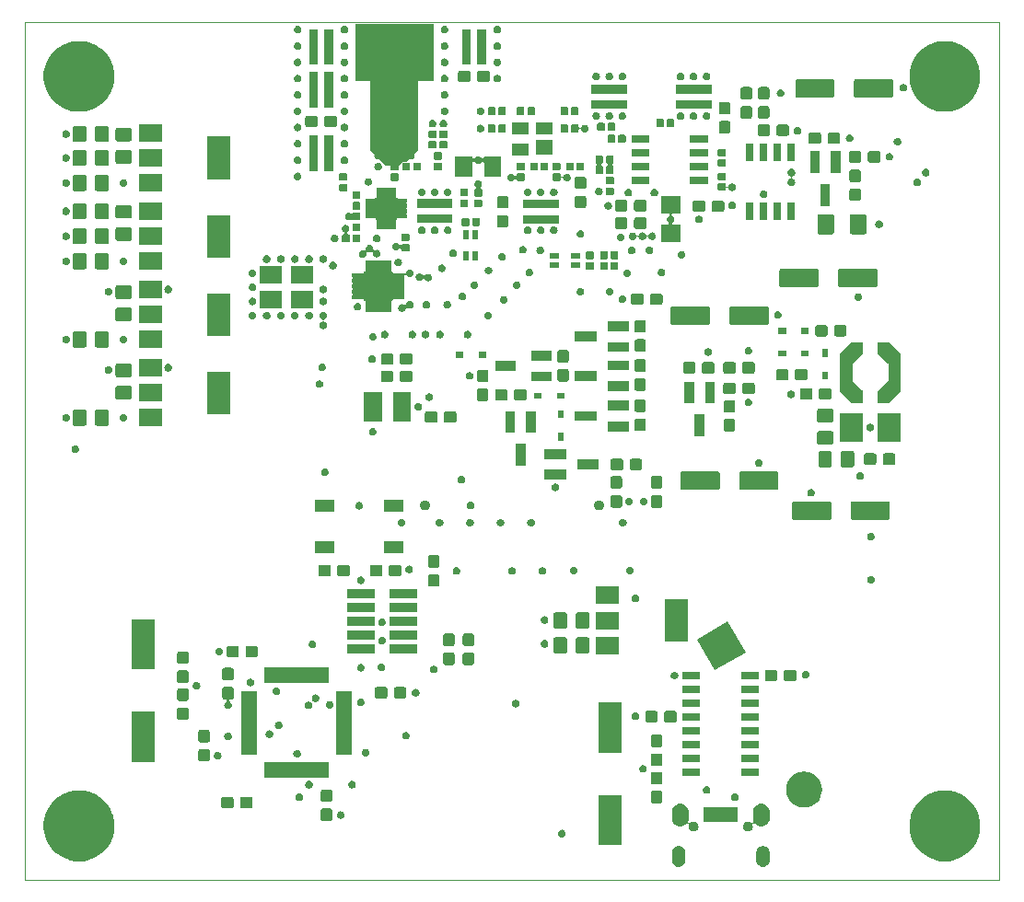
<source format=gbr>
G04 #@! TF.GenerationSoftware,KiCad,Pcbnew,5.1.0-unknown-c1c4a09~82~ubuntu18.04.1*
G04 #@! TF.CreationDate,2019-03-27T22:18:46+01:00*
G04 #@! TF.ProjectId,TDR_5351_core,5444525f-3533-4353-915f-636f72652e6b,rev?*
G04 #@! TF.SameCoordinates,Original*
G04 #@! TF.FileFunction,Soldermask,Top*
G04 #@! TF.FilePolarity,Negative*
%FSLAX46Y46*%
G04 Gerber Fmt 4.6, Leading zero omitted, Abs format (unit mm)*
G04 Created by KiCad (PCBNEW 5.1.0-unknown-c1c4a09~82~ubuntu18.04.1) date 2019-03-27 22:18:46*
%MOMM*%
%LPD*%
G04 APERTURE LIST*
%ADD10C,0.100000*%
%ADD11C,0.050000*%
G04 APERTURE END LIST*
D10*
G36*
X204100000Y-41800000D02*
G01*
X203100000Y-42800000D01*
X202700000Y-42800000D01*
X202400000Y-43100000D01*
X201100000Y-43100000D01*
X199800000Y-41800000D01*
X199800000Y-30200000D01*
X204100000Y-30200000D01*
X204100000Y-41800000D01*
G37*
X204100000Y-41800000D02*
X203100000Y-42800000D01*
X202700000Y-42800000D01*
X202400000Y-43100000D01*
X201100000Y-43100000D01*
X199800000Y-41800000D01*
X199800000Y-30200000D01*
X204100000Y-30200000D01*
X204100000Y-41800000D01*
D11*
X168000000Y-108950000D02*
X168000000Y-30000000D01*
X257600000Y-108950000D02*
X168000000Y-108950000D01*
X257600000Y-30000000D02*
X257600000Y-108950000D01*
X168000000Y-30000000D02*
X257600000Y-30000000D01*
D10*
G36*
X228247714Y-105808058D02*
G01*
X228365721Y-105843855D01*
X228474468Y-105901981D01*
X228569790Y-105980210D01*
X228648019Y-106075532D01*
X228706145Y-106184278D01*
X228741942Y-106302285D01*
X228751000Y-106394254D01*
X228751000Y-107105746D01*
X228741942Y-107197715D01*
X228706145Y-107315722D01*
X228648019Y-107424468D01*
X228569790Y-107519790D01*
X228474468Y-107598019D01*
X228365722Y-107656145D01*
X228247715Y-107691942D01*
X228125000Y-107704028D01*
X228002286Y-107691942D01*
X227884279Y-107656145D01*
X227775533Y-107598019D01*
X227680211Y-107519790D01*
X227601982Y-107424468D01*
X227543855Y-107315721D01*
X227508058Y-107197715D01*
X227499000Y-107105746D01*
X227499000Y-106394255D01*
X227508058Y-106302286D01*
X227543855Y-106184279D01*
X227601981Y-106075532D01*
X227680210Y-105980210D01*
X227775532Y-105901981D01*
X227884278Y-105843855D01*
X228002285Y-105808058D01*
X228125000Y-105795972D01*
X228247714Y-105808058D01*
X228247714Y-105808058D01*
G37*
G36*
X235997714Y-105808058D02*
G01*
X236115721Y-105843855D01*
X236224468Y-105901981D01*
X236319790Y-105980210D01*
X236398019Y-106075532D01*
X236456145Y-106184278D01*
X236491942Y-106302285D01*
X236501000Y-106394254D01*
X236501000Y-107105746D01*
X236491942Y-107197715D01*
X236456145Y-107315722D01*
X236398019Y-107424468D01*
X236319790Y-107519790D01*
X236224468Y-107598019D01*
X236115722Y-107656145D01*
X235997715Y-107691942D01*
X235875000Y-107704028D01*
X235752286Y-107691942D01*
X235634279Y-107656145D01*
X235525533Y-107598019D01*
X235430211Y-107519790D01*
X235351982Y-107424468D01*
X235293855Y-107315721D01*
X235258058Y-107197715D01*
X235249000Y-107105746D01*
X235249000Y-106394255D01*
X235258058Y-106302286D01*
X235293855Y-106184279D01*
X235351981Y-106075532D01*
X235430210Y-105980210D01*
X235525532Y-105901981D01*
X235634278Y-105843855D01*
X235752285Y-105808058D01*
X235875000Y-105795972D01*
X235997714Y-105808058D01*
X235997714Y-105808058D01*
G37*
G36*
X253071283Y-100729053D02*
G01*
X253548282Y-100823934D01*
X254139926Y-101069001D01*
X254513062Y-101318323D01*
X254672391Y-101424783D01*
X255125217Y-101877609D01*
X255140388Y-101900314D01*
X255480999Y-102410074D01*
X255611964Y-102726252D01*
X255726066Y-103001719D01*
X255851000Y-103629803D01*
X255851000Y-104270197D01*
X255821464Y-104418686D01*
X255726066Y-104898282D01*
X255480999Y-105489926D01*
X255125216Y-106022392D01*
X254672392Y-106475216D01*
X254139926Y-106830999D01*
X253548282Y-107076066D01*
X253399070Y-107105746D01*
X252920197Y-107201000D01*
X252279803Y-107201000D01*
X251800930Y-107105746D01*
X251651718Y-107076066D01*
X251060074Y-106830999D01*
X250527608Y-106475216D01*
X250074784Y-106022392D01*
X249719001Y-105489926D01*
X249473934Y-104898282D01*
X249378536Y-104418686D01*
X249349000Y-104270197D01*
X249349000Y-103629803D01*
X249473934Y-103001719D01*
X249588036Y-102726252D01*
X249719001Y-102410074D01*
X250059612Y-101900314D01*
X250074783Y-101877609D01*
X250527609Y-101424783D01*
X250686938Y-101318323D01*
X251060074Y-101069001D01*
X251651718Y-100823934D01*
X252128717Y-100729053D01*
X252279803Y-100699000D01*
X252920197Y-100699000D01*
X253071283Y-100729053D01*
X253071283Y-100729053D01*
G37*
G36*
X173471283Y-100729053D02*
G01*
X173948282Y-100823934D01*
X174539926Y-101069001D01*
X174913062Y-101318323D01*
X175072391Y-101424783D01*
X175525217Y-101877609D01*
X175540388Y-101900314D01*
X175880999Y-102410074D01*
X176011964Y-102726252D01*
X176126066Y-103001719D01*
X176251000Y-103629803D01*
X176251000Y-104270197D01*
X176221464Y-104418686D01*
X176126066Y-104898282D01*
X175880999Y-105489926D01*
X175525216Y-106022392D01*
X175072392Y-106475216D01*
X174539926Y-106830999D01*
X173948282Y-107076066D01*
X173799070Y-107105746D01*
X173320197Y-107201000D01*
X172679803Y-107201000D01*
X172200930Y-107105746D01*
X172051718Y-107076066D01*
X171460074Y-106830999D01*
X170927608Y-106475216D01*
X170474784Y-106022392D01*
X170119001Y-105489926D01*
X169873934Y-104898282D01*
X169778536Y-104418686D01*
X169749000Y-104270197D01*
X169749000Y-103629803D01*
X169873934Y-103001719D01*
X169988036Y-102726252D01*
X170119001Y-102410074D01*
X170459612Y-101900314D01*
X170474783Y-101877609D01*
X170927609Y-101424783D01*
X171086938Y-101318323D01*
X171460074Y-101069001D01*
X172051718Y-100823934D01*
X172528717Y-100729053D01*
X172679803Y-100699000D01*
X173320197Y-100699000D01*
X173471283Y-100729053D01*
X173471283Y-100729053D01*
G37*
G36*
X222901000Y-105701000D02*
G01*
X220799000Y-105701000D01*
X220799000Y-101099000D01*
X222901000Y-101099000D01*
X222901000Y-105701000D01*
X222901000Y-105701000D01*
G37*
G36*
X217502383Y-104312489D02*
G01*
X217502386Y-104312490D01*
X217502385Y-104312490D01*
X217566258Y-104338946D01*
X217623748Y-104377360D01*
X217672640Y-104426252D01*
X217711054Y-104483742D01*
X217732624Y-104535818D01*
X217737511Y-104547617D01*
X217751000Y-104615430D01*
X217751000Y-104684570D01*
X217737511Y-104752383D01*
X217737510Y-104752385D01*
X217711054Y-104816258D01*
X217672640Y-104873748D01*
X217623748Y-104922640D01*
X217566258Y-104961054D01*
X217514182Y-104982624D01*
X217502383Y-104987511D01*
X217434570Y-105001000D01*
X217365430Y-105001000D01*
X217297617Y-104987511D01*
X217285818Y-104982624D01*
X217233742Y-104961054D01*
X217176252Y-104922640D01*
X217127360Y-104873748D01*
X217088946Y-104816258D01*
X217062490Y-104752385D01*
X217062489Y-104752383D01*
X217049000Y-104684570D01*
X217049000Y-104615430D01*
X217062489Y-104547617D01*
X217067376Y-104535818D01*
X217088946Y-104483742D01*
X217127360Y-104426252D01*
X217176252Y-104377360D01*
X217233742Y-104338946D01*
X217297615Y-104312490D01*
X217297614Y-104312490D01*
X217297617Y-104312489D01*
X217365430Y-104299000D01*
X217434570Y-104299000D01*
X217502383Y-104312489D01*
X217502383Y-104312489D01*
G37*
G36*
X235877120Y-101910228D02*
G01*
X236023401Y-101954602D01*
X236158206Y-102026657D01*
X236276367Y-102123628D01*
X236373345Y-102241796D01*
X236445398Y-102376598D01*
X236489772Y-102522879D01*
X236501000Y-102636882D01*
X236501000Y-103263118D01*
X236489772Y-103377121D01*
X236445398Y-103523402D01*
X236373345Y-103658204D01*
X236373343Y-103658206D01*
X236373342Y-103658208D01*
X236276369Y-103776369D01*
X236215195Y-103826574D01*
X236158204Y-103873345D01*
X236023402Y-103945398D01*
X235877121Y-103989772D01*
X235725000Y-104004754D01*
X235572880Y-103989772D01*
X235426599Y-103945398D01*
X235291797Y-103873345D01*
X235173628Y-103776366D01*
X235143695Y-103739893D01*
X235126368Y-103722566D01*
X235105993Y-103708952D01*
X235083354Y-103699575D01*
X235059321Y-103694795D01*
X235034817Y-103694795D01*
X235010784Y-103699576D01*
X234988145Y-103708953D01*
X234967771Y-103722567D01*
X234950444Y-103739894D01*
X234936830Y-103760269D01*
X234927453Y-103782908D01*
X234922673Y-103806941D01*
X234922673Y-103831445D01*
X234927454Y-103855478D01*
X234944475Y-103911587D01*
X234953182Y-104000000D01*
X234944475Y-104088410D01*
X234918686Y-104173426D01*
X234876807Y-104251775D01*
X234820449Y-104320449D01*
X234751775Y-104376807D01*
X234673426Y-104418686D01*
X234588410Y-104444475D01*
X234522158Y-104451000D01*
X234477842Y-104451000D01*
X234411590Y-104444475D01*
X234326574Y-104418686D01*
X234248225Y-104376807D01*
X234179551Y-104320449D01*
X234123193Y-104251775D01*
X234081314Y-104173426D01*
X234055525Y-104088410D01*
X234046818Y-104000000D01*
X234055525Y-103911590D01*
X234081314Y-103826574D01*
X234123193Y-103748225D01*
X234179551Y-103679551D01*
X234248225Y-103623193D01*
X234326574Y-103581314D01*
X234411590Y-103555525D01*
X234477842Y-103549000D01*
X234522158Y-103549000D01*
X234588410Y-103555525D01*
X234673426Y-103581314D01*
X234751775Y-103623193D01*
X234811428Y-103672149D01*
X234831802Y-103685762D01*
X234854441Y-103695140D01*
X234878474Y-103699920D01*
X234902978Y-103699920D01*
X234927012Y-103695139D01*
X234949650Y-103685762D01*
X234970025Y-103672148D01*
X234987352Y-103654821D01*
X235000965Y-103634447D01*
X235010343Y-103611808D01*
X235015123Y-103587775D01*
X235015123Y-103563271D01*
X235010342Y-103539237D01*
X235006841Y-103530784D01*
X234960228Y-103377121D01*
X234949000Y-103263118D01*
X234949000Y-102636883D01*
X234960228Y-102522880D01*
X235004602Y-102376599D01*
X235076657Y-102241794D01*
X235173628Y-102123633D01*
X235246937Y-102063470D01*
X235291792Y-102026658D01*
X235291793Y-102026657D01*
X235291796Y-102026655D01*
X235426598Y-101954602D01*
X235572879Y-101910228D01*
X235725000Y-101895246D01*
X235877120Y-101910228D01*
X235877120Y-101910228D01*
G37*
G36*
X228427120Y-101910228D02*
G01*
X228573401Y-101954602D01*
X228708206Y-102026657D01*
X228826367Y-102123628D01*
X228923345Y-102241796D01*
X228995398Y-102376598D01*
X229039772Y-102522879D01*
X229051000Y-102636882D01*
X229051000Y-103263118D01*
X229039772Y-103377121D01*
X228993157Y-103530790D01*
X228989654Y-103539249D01*
X228984876Y-103563283D01*
X228984878Y-103587787D01*
X228989661Y-103611820D01*
X228999041Y-103634458D01*
X229012656Y-103654831D01*
X229029985Y-103672156D01*
X229050361Y-103685768D01*
X229073000Y-103695143D01*
X229097034Y-103699921D01*
X229121538Y-103699919D01*
X229145571Y-103695136D01*
X229168209Y-103685756D01*
X229188572Y-103672149D01*
X229248225Y-103623193D01*
X229326574Y-103581314D01*
X229411590Y-103555525D01*
X229477842Y-103549000D01*
X229522158Y-103549000D01*
X229588410Y-103555525D01*
X229673426Y-103581314D01*
X229751775Y-103623193D01*
X229820449Y-103679551D01*
X229876807Y-103748225D01*
X229918686Y-103826574D01*
X229944475Y-103911590D01*
X229953182Y-104000000D01*
X229944475Y-104088410D01*
X229918686Y-104173426D01*
X229876807Y-104251775D01*
X229820449Y-104320449D01*
X229751775Y-104376807D01*
X229673426Y-104418686D01*
X229588410Y-104444475D01*
X229522158Y-104451000D01*
X229477842Y-104451000D01*
X229411590Y-104444475D01*
X229326574Y-104418686D01*
X229248225Y-104376807D01*
X229179551Y-104320449D01*
X229123193Y-104251775D01*
X229081314Y-104173426D01*
X229055525Y-104088410D01*
X229046818Y-104000000D01*
X229055525Y-103911588D01*
X229072546Y-103855477D01*
X229077326Y-103831444D01*
X229077326Y-103806940D01*
X229072545Y-103782907D01*
X229063168Y-103760268D01*
X229049554Y-103739894D01*
X229032227Y-103722567D01*
X229011852Y-103708953D01*
X228989213Y-103699576D01*
X228965180Y-103694796D01*
X228940676Y-103694796D01*
X228916643Y-103699577D01*
X228894004Y-103708954D01*
X228873630Y-103722568D01*
X228856303Y-103739895D01*
X228826372Y-103776366D01*
X228826369Y-103776369D01*
X228765193Y-103826575D01*
X228708204Y-103873345D01*
X228573402Y-103945398D01*
X228427121Y-103989772D01*
X228275000Y-104004754D01*
X228122880Y-103989772D01*
X227976599Y-103945398D01*
X227841797Y-103873345D01*
X227784807Y-103826574D01*
X227723632Y-103776369D01*
X227693698Y-103739895D01*
X227626657Y-103658206D01*
X227554601Y-103523400D01*
X227510228Y-103377121D01*
X227499000Y-103263118D01*
X227499000Y-102636883D01*
X227510228Y-102522880D01*
X227554602Y-102376599D01*
X227626657Y-102241794D01*
X227723628Y-102123633D01*
X227796937Y-102063470D01*
X227841792Y-102026658D01*
X227841793Y-102026657D01*
X227841796Y-102026655D01*
X227976598Y-101954602D01*
X228122879Y-101910228D01*
X228275000Y-101895246D01*
X228427120Y-101910228D01*
X228427120Y-101910228D01*
G37*
G36*
X233576000Y-103601000D02*
G01*
X230424000Y-103601000D01*
X230424000Y-102199000D01*
X233576000Y-102199000D01*
X233576000Y-103601000D01*
X233576000Y-103601000D01*
G37*
G36*
X196114499Y-102353445D02*
G01*
X196151995Y-102364820D01*
X196186554Y-102383292D01*
X196216847Y-102408153D01*
X196241708Y-102438446D01*
X196260180Y-102473005D01*
X196271555Y-102510501D01*
X196276000Y-102555638D01*
X196276000Y-103294362D01*
X196271555Y-103339499D01*
X196260180Y-103376995D01*
X196241708Y-103411554D01*
X196216847Y-103441847D01*
X196186554Y-103466708D01*
X196151995Y-103485180D01*
X196114499Y-103496555D01*
X196069362Y-103501000D01*
X195430638Y-103501000D01*
X195385501Y-103496555D01*
X195348005Y-103485180D01*
X195313446Y-103466708D01*
X195283153Y-103441847D01*
X195258292Y-103411554D01*
X195239820Y-103376995D01*
X195228445Y-103339499D01*
X195224000Y-103294362D01*
X195224000Y-102555638D01*
X195228445Y-102510501D01*
X195239820Y-102473005D01*
X195258292Y-102438446D01*
X195283153Y-102408153D01*
X195313446Y-102383292D01*
X195348005Y-102364820D01*
X195385501Y-102353445D01*
X195430638Y-102349000D01*
X196069362Y-102349000D01*
X196114499Y-102353445D01*
X196114499Y-102353445D01*
G37*
G36*
X197152383Y-102612489D02*
G01*
X197152386Y-102612490D01*
X197152385Y-102612490D01*
X197216258Y-102638946D01*
X197273748Y-102677360D01*
X197322640Y-102726252D01*
X197361054Y-102783742D01*
X197382624Y-102835818D01*
X197387511Y-102847617D01*
X197401000Y-102915430D01*
X197401000Y-102984570D01*
X197387511Y-103052383D01*
X197387510Y-103052385D01*
X197361054Y-103116258D01*
X197322640Y-103173748D01*
X197273748Y-103222640D01*
X197216258Y-103261054D01*
X197164182Y-103282624D01*
X197152383Y-103287511D01*
X197084570Y-103301000D01*
X197015430Y-103301000D01*
X196947617Y-103287511D01*
X196935818Y-103282624D01*
X196883742Y-103261054D01*
X196826252Y-103222640D01*
X196777360Y-103173748D01*
X196738946Y-103116258D01*
X196712490Y-103052385D01*
X196712489Y-103052383D01*
X196699000Y-102984570D01*
X196699000Y-102915430D01*
X196712489Y-102847617D01*
X196717376Y-102835818D01*
X196738946Y-102783742D01*
X196777360Y-102726252D01*
X196826252Y-102677360D01*
X196883742Y-102638946D01*
X196947615Y-102612490D01*
X196947614Y-102612490D01*
X196947617Y-102612489D01*
X197015430Y-102599000D01*
X197084570Y-102599000D01*
X197152383Y-102612489D01*
X197152383Y-102612489D01*
G37*
G36*
X188789499Y-101278445D02*
G01*
X188826995Y-101289820D01*
X188861554Y-101308292D01*
X188891847Y-101333153D01*
X188916708Y-101363446D01*
X188935180Y-101398005D01*
X188946555Y-101435501D01*
X188951000Y-101480638D01*
X188951000Y-102119362D01*
X188946555Y-102164499D01*
X188935180Y-102201995D01*
X188916708Y-102236554D01*
X188891847Y-102266847D01*
X188861554Y-102291708D01*
X188826995Y-102310180D01*
X188789499Y-102321555D01*
X188744362Y-102326000D01*
X188005638Y-102326000D01*
X187960501Y-102321555D01*
X187923005Y-102310180D01*
X187888446Y-102291708D01*
X187858153Y-102266847D01*
X187833292Y-102236554D01*
X187814820Y-102201995D01*
X187803445Y-102164499D01*
X187799000Y-102119362D01*
X187799000Y-101480638D01*
X187803445Y-101435501D01*
X187814820Y-101398005D01*
X187833292Y-101363446D01*
X187858153Y-101333153D01*
X187888446Y-101308292D01*
X187923005Y-101289820D01*
X187960501Y-101278445D01*
X188005638Y-101274000D01*
X188744362Y-101274000D01*
X188789499Y-101278445D01*
X188789499Y-101278445D01*
G37*
G36*
X187039499Y-101278445D02*
G01*
X187076995Y-101289820D01*
X187111554Y-101308292D01*
X187141847Y-101333153D01*
X187166708Y-101363446D01*
X187185180Y-101398005D01*
X187196555Y-101435501D01*
X187201000Y-101480638D01*
X187201000Y-102119362D01*
X187196555Y-102164499D01*
X187185180Y-102201995D01*
X187166708Y-102236554D01*
X187141847Y-102266847D01*
X187111554Y-102291708D01*
X187076995Y-102310180D01*
X187039499Y-102321555D01*
X186994362Y-102326000D01*
X186255638Y-102326000D01*
X186210501Y-102321555D01*
X186173005Y-102310180D01*
X186138446Y-102291708D01*
X186108153Y-102266847D01*
X186083292Y-102236554D01*
X186064820Y-102201995D01*
X186053445Y-102164499D01*
X186049000Y-102119362D01*
X186049000Y-101480638D01*
X186053445Y-101435501D01*
X186064820Y-101398005D01*
X186083292Y-101363446D01*
X186108153Y-101333153D01*
X186138446Y-101308292D01*
X186173005Y-101289820D01*
X186210501Y-101278445D01*
X186255638Y-101274000D01*
X186994362Y-101274000D01*
X187039499Y-101278445D01*
X187039499Y-101278445D01*
G37*
G36*
X239993651Y-98971115D02*
G01*
X240246938Y-99047949D01*
X240256995Y-99051000D01*
X240304870Y-99065523D01*
X240591680Y-99218826D01*
X240591683Y-99218828D01*
X240591684Y-99218829D01*
X240843082Y-99425145D01*
X241049398Y-99676543D01*
X241049401Y-99676547D01*
X241202704Y-99963357D01*
X241202705Y-99963360D01*
X241208886Y-99983737D01*
X241297112Y-100274576D01*
X241328988Y-100598227D01*
X241297112Y-100921878D01*
X241202704Y-101233097D01*
X241049401Y-101519907D01*
X241049399Y-101519910D01*
X241049398Y-101519911D01*
X240843082Y-101771309D01*
X240591684Y-101977625D01*
X240591680Y-101977628D01*
X240304870Y-102130931D01*
X239993651Y-102225339D01*
X239751107Y-102249227D01*
X239588893Y-102249227D01*
X239346349Y-102225339D01*
X239035130Y-102130931D01*
X238748320Y-101977628D01*
X238748316Y-101977625D01*
X238496918Y-101771309D01*
X238290602Y-101519911D01*
X238290601Y-101519910D01*
X238290599Y-101519907D01*
X238137296Y-101233097D01*
X238042888Y-100921878D01*
X238011012Y-100598227D01*
X238042888Y-100274576D01*
X238131114Y-99983737D01*
X238137295Y-99963360D01*
X238137296Y-99963357D01*
X238290599Y-99676547D01*
X238290602Y-99676543D01*
X238496918Y-99425145D01*
X238748316Y-99218829D01*
X238748317Y-99218828D01*
X238748320Y-99218826D01*
X239035130Y-99065523D01*
X239083006Y-99051000D01*
X239093062Y-99047949D01*
X239346349Y-98971115D01*
X239588893Y-98947227D01*
X239751107Y-98947227D01*
X239993651Y-98971115D01*
X239993651Y-98971115D01*
G37*
G36*
X226464499Y-100728445D02*
G01*
X226501995Y-100739820D01*
X226536554Y-100758292D01*
X226566847Y-100783153D01*
X226591708Y-100813446D01*
X226610180Y-100848005D01*
X226621555Y-100885501D01*
X226626000Y-100930638D01*
X226626000Y-101669362D01*
X226621555Y-101714499D01*
X226610180Y-101751995D01*
X226591708Y-101786554D01*
X226566847Y-101816847D01*
X226536554Y-101841708D01*
X226501995Y-101860180D01*
X226464499Y-101871555D01*
X226419362Y-101876000D01*
X225780638Y-101876000D01*
X225735501Y-101871555D01*
X225698005Y-101860180D01*
X225663446Y-101841708D01*
X225633153Y-101816847D01*
X225608292Y-101786554D01*
X225589820Y-101751995D01*
X225578445Y-101714499D01*
X225574000Y-101669362D01*
X225574000Y-100930638D01*
X225578445Y-100885501D01*
X225589820Y-100848005D01*
X225608292Y-100813446D01*
X225633153Y-100783153D01*
X225663446Y-100758292D01*
X225698005Y-100739820D01*
X225735501Y-100728445D01*
X225780638Y-100724000D01*
X226419362Y-100724000D01*
X226464499Y-100728445D01*
X226464499Y-100728445D01*
G37*
G36*
X196114499Y-100603445D02*
G01*
X196151995Y-100614820D01*
X196186554Y-100633292D01*
X196216847Y-100658153D01*
X196241708Y-100688446D01*
X196260180Y-100723005D01*
X196271555Y-100760501D01*
X196276000Y-100805638D01*
X196276000Y-101544362D01*
X196271555Y-101589499D01*
X196260180Y-101626995D01*
X196241708Y-101661554D01*
X196216847Y-101691847D01*
X196186554Y-101716708D01*
X196151995Y-101735180D01*
X196114499Y-101746555D01*
X196069362Y-101751000D01*
X195430638Y-101751000D01*
X195385501Y-101746555D01*
X195348005Y-101735180D01*
X195313446Y-101716708D01*
X195283153Y-101691847D01*
X195258292Y-101661554D01*
X195239820Y-101626995D01*
X195228445Y-101589499D01*
X195224000Y-101544362D01*
X195224000Y-100805638D01*
X195228445Y-100760501D01*
X195239820Y-100723005D01*
X195258292Y-100688446D01*
X195283153Y-100658153D01*
X195313446Y-100633292D01*
X195348005Y-100614820D01*
X195385501Y-100603445D01*
X195430638Y-100599000D01*
X196069362Y-100599000D01*
X196114499Y-100603445D01*
X196114499Y-100603445D01*
G37*
G36*
X233402383Y-100962489D02*
G01*
X233402386Y-100962490D01*
X233402385Y-100962490D01*
X233466258Y-100988946D01*
X233523748Y-101027360D01*
X233572640Y-101076252D01*
X233611054Y-101133742D01*
X233617924Y-101150329D01*
X233637511Y-101197617D01*
X233651000Y-101265430D01*
X233651000Y-101334570D01*
X233637511Y-101402383D01*
X233637510Y-101402385D01*
X233611054Y-101466258D01*
X233572640Y-101523748D01*
X233523748Y-101572640D01*
X233466258Y-101611054D01*
X233427771Y-101626995D01*
X233402383Y-101637511D01*
X233334570Y-101651000D01*
X233265430Y-101651000D01*
X233197617Y-101637511D01*
X233172229Y-101626995D01*
X233133742Y-101611054D01*
X233076252Y-101572640D01*
X233027360Y-101523748D01*
X232988946Y-101466258D01*
X232962490Y-101402385D01*
X232962489Y-101402383D01*
X232949000Y-101334570D01*
X232949000Y-101265430D01*
X232962489Y-101197617D01*
X232982076Y-101150329D01*
X232988946Y-101133742D01*
X233027360Y-101076252D01*
X233076252Y-101027360D01*
X233133742Y-100988946D01*
X233197615Y-100962490D01*
X233197614Y-100962490D01*
X233197617Y-100962489D01*
X233265430Y-100949000D01*
X233334570Y-100949000D01*
X233402383Y-100962489D01*
X233402383Y-100962489D01*
G37*
G36*
X193352383Y-100962489D02*
G01*
X193352386Y-100962490D01*
X193352385Y-100962490D01*
X193416258Y-100988946D01*
X193473748Y-101027360D01*
X193522640Y-101076252D01*
X193561054Y-101133742D01*
X193567924Y-101150329D01*
X193587511Y-101197617D01*
X193601000Y-101265430D01*
X193601000Y-101334570D01*
X193587511Y-101402383D01*
X193587510Y-101402385D01*
X193561054Y-101466258D01*
X193522640Y-101523748D01*
X193473748Y-101572640D01*
X193416258Y-101611054D01*
X193377771Y-101626995D01*
X193352383Y-101637511D01*
X193284570Y-101651000D01*
X193215430Y-101651000D01*
X193147617Y-101637511D01*
X193122229Y-101626995D01*
X193083742Y-101611054D01*
X193026252Y-101572640D01*
X192977360Y-101523748D01*
X192938946Y-101466258D01*
X192912490Y-101402385D01*
X192912489Y-101402383D01*
X192899000Y-101334570D01*
X192899000Y-101265430D01*
X192912489Y-101197617D01*
X192932076Y-101150329D01*
X192938946Y-101133742D01*
X192977360Y-101076252D01*
X193026252Y-101027360D01*
X193083742Y-100988946D01*
X193147615Y-100962490D01*
X193147614Y-100962490D01*
X193147617Y-100962489D01*
X193215430Y-100949000D01*
X193284570Y-100949000D01*
X193352383Y-100962489D01*
X193352383Y-100962489D01*
G37*
G36*
X230802383Y-100312489D02*
G01*
X230802386Y-100312490D01*
X230802385Y-100312490D01*
X230866258Y-100338946D01*
X230923748Y-100377360D01*
X230972640Y-100426252D01*
X231011054Y-100483742D01*
X231018201Y-100500998D01*
X231037511Y-100547617D01*
X231051000Y-100615430D01*
X231051000Y-100684570D01*
X231037511Y-100752383D01*
X231037510Y-100752385D01*
X231011054Y-100816258D01*
X230972640Y-100873748D01*
X230923748Y-100922640D01*
X230866258Y-100961054D01*
X230814182Y-100982624D01*
X230802383Y-100987511D01*
X230734570Y-101001000D01*
X230665430Y-101001000D01*
X230597617Y-100987511D01*
X230585818Y-100982624D01*
X230533742Y-100961054D01*
X230476252Y-100922640D01*
X230427360Y-100873748D01*
X230388946Y-100816258D01*
X230362490Y-100752385D01*
X230362489Y-100752383D01*
X230349000Y-100684570D01*
X230349000Y-100615430D01*
X230362489Y-100547617D01*
X230381799Y-100500998D01*
X230388946Y-100483742D01*
X230427360Y-100426252D01*
X230476252Y-100377360D01*
X230533742Y-100338946D01*
X230597615Y-100312490D01*
X230597614Y-100312490D01*
X230597617Y-100312489D01*
X230665430Y-100299000D01*
X230734570Y-100299000D01*
X230802383Y-100312489D01*
X230802383Y-100312489D01*
G37*
G36*
X198202383Y-99812489D02*
G01*
X198202386Y-99812490D01*
X198202385Y-99812490D01*
X198266258Y-99838946D01*
X198323748Y-99877360D01*
X198372640Y-99926252D01*
X198411054Y-99983742D01*
X198418614Y-100001995D01*
X198437511Y-100047617D01*
X198451000Y-100115430D01*
X198451000Y-100184570D01*
X198437511Y-100252383D01*
X198437510Y-100252385D01*
X198411054Y-100316258D01*
X198372640Y-100373748D01*
X198323748Y-100422640D01*
X198266258Y-100461054D01*
X198214182Y-100482624D01*
X198202383Y-100487511D01*
X198134570Y-100501000D01*
X198065430Y-100501000D01*
X197997617Y-100487511D01*
X197985818Y-100482624D01*
X197933742Y-100461054D01*
X197876252Y-100422640D01*
X197827360Y-100373748D01*
X197788946Y-100316258D01*
X197762490Y-100252385D01*
X197762489Y-100252383D01*
X197749000Y-100184570D01*
X197749000Y-100115430D01*
X197762489Y-100047617D01*
X197781386Y-100001995D01*
X197788946Y-99983742D01*
X197827360Y-99926252D01*
X197876252Y-99877360D01*
X197933742Y-99838946D01*
X197997615Y-99812490D01*
X197997614Y-99812490D01*
X197997617Y-99812489D01*
X198065430Y-99799000D01*
X198134570Y-99799000D01*
X198202383Y-99812489D01*
X198202383Y-99812489D01*
G37*
G36*
X194252385Y-99812487D02*
G01*
X194252392Y-99812490D01*
X194316260Y-99838944D01*
X194373750Y-99877358D01*
X194422642Y-99926250D01*
X194461056Y-99983740D01*
X194468617Y-100001995D01*
X194487513Y-100047615D01*
X194501002Y-100115428D01*
X194501002Y-100184568D01*
X194487513Y-100252381D01*
X194487512Y-100252383D01*
X194461056Y-100316256D01*
X194422642Y-100373746D01*
X194373750Y-100422638D01*
X194316260Y-100461052D01*
X194264184Y-100482622D01*
X194252385Y-100487509D01*
X194184572Y-100500998D01*
X194115432Y-100500998D01*
X194047619Y-100487509D01*
X194035820Y-100482622D01*
X193983744Y-100461052D01*
X193926254Y-100422638D01*
X193877362Y-100373746D01*
X193838948Y-100316256D01*
X193812492Y-100252383D01*
X193812491Y-100252381D01*
X193799002Y-100184568D01*
X193799002Y-100115428D01*
X193812491Y-100047615D01*
X193831387Y-100001995D01*
X193838948Y-99983740D01*
X193877362Y-99926250D01*
X193926254Y-99877358D01*
X193983744Y-99838944D01*
X194047612Y-99812490D01*
X194047619Y-99812487D01*
X194115432Y-99798998D01*
X194184572Y-99798998D01*
X194252385Y-99812487D01*
X194252385Y-99812487D01*
G37*
G36*
X226464499Y-98978445D02*
G01*
X226501995Y-98989820D01*
X226536554Y-99008292D01*
X226566847Y-99033153D01*
X226591708Y-99063446D01*
X226610180Y-99098005D01*
X226621555Y-99135501D01*
X226626000Y-99180638D01*
X226626000Y-99919362D01*
X226621555Y-99964499D01*
X226610180Y-100001995D01*
X226591708Y-100036554D01*
X226566847Y-100066847D01*
X226536554Y-100091708D01*
X226501995Y-100110180D01*
X226464499Y-100121555D01*
X226419362Y-100126000D01*
X225780638Y-100126000D01*
X225735501Y-100121555D01*
X225698005Y-100110180D01*
X225663446Y-100091708D01*
X225633153Y-100066847D01*
X225608292Y-100036554D01*
X225589820Y-100001995D01*
X225578445Y-99964499D01*
X225574000Y-99919362D01*
X225574000Y-99180638D01*
X225578445Y-99135501D01*
X225589820Y-99098005D01*
X225608292Y-99063446D01*
X225633153Y-99033153D01*
X225663446Y-99008292D01*
X225698005Y-98989820D01*
X225735501Y-98978445D01*
X225780638Y-98974000D01*
X226419362Y-98974000D01*
X226464499Y-98978445D01*
X226464499Y-98978445D01*
G37*
G36*
X195926000Y-99501000D02*
G01*
X190074000Y-99501000D01*
X190074000Y-98099000D01*
X195926000Y-98099000D01*
X195926000Y-99501000D01*
X195926000Y-99501000D01*
G37*
G36*
X230101000Y-99341000D02*
G01*
X228499000Y-99341000D01*
X228499000Y-98639000D01*
X230101000Y-98639000D01*
X230101000Y-99341000D01*
X230101000Y-99341000D01*
G37*
G36*
X235501000Y-99341000D02*
G01*
X233899000Y-99341000D01*
X233899000Y-98639000D01*
X235501000Y-98639000D01*
X235501000Y-99341000D01*
X235501000Y-99341000D01*
G37*
G36*
X224952383Y-98362489D02*
G01*
X224952386Y-98362490D01*
X224952385Y-98362490D01*
X225016258Y-98388946D01*
X225073748Y-98427360D01*
X225122640Y-98476252D01*
X225161054Y-98533742D01*
X225182624Y-98585818D01*
X225187511Y-98597617D01*
X225201000Y-98665430D01*
X225201000Y-98734570D01*
X225187511Y-98802383D01*
X225187510Y-98802385D01*
X225161054Y-98866258D01*
X225122640Y-98923748D01*
X225073748Y-98972640D01*
X225016258Y-99011054D01*
X224964182Y-99032624D01*
X224952383Y-99037511D01*
X224884570Y-99051000D01*
X224815430Y-99051000D01*
X224747617Y-99037511D01*
X224735818Y-99032624D01*
X224683742Y-99011054D01*
X224626252Y-98972640D01*
X224577360Y-98923748D01*
X224538946Y-98866258D01*
X224512490Y-98802385D01*
X224512489Y-98802383D01*
X224499000Y-98734570D01*
X224499000Y-98665430D01*
X224512489Y-98597617D01*
X224517376Y-98585818D01*
X224538946Y-98533742D01*
X224577360Y-98476252D01*
X224626252Y-98427360D01*
X224683742Y-98388946D01*
X224747615Y-98362490D01*
X224747614Y-98362490D01*
X224747617Y-98362489D01*
X224815430Y-98349000D01*
X224884570Y-98349000D01*
X224952383Y-98362489D01*
X224952383Y-98362489D01*
G37*
G36*
X226464499Y-97303445D02*
G01*
X226501995Y-97314820D01*
X226536554Y-97333292D01*
X226566847Y-97358153D01*
X226591708Y-97388446D01*
X226610180Y-97423005D01*
X226621555Y-97460501D01*
X226626000Y-97505638D01*
X226626000Y-98244362D01*
X226621555Y-98289499D01*
X226610180Y-98326995D01*
X226591708Y-98361554D01*
X226566847Y-98391847D01*
X226536554Y-98416708D01*
X226501995Y-98435180D01*
X226464499Y-98446555D01*
X226419362Y-98451000D01*
X225780638Y-98451000D01*
X225735501Y-98446555D01*
X225698005Y-98435180D01*
X225663446Y-98416708D01*
X225633153Y-98391847D01*
X225608292Y-98361554D01*
X225589820Y-98326995D01*
X225578445Y-98289499D01*
X225574000Y-98244362D01*
X225574000Y-97505638D01*
X225578445Y-97460501D01*
X225589820Y-97423005D01*
X225608292Y-97388446D01*
X225633153Y-97358153D01*
X225663446Y-97333292D01*
X225698005Y-97314820D01*
X225735501Y-97303445D01*
X225780638Y-97299000D01*
X226419362Y-97299000D01*
X226464499Y-97303445D01*
X226464499Y-97303445D01*
G37*
G36*
X230101000Y-98071000D02*
G01*
X228499000Y-98071000D01*
X228499000Y-97369000D01*
X230101000Y-97369000D01*
X230101000Y-98071000D01*
X230101000Y-98071000D01*
G37*
G36*
X235501000Y-98071000D02*
G01*
X233899000Y-98071000D01*
X233899000Y-97369000D01*
X235501000Y-97369000D01*
X235501000Y-98071000D01*
X235501000Y-98071000D01*
G37*
G36*
X179951000Y-98051000D02*
G01*
X177849000Y-98051000D01*
X177849000Y-93449000D01*
X179951000Y-93449000D01*
X179951000Y-98051000D01*
X179951000Y-98051000D01*
G37*
G36*
X184864499Y-96878445D02*
G01*
X184901995Y-96889820D01*
X184936554Y-96908292D01*
X184966847Y-96933153D01*
X184991708Y-96963446D01*
X185010180Y-96998005D01*
X185021555Y-97035501D01*
X185026000Y-97080638D01*
X185026000Y-97819362D01*
X185021555Y-97864499D01*
X185010180Y-97901995D01*
X184991708Y-97936554D01*
X184966847Y-97966847D01*
X184936554Y-97991708D01*
X184901995Y-98010180D01*
X184864499Y-98021555D01*
X184819362Y-98026000D01*
X184180638Y-98026000D01*
X184135501Y-98021555D01*
X184098005Y-98010180D01*
X184063446Y-97991708D01*
X184033153Y-97966847D01*
X184008292Y-97936554D01*
X183989820Y-97901995D01*
X183978445Y-97864499D01*
X183974000Y-97819362D01*
X183974000Y-97080638D01*
X183978445Y-97035501D01*
X183989820Y-96998005D01*
X184008292Y-96963446D01*
X184033153Y-96933153D01*
X184063446Y-96908292D01*
X184098005Y-96889820D01*
X184135501Y-96878445D01*
X184180638Y-96874000D01*
X184819362Y-96874000D01*
X184864499Y-96878445D01*
X184864499Y-96878445D01*
G37*
G36*
X185852383Y-97162489D02*
G01*
X185852386Y-97162490D01*
X185852385Y-97162490D01*
X185916258Y-97188946D01*
X185973748Y-97227360D01*
X186022640Y-97276252D01*
X186061054Y-97333742D01*
X186065022Y-97343323D01*
X186087511Y-97397617D01*
X186101000Y-97465430D01*
X186101000Y-97534570D01*
X186087511Y-97602383D01*
X186087510Y-97602385D01*
X186061054Y-97666258D01*
X186022640Y-97723748D01*
X185973748Y-97772640D01*
X185916258Y-97811054D01*
X185864182Y-97832624D01*
X185852383Y-97837511D01*
X185784570Y-97851000D01*
X185715430Y-97851000D01*
X185647617Y-97837511D01*
X185635818Y-97832624D01*
X185583742Y-97811054D01*
X185526252Y-97772640D01*
X185477360Y-97723748D01*
X185438946Y-97666258D01*
X185412490Y-97602385D01*
X185412489Y-97602383D01*
X185399000Y-97534570D01*
X185399000Y-97465430D01*
X185412489Y-97397617D01*
X185434978Y-97343323D01*
X185438946Y-97333742D01*
X185477360Y-97276252D01*
X185526252Y-97227360D01*
X185583742Y-97188946D01*
X185647615Y-97162490D01*
X185647614Y-97162490D01*
X185647617Y-97162489D01*
X185715430Y-97149000D01*
X185784570Y-97149000D01*
X185852383Y-97162489D01*
X185852383Y-97162489D01*
G37*
G36*
X193152383Y-96962489D02*
G01*
X193152386Y-96962490D01*
X193152385Y-96962490D01*
X193216258Y-96988946D01*
X193273748Y-97027360D01*
X193322640Y-97076252D01*
X193361054Y-97133742D01*
X193372961Y-97162489D01*
X193387511Y-97197617D01*
X193401000Y-97265430D01*
X193401000Y-97334570D01*
X193387511Y-97402383D01*
X193387510Y-97402385D01*
X193361054Y-97466258D01*
X193322640Y-97523748D01*
X193273748Y-97572640D01*
X193216258Y-97611054D01*
X193164182Y-97632624D01*
X193152383Y-97637511D01*
X193084570Y-97651000D01*
X193015430Y-97651000D01*
X192947617Y-97637511D01*
X192935818Y-97632624D01*
X192883742Y-97611054D01*
X192826252Y-97572640D01*
X192777360Y-97523748D01*
X192738946Y-97466258D01*
X192712490Y-97402385D01*
X192712489Y-97402383D01*
X192699000Y-97334570D01*
X192699000Y-97265430D01*
X192712489Y-97197617D01*
X192727039Y-97162489D01*
X192738946Y-97133742D01*
X192777360Y-97076252D01*
X192826252Y-97027360D01*
X192883742Y-96988946D01*
X192947615Y-96962490D01*
X192947614Y-96962490D01*
X192947617Y-96962489D01*
X193015430Y-96949000D01*
X193084570Y-96949000D01*
X193152383Y-96962489D01*
X193152383Y-96962489D01*
G37*
G36*
X199452383Y-96862489D02*
G01*
X199452386Y-96862490D01*
X199452385Y-96862490D01*
X199516258Y-96888946D01*
X199573748Y-96927360D01*
X199622640Y-96976252D01*
X199661054Y-97033742D01*
X199680478Y-97080638D01*
X199687511Y-97097617D01*
X199701000Y-97165430D01*
X199701000Y-97234570D01*
X199687511Y-97302383D01*
X199687510Y-97302385D01*
X199661054Y-97366258D01*
X199622640Y-97423748D01*
X199573748Y-97472640D01*
X199516258Y-97511054D01*
X199485608Y-97523749D01*
X199452383Y-97537511D01*
X199384570Y-97551000D01*
X199315430Y-97551000D01*
X199247617Y-97537511D01*
X199214392Y-97523749D01*
X199183742Y-97511054D01*
X199126252Y-97472640D01*
X199077360Y-97423748D01*
X199038946Y-97366258D01*
X199012490Y-97302385D01*
X199012489Y-97302383D01*
X198999000Y-97234570D01*
X198999000Y-97165430D01*
X199012489Y-97097617D01*
X199019522Y-97080638D01*
X199038946Y-97033742D01*
X199077360Y-96976252D01*
X199126252Y-96927360D01*
X199183742Y-96888946D01*
X199247615Y-96862490D01*
X199247614Y-96862490D01*
X199247617Y-96862489D01*
X199315430Y-96849000D01*
X199384570Y-96849000D01*
X199452383Y-96862489D01*
X199452383Y-96862489D01*
G37*
G36*
X198051000Y-97376000D02*
G01*
X196649000Y-97376000D01*
X196649000Y-92856926D01*
X196646598Y-92832540D01*
X196639485Y-92809091D01*
X196634626Y-92800000D01*
X196639485Y-92790908D01*
X196646598Y-92767459D01*
X196649000Y-92743074D01*
X196649000Y-91524000D01*
X198051000Y-91524000D01*
X198051000Y-97376000D01*
X198051000Y-97376000D01*
G37*
G36*
X189351000Y-97376000D02*
G01*
X187949000Y-97376000D01*
X187949000Y-91524000D01*
X189351000Y-91524000D01*
X189351000Y-97376000D01*
X189351000Y-97376000D01*
G37*
G36*
X222901000Y-97201000D02*
G01*
X220799000Y-97201000D01*
X220799000Y-92599000D01*
X222901000Y-92599000D01*
X222901000Y-97201000D01*
X222901000Y-97201000D01*
G37*
G36*
X235501000Y-96801000D02*
G01*
X233899000Y-96801000D01*
X233899000Y-96099000D01*
X235501000Y-96099000D01*
X235501000Y-96801000D01*
X235501000Y-96801000D01*
G37*
G36*
X230101000Y-96801000D02*
G01*
X228499000Y-96801000D01*
X228499000Y-96099000D01*
X230101000Y-96099000D01*
X230101000Y-96801000D01*
X230101000Y-96801000D01*
G37*
G36*
X226464499Y-95553445D02*
G01*
X226501995Y-95564820D01*
X226536554Y-95583292D01*
X226566847Y-95608153D01*
X226591708Y-95638446D01*
X226610180Y-95673005D01*
X226621555Y-95710501D01*
X226626000Y-95755638D01*
X226626000Y-96494362D01*
X226621555Y-96539499D01*
X226610180Y-96576995D01*
X226591708Y-96611554D01*
X226566847Y-96641847D01*
X226536554Y-96666708D01*
X226501995Y-96685180D01*
X226464499Y-96696555D01*
X226419362Y-96701000D01*
X225780638Y-96701000D01*
X225735501Y-96696555D01*
X225698005Y-96685180D01*
X225663446Y-96666708D01*
X225633153Y-96641847D01*
X225608292Y-96611554D01*
X225589820Y-96576995D01*
X225578445Y-96539499D01*
X225574000Y-96494362D01*
X225574000Y-95755638D01*
X225578445Y-95710501D01*
X225589820Y-95673005D01*
X225608292Y-95638446D01*
X225633153Y-95608153D01*
X225663446Y-95583292D01*
X225698005Y-95564820D01*
X225735501Y-95553445D01*
X225780638Y-95549000D01*
X226419362Y-95549000D01*
X226464499Y-95553445D01*
X226464499Y-95553445D01*
G37*
G36*
X184864499Y-95128445D02*
G01*
X184901995Y-95139820D01*
X184936554Y-95158292D01*
X184966847Y-95183153D01*
X184991708Y-95213446D01*
X185010180Y-95248005D01*
X185021555Y-95285501D01*
X185026000Y-95330638D01*
X185026000Y-96069362D01*
X185021555Y-96114499D01*
X185010180Y-96151995D01*
X184991708Y-96186554D01*
X184966847Y-96216847D01*
X184936554Y-96241708D01*
X184901995Y-96260180D01*
X184864499Y-96271555D01*
X184819362Y-96276000D01*
X184180638Y-96276000D01*
X184135501Y-96271555D01*
X184098005Y-96260180D01*
X184063446Y-96241708D01*
X184033153Y-96216847D01*
X184008292Y-96186554D01*
X183989820Y-96151995D01*
X183978445Y-96114499D01*
X183974000Y-96069362D01*
X183974000Y-95330638D01*
X183978445Y-95285501D01*
X183989820Y-95248005D01*
X184008292Y-95213446D01*
X184033153Y-95183153D01*
X184063446Y-95158292D01*
X184098005Y-95139820D01*
X184135501Y-95128445D01*
X184180638Y-95124000D01*
X184819362Y-95124000D01*
X184864499Y-95128445D01*
X184864499Y-95128445D01*
G37*
G36*
X186802383Y-95362489D02*
G01*
X186802386Y-95362490D01*
X186802385Y-95362490D01*
X186866258Y-95388946D01*
X186923748Y-95427360D01*
X186972640Y-95476252D01*
X187011054Y-95533742D01*
X187023926Y-95564820D01*
X187037511Y-95597617D01*
X187051000Y-95665430D01*
X187051000Y-95734570D01*
X187037511Y-95802383D01*
X187032624Y-95814182D01*
X187011054Y-95866258D01*
X186972640Y-95923748D01*
X186923748Y-95972640D01*
X186866258Y-96011054D01*
X186835002Y-96024000D01*
X186802383Y-96037511D01*
X186734570Y-96051000D01*
X186665430Y-96051000D01*
X186597617Y-96037511D01*
X186564998Y-96024000D01*
X186533742Y-96011054D01*
X186476252Y-95972640D01*
X186427360Y-95923748D01*
X186388946Y-95866258D01*
X186367376Y-95814182D01*
X186362489Y-95802383D01*
X186349000Y-95734570D01*
X186349000Y-95665430D01*
X186362489Y-95597617D01*
X186376074Y-95564820D01*
X186388946Y-95533742D01*
X186427360Y-95476252D01*
X186476252Y-95427360D01*
X186533742Y-95388946D01*
X186597615Y-95362490D01*
X186597614Y-95362490D01*
X186597617Y-95362489D01*
X186665430Y-95349000D01*
X186734570Y-95349000D01*
X186802383Y-95362489D01*
X186802383Y-95362489D01*
G37*
G36*
X203152383Y-95312489D02*
G01*
X203152386Y-95312490D01*
X203152385Y-95312490D01*
X203216258Y-95338946D01*
X203273748Y-95377360D01*
X203322640Y-95426252D01*
X203361054Y-95483742D01*
X203377729Y-95524000D01*
X203387511Y-95547617D01*
X203401000Y-95615430D01*
X203401000Y-95684570D01*
X203387511Y-95752383D01*
X203387510Y-95752385D01*
X203361054Y-95816258D01*
X203322640Y-95873748D01*
X203273748Y-95922640D01*
X203216258Y-95961054D01*
X203164182Y-95982624D01*
X203152383Y-95987511D01*
X203084570Y-96001000D01*
X203015430Y-96001000D01*
X202947617Y-95987511D01*
X202935818Y-95982624D01*
X202883742Y-95961054D01*
X202826252Y-95922640D01*
X202777360Y-95873748D01*
X202738946Y-95816258D01*
X202712490Y-95752385D01*
X202712489Y-95752383D01*
X202699000Y-95684570D01*
X202699000Y-95615430D01*
X202712489Y-95547617D01*
X202722271Y-95524000D01*
X202738946Y-95483742D01*
X202777360Y-95426252D01*
X202826252Y-95377360D01*
X202883742Y-95338946D01*
X202947615Y-95312490D01*
X202947614Y-95312490D01*
X202947617Y-95312489D01*
X203015430Y-95299000D01*
X203084570Y-95299000D01*
X203152383Y-95312489D01*
X203152383Y-95312489D01*
G37*
G36*
X190602383Y-95162489D02*
G01*
X190602386Y-95162490D01*
X190602385Y-95162490D01*
X190666258Y-95188946D01*
X190723748Y-95227360D01*
X190772640Y-95276252D01*
X190811054Y-95333742D01*
X190822961Y-95362489D01*
X190837511Y-95397617D01*
X190851000Y-95465430D01*
X190851000Y-95534570D01*
X190837511Y-95602383D01*
X190837510Y-95602385D01*
X190811054Y-95666258D01*
X190772640Y-95723748D01*
X190723748Y-95772640D01*
X190666258Y-95811054D01*
X190614182Y-95832624D01*
X190602383Y-95837511D01*
X190534570Y-95851000D01*
X190465430Y-95851000D01*
X190397617Y-95837511D01*
X190385818Y-95832624D01*
X190333742Y-95811054D01*
X190276252Y-95772640D01*
X190227360Y-95723748D01*
X190188946Y-95666258D01*
X190162490Y-95602385D01*
X190162489Y-95602383D01*
X190149000Y-95534570D01*
X190149000Y-95465430D01*
X190162489Y-95397617D01*
X190177039Y-95362489D01*
X190188946Y-95333742D01*
X190227360Y-95276252D01*
X190276252Y-95227360D01*
X190333742Y-95188946D01*
X190397615Y-95162490D01*
X190397614Y-95162490D01*
X190397617Y-95162489D01*
X190465430Y-95149000D01*
X190534570Y-95149000D01*
X190602383Y-95162489D01*
X190602383Y-95162489D01*
G37*
G36*
X230101000Y-95531000D02*
G01*
X228499000Y-95531000D01*
X228499000Y-94829000D01*
X230101000Y-94829000D01*
X230101000Y-95531000D01*
X230101000Y-95531000D01*
G37*
G36*
X235501000Y-95531000D02*
G01*
X233899000Y-95531000D01*
X233899000Y-94829000D01*
X235501000Y-94829000D01*
X235501000Y-95531000D01*
X235501000Y-95531000D01*
G37*
G36*
X191452383Y-94362489D02*
G01*
X191452386Y-94362490D01*
X191452385Y-94362490D01*
X191516258Y-94388946D01*
X191573748Y-94427360D01*
X191622640Y-94476252D01*
X191661054Y-94533742D01*
X191682624Y-94585818D01*
X191687511Y-94597617D01*
X191701000Y-94665430D01*
X191701000Y-94734570D01*
X191687511Y-94802383D01*
X191687510Y-94802385D01*
X191661054Y-94866258D01*
X191622640Y-94923748D01*
X191573748Y-94972640D01*
X191516258Y-95011054D01*
X191485002Y-95024000D01*
X191452383Y-95037511D01*
X191384570Y-95051000D01*
X191315430Y-95051000D01*
X191247617Y-95037511D01*
X191214998Y-95024000D01*
X191183742Y-95011054D01*
X191126252Y-94972640D01*
X191077360Y-94923748D01*
X191038946Y-94866258D01*
X191012490Y-94802385D01*
X191012489Y-94802383D01*
X190999000Y-94734570D01*
X190999000Y-94665430D01*
X191012489Y-94597617D01*
X191017376Y-94585818D01*
X191038946Y-94533742D01*
X191077360Y-94476252D01*
X191126252Y-94427360D01*
X191183742Y-94388946D01*
X191247615Y-94362490D01*
X191247614Y-94362490D01*
X191247617Y-94362489D01*
X191315430Y-94349000D01*
X191384570Y-94349000D01*
X191452383Y-94362489D01*
X191452383Y-94362489D01*
G37*
G36*
X226039499Y-93378445D02*
G01*
X226076995Y-93389820D01*
X226111554Y-93408292D01*
X226141847Y-93433153D01*
X226166708Y-93463446D01*
X226185180Y-93498005D01*
X226196555Y-93535501D01*
X226201000Y-93580638D01*
X226201000Y-94219362D01*
X226196555Y-94264499D01*
X226185180Y-94301995D01*
X226166708Y-94336554D01*
X226141847Y-94366847D01*
X226111554Y-94391708D01*
X226076995Y-94410180D01*
X226039499Y-94421555D01*
X225994362Y-94426000D01*
X225255638Y-94426000D01*
X225210501Y-94421555D01*
X225173005Y-94410180D01*
X225138446Y-94391708D01*
X225108153Y-94366847D01*
X225083292Y-94336554D01*
X225064820Y-94301995D01*
X225053445Y-94264499D01*
X225049000Y-94219362D01*
X225049000Y-93580638D01*
X225053445Y-93535501D01*
X225064820Y-93498005D01*
X225083292Y-93463446D01*
X225108153Y-93433153D01*
X225138446Y-93408292D01*
X225173005Y-93389820D01*
X225210501Y-93378445D01*
X225255638Y-93374000D01*
X225994362Y-93374000D01*
X226039499Y-93378445D01*
X226039499Y-93378445D01*
G37*
G36*
X227789499Y-93378445D02*
G01*
X227826995Y-93389820D01*
X227861554Y-93408292D01*
X227891847Y-93433153D01*
X227916708Y-93463446D01*
X227935180Y-93498005D01*
X227946555Y-93535501D01*
X227951000Y-93580638D01*
X227951000Y-94219362D01*
X227946555Y-94264499D01*
X227935180Y-94301995D01*
X227916708Y-94336554D01*
X227891847Y-94366847D01*
X227861554Y-94391708D01*
X227826995Y-94410180D01*
X227789499Y-94421555D01*
X227744362Y-94426000D01*
X227005638Y-94426000D01*
X226960501Y-94421555D01*
X226923005Y-94410180D01*
X226888446Y-94391708D01*
X226858153Y-94366847D01*
X226833292Y-94336554D01*
X226814820Y-94301995D01*
X226803445Y-94264499D01*
X226799000Y-94219362D01*
X226799000Y-93580638D01*
X226803445Y-93535501D01*
X226814820Y-93498005D01*
X226833292Y-93463446D01*
X226858153Y-93433153D01*
X226888446Y-93408292D01*
X226923005Y-93389820D01*
X226960501Y-93378445D01*
X227005638Y-93374000D01*
X227744362Y-93374000D01*
X227789499Y-93378445D01*
X227789499Y-93378445D01*
G37*
G36*
X230101000Y-94261000D02*
G01*
X228499000Y-94261000D01*
X228499000Y-93559000D01*
X230101000Y-93559000D01*
X230101000Y-94261000D01*
X230101000Y-94261000D01*
G37*
G36*
X235501000Y-94261000D02*
G01*
X233899000Y-94261000D01*
X233899000Y-93559000D01*
X235501000Y-93559000D01*
X235501000Y-94261000D01*
X235501000Y-94261000D01*
G37*
G36*
X182914499Y-93053445D02*
G01*
X182951995Y-93064820D01*
X182986554Y-93083292D01*
X183016847Y-93108153D01*
X183041708Y-93138446D01*
X183060180Y-93173005D01*
X183071555Y-93210501D01*
X183076000Y-93255638D01*
X183076000Y-93994362D01*
X183071555Y-94039499D01*
X183060180Y-94076995D01*
X183041708Y-94111554D01*
X183016847Y-94141847D01*
X182986554Y-94166708D01*
X182951995Y-94185180D01*
X182914499Y-94196555D01*
X182869362Y-94201000D01*
X182230638Y-94201000D01*
X182185501Y-94196555D01*
X182148005Y-94185180D01*
X182113446Y-94166708D01*
X182083153Y-94141847D01*
X182058292Y-94111554D01*
X182039820Y-94076995D01*
X182028445Y-94039499D01*
X182024000Y-93994362D01*
X182024000Y-93255638D01*
X182028445Y-93210501D01*
X182039820Y-93173005D01*
X182058292Y-93138446D01*
X182083153Y-93108153D01*
X182113446Y-93083292D01*
X182148005Y-93064820D01*
X182185501Y-93053445D01*
X182230638Y-93049000D01*
X182869362Y-93049000D01*
X182914499Y-93053445D01*
X182914499Y-93053445D01*
G37*
G36*
X224252383Y-93512489D02*
G01*
X224252386Y-93512490D01*
X224252385Y-93512490D01*
X224316258Y-93538946D01*
X224373748Y-93577360D01*
X224422640Y-93626252D01*
X224461054Y-93683742D01*
X224482624Y-93735818D01*
X224487511Y-93747617D01*
X224501000Y-93815430D01*
X224501000Y-93884570D01*
X224487511Y-93952383D01*
X224487510Y-93952385D01*
X224461054Y-94016258D01*
X224422640Y-94073748D01*
X224373748Y-94122640D01*
X224316258Y-94161054D01*
X224268150Y-94180980D01*
X224252383Y-94187511D01*
X224184570Y-94201000D01*
X224115430Y-94201000D01*
X224047617Y-94187511D01*
X224031850Y-94180980D01*
X223983742Y-94161054D01*
X223926252Y-94122640D01*
X223877360Y-94073748D01*
X223838946Y-94016258D01*
X223812490Y-93952385D01*
X223812489Y-93952383D01*
X223799000Y-93884570D01*
X223799000Y-93815430D01*
X223812489Y-93747617D01*
X223817376Y-93735818D01*
X223838946Y-93683742D01*
X223877360Y-93626252D01*
X223926252Y-93577360D01*
X223983742Y-93538946D01*
X224047615Y-93512490D01*
X224047614Y-93512490D01*
X224047617Y-93512489D01*
X224115430Y-93499000D01*
X224184570Y-93499000D01*
X224252383Y-93512489D01*
X224252383Y-93512489D01*
G37*
G36*
X194852383Y-91862489D02*
G01*
X194852386Y-91862490D01*
X194852385Y-91862490D01*
X194916258Y-91888946D01*
X194973748Y-91927360D01*
X195022640Y-91976252D01*
X195061054Y-92033742D01*
X195068202Y-92051000D01*
X195087511Y-92097617D01*
X195101000Y-92165430D01*
X195101000Y-92234570D01*
X195087511Y-92302383D01*
X195087510Y-92302385D01*
X195061054Y-92366258D01*
X195022640Y-92423748D01*
X194973748Y-92472640D01*
X194916258Y-92511054D01*
X194864182Y-92532624D01*
X194852383Y-92537511D01*
X194784570Y-92551000D01*
X194715430Y-92551000D01*
X194647617Y-92537511D01*
X194591790Y-92514387D01*
X194581428Y-92510095D01*
X194564213Y-92500894D01*
X194540764Y-92493781D01*
X194516378Y-92491379D01*
X194491992Y-92493781D01*
X194468543Y-92500894D01*
X194446932Y-92512445D01*
X194427990Y-92527990D01*
X194412445Y-92546932D01*
X194400894Y-92568543D01*
X194393781Y-92591992D01*
X194391379Y-92616378D01*
X194393781Y-92640764D01*
X194400894Y-92664213D01*
X194410095Y-92681428D01*
X194426156Y-92720203D01*
X194437511Y-92747617D01*
X194451000Y-92815430D01*
X194451000Y-92884570D01*
X194437511Y-92952383D01*
X194437510Y-92952385D01*
X194411054Y-93016258D01*
X194372640Y-93073748D01*
X194323748Y-93122640D01*
X194266258Y-93161054D01*
X194214182Y-93182624D01*
X194202383Y-93187511D01*
X194134570Y-93201000D01*
X194065430Y-93201000D01*
X193997617Y-93187511D01*
X193985818Y-93182624D01*
X193933742Y-93161054D01*
X193876252Y-93122640D01*
X193827360Y-93073748D01*
X193788946Y-93016258D01*
X193762490Y-92952385D01*
X193762489Y-92952383D01*
X193749000Y-92884570D01*
X193749000Y-92815430D01*
X193762489Y-92747617D01*
X193767893Y-92734570D01*
X193788946Y-92683742D01*
X193827360Y-92626252D01*
X193876252Y-92577360D01*
X193933742Y-92538946D01*
X193997615Y-92512490D01*
X193997614Y-92512490D01*
X193997617Y-92512489D01*
X194065430Y-92499000D01*
X194134570Y-92499000D01*
X194202383Y-92512489D01*
X194202386Y-92512490D01*
X194202385Y-92512490D01*
X194268572Y-92539905D01*
X194285787Y-92549106D01*
X194309236Y-92556219D01*
X194333622Y-92558621D01*
X194358008Y-92556219D01*
X194381457Y-92549106D01*
X194403068Y-92537555D01*
X194422010Y-92522010D01*
X194437555Y-92503068D01*
X194449106Y-92481457D01*
X194456219Y-92458008D01*
X194458621Y-92433622D01*
X194456219Y-92409236D01*
X194449106Y-92385787D01*
X194439905Y-92368572D01*
X194412490Y-92302385D01*
X194412489Y-92302383D01*
X194399000Y-92234570D01*
X194399000Y-92165430D01*
X194412489Y-92097617D01*
X194431798Y-92051000D01*
X194438946Y-92033742D01*
X194477360Y-91976252D01*
X194526252Y-91927360D01*
X194583742Y-91888946D01*
X194647615Y-91862490D01*
X194647614Y-91862490D01*
X194647617Y-91862489D01*
X194715430Y-91849000D01*
X194784570Y-91849000D01*
X194852383Y-91862489D01*
X194852383Y-91862489D01*
G37*
G36*
X187064499Y-91153445D02*
G01*
X187101995Y-91164820D01*
X187136554Y-91183292D01*
X187166847Y-91208153D01*
X187191708Y-91238446D01*
X187210180Y-91273005D01*
X187221555Y-91310501D01*
X187226000Y-91355638D01*
X187226000Y-92094362D01*
X187221555Y-92139499D01*
X187210180Y-92176995D01*
X187191708Y-92211554D01*
X187166847Y-92241847D01*
X187136554Y-92266708D01*
X187101995Y-92285180D01*
X187064499Y-92296555D01*
X187019362Y-92301000D01*
X186920217Y-92301000D01*
X186895831Y-92303402D01*
X186872382Y-92310515D01*
X186850771Y-92322066D01*
X186831829Y-92337611D01*
X186816284Y-92356553D01*
X186804733Y-92378164D01*
X186797620Y-92401613D01*
X186795218Y-92425999D01*
X186797620Y-92450385D01*
X186804733Y-92473834D01*
X186816284Y-92495445D01*
X186831829Y-92514387D01*
X186850771Y-92529932D01*
X186860751Y-92535267D01*
X186866258Y-92538947D01*
X186866261Y-92538948D01*
X186892108Y-92556219D01*
X186923748Y-92577360D01*
X186972640Y-92626252D01*
X187011054Y-92683742D01*
X187032107Y-92734570D01*
X187037511Y-92747617D01*
X187051000Y-92815430D01*
X187051000Y-92884570D01*
X187037511Y-92952383D01*
X187037510Y-92952385D01*
X187011054Y-93016258D01*
X186972640Y-93073748D01*
X186923748Y-93122640D01*
X186866258Y-93161054D01*
X186814182Y-93182624D01*
X186802383Y-93187511D01*
X186734570Y-93201000D01*
X186665430Y-93201000D01*
X186597617Y-93187511D01*
X186585818Y-93182624D01*
X186533742Y-93161054D01*
X186476252Y-93122640D01*
X186427360Y-93073748D01*
X186388946Y-93016258D01*
X186362490Y-92952385D01*
X186362489Y-92952383D01*
X186349000Y-92884570D01*
X186349000Y-92815430D01*
X186362489Y-92747617D01*
X186367893Y-92734570D01*
X186388946Y-92683742D01*
X186427360Y-92626252D01*
X186476252Y-92577360D01*
X186539252Y-92535264D01*
X186549231Y-92529930D01*
X186568173Y-92514385D01*
X186583717Y-92495442D01*
X186595268Y-92473831D01*
X186602381Y-92450382D01*
X186604782Y-92425996D01*
X186602380Y-92401610D01*
X186595266Y-92378161D01*
X186583714Y-92356551D01*
X186568169Y-92337609D01*
X186549226Y-92322065D01*
X186527615Y-92310514D01*
X186504166Y-92303401D01*
X186479783Y-92301000D01*
X186380638Y-92301000D01*
X186335501Y-92296555D01*
X186298005Y-92285180D01*
X186263446Y-92266708D01*
X186233153Y-92241847D01*
X186208292Y-92211554D01*
X186189820Y-92176995D01*
X186178445Y-92139499D01*
X186174000Y-92094362D01*
X186174000Y-91355638D01*
X186178445Y-91310501D01*
X186189820Y-91273005D01*
X186208292Y-91238446D01*
X186233153Y-91208153D01*
X186263446Y-91183292D01*
X186298005Y-91164820D01*
X186335501Y-91153445D01*
X186380638Y-91149000D01*
X187019362Y-91149000D01*
X187064499Y-91153445D01*
X187064499Y-91153445D01*
G37*
G36*
X196152383Y-92462489D02*
G01*
X196152386Y-92462490D01*
X196152385Y-92462490D01*
X196216258Y-92488946D01*
X196273748Y-92527360D01*
X196322640Y-92576252D01*
X196361054Y-92633742D01*
X196363962Y-92640764D01*
X196387511Y-92697617D01*
X196394861Y-92734570D01*
X196401404Y-92767461D01*
X196408517Y-92790910D01*
X196413376Y-92800000D01*
X196408517Y-92809091D01*
X196401404Y-92832539D01*
X196401000Y-92834570D01*
X196387511Y-92902383D01*
X196387510Y-92902385D01*
X196361054Y-92966258D01*
X196322640Y-93023748D01*
X196273748Y-93072640D01*
X196216258Y-93111054D01*
X196164182Y-93132624D01*
X196152383Y-93137511D01*
X196084570Y-93151000D01*
X196015430Y-93151000D01*
X195947617Y-93137511D01*
X195935818Y-93132624D01*
X195883742Y-93111054D01*
X195826252Y-93072640D01*
X195777360Y-93023748D01*
X195738946Y-92966258D01*
X195712490Y-92902385D01*
X195712489Y-92902383D01*
X195699000Y-92834570D01*
X195699000Y-92765430D01*
X195712489Y-92697617D01*
X195736038Y-92640764D01*
X195738946Y-92633742D01*
X195777360Y-92576252D01*
X195826252Y-92527360D01*
X195883742Y-92488946D01*
X195947615Y-92462490D01*
X195947614Y-92462490D01*
X195947617Y-92462489D01*
X196015430Y-92449000D01*
X196084570Y-92449000D01*
X196152383Y-92462489D01*
X196152383Y-92462489D01*
G37*
G36*
X213252383Y-92362489D02*
G01*
X213252386Y-92362490D01*
X213252385Y-92362490D01*
X213316258Y-92388946D01*
X213373748Y-92427360D01*
X213422640Y-92476252D01*
X213461054Y-92533742D01*
X213479120Y-92577360D01*
X213487511Y-92597617D01*
X213501000Y-92665430D01*
X213501000Y-92734570D01*
X213487511Y-92802383D01*
X213487510Y-92802385D01*
X213461054Y-92866258D01*
X213422640Y-92923748D01*
X213373748Y-92972640D01*
X213316258Y-93011054D01*
X213285608Y-93023749D01*
X213252383Y-93037511D01*
X213184570Y-93051000D01*
X213115430Y-93051000D01*
X213047617Y-93037511D01*
X213014392Y-93023749D01*
X212983742Y-93011054D01*
X212926252Y-92972640D01*
X212877360Y-92923748D01*
X212838946Y-92866258D01*
X212812490Y-92802385D01*
X212812489Y-92802383D01*
X212799000Y-92734570D01*
X212799000Y-92665430D01*
X212812489Y-92597617D01*
X212820880Y-92577360D01*
X212838946Y-92533742D01*
X212877360Y-92476252D01*
X212926252Y-92427360D01*
X212983742Y-92388946D01*
X213047615Y-92362490D01*
X213047614Y-92362490D01*
X213047617Y-92362489D01*
X213115430Y-92349000D01*
X213184570Y-92349000D01*
X213252383Y-92362489D01*
X213252383Y-92362489D01*
G37*
G36*
X230101000Y-92991000D02*
G01*
X228499000Y-92991000D01*
X228499000Y-92289000D01*
X230101000Y-92289000D01*
X230101000Y-92991000D01*
X230101000Y-92991000D01*
G37*
G36*
X235501000Y-92991000D02*
G01*
X233899000Y-92991000D01*
X233899000Y-92289000D01*
X235501000Y-92289000D01*
X235501000Y-92991000D01*
X235501000Y-92991000D01*
G37*
G36*
X199002383Y-92237479D02*
G01*
X199002386Y-92237480D01*
X199002385Y-92237480D01*
X199066258Y-92263936D01*
X199123748Y-92302350D01*
X199172640Y-92351242D01*
X199211054Y-92408732D01*
X199228561Y-92451000D01*
X199237511Y-92472607D01*
X199251000Y-92540420D01*
X199251000Y-92609560D01*
X199237511Y-92677373D01*
X199237510Y-92677375D01*
X199211054Y-92741248D01*
X199172640Y-92798738D01*
X199123748Y-92847630D01*
X199066258Y-92886044D01*
X199014182Y-92907614D01*
X199002383Y-92912501D01*
X198934570Y-92925990D01*
X198865430Y-92925990D01*
X198797617Y-92912501D01*
X198785818Y-92907614D01*
X198733742Y-92886044D01*
X198676252Y-92847630D01*
X198627360Y-92798738D01*
X198588946Y-92741248D01*
X198562490Y-92677375D01*
X198562489Y-92677373D01*
X198549000Y-92609560D01*
X198549000Y-92540420D01*
X198562489Y-92472607D01*
X198571439Y-92451000D01*
X198588946Y-92408732D01*
X198627360Y-92351242D01*
X198676252Y-92302350D01*
X198733742Y-92263936D01*
X198797615Y-92237480D01*
X198797614Y-92237480D01*
X198797617Y-92237479D01*
X198865430Y-92223990D01*
X198934570Y-92223990D01*
X199002383Y-92237479D01*
X199002383Y-92237479D01*
G37*
G36*
X182914499Y-91303445D02*
G01*
X182951995Y-91314820D01*
X182986554Y-91333292D01*
X183016847Y-91358153D01*
X183041708Y-91388446D01*
X183060180Y-91423005D01*
X183071555Y-91460501D01*
X183076000Y-91505638D01*
X183076000Y-92244362D01*
X183071555Y-92289499D01*
X183060180Y-92326995D01*
X183041708Y-92361554D01*
X183016847Y-92391847D01*
X182986554Y-92416708D01*
X182951995Y-92435180D01*
X182914499Y-92446555D01*
X182869362Y-92451000D01*
X182230638Y-92451000D01*
X182185501Y-92446555D01*
X182148005Y-92435180D01*
X182113446Y-92416708D01*
X182083153Y-92391847D01*
X182058292Y-92361554D01*
X182039820Y-92326995D01*
X182028445Y-92289499D01*
X182024000Y-92244362D01*
X182024000Y-91505638D01*
X182028445Y-91460501D01*
X182039820Y-91423005D01*
X182058292Y-91388446D01*
X182083153Y-91358153D01*
X182113446Y-91333292D01*
X182148005Y-91314820D01*
X182185501Y-91303445D01*
X182230638Y-91299000D01*
X182869362Y-91299000D01*
X182914499Y-91303445D01*
X182914499Y-91303445D01*
G37*
G36*
X202939499Y-91178445D02*
G01*
X202976995Y-91189820D01*
X203011554Y-91208292D01*
X203041847Y-91233153D01*
X203066708Y-91263446D01*
X203085180Y-91298005D01*
X203096555Y-91335501D01*
X203101000Y-91380638D01*
X203101000Y-92019362D01*
X203096555Y-92064499D01*
X203085180Y-92101995D01*
X203066708Y-92136554D01*
X203041847Y-92166847D01*
X203011554Y-92191708D01*
X202976995Y-92210180D01*
X202939499Y-92221555D01*
X202894362Y-92226000D01*
X202155638Y-92226000D01*
X202110501Y-92221555D01*
X202073005Y-92210180D01*
X202038446Y-92191708D01*
X202008153Y-92166847D01*
X201983292Y-92136554D01*
X201964820Y-92101995D01*
X201953445Y-92064499D01*
X201949000Y-92019362D01*
X201949000Y-91380638D01*
X201953445Y-91335501D01*
X201964820Y-91298005D01*
X201983292Y-91263446D01*
X202008153Y-91233153D01*
X202038446Y-91208292D01*
X202073005Y-91189820D01*
X202110501Y-91178445D01*
X202155638Y-91174000D01*
X202894362Y-91174000D01*
X202939499Y-91178445D01*
X202939499Y-91178445D01*
G37*
G36*
X201189499Y-91178445D02*
G01*
X201226995Y-91189820D01*
X201261554Y-91208292D01*
X201291847Y-91233153D01*
X201316708Y-91263446D01*
X201335180Y-91298005D01*
X201346555Y-91335501D01*
X201351000Y-91380638D01*
X201351000Y-92019362D01*
X201346555Y-92064499D01*
X201335180Y-92101995D01*
X201316708Y-92136554D01*
X201291847Y-92166847D01*
X201261554Y-92191708D01*
X201226995Y-92210180D01*
X201189499Y-92221555D01*
X201144362Y-92226000D01*
X200405638Y-92226000D01*
X200360501Y-92221555D01*
X200323005Y-92210180D01*
X200288446Y-92191708D01*
X200258153Y-92166847D01*
X200233292Y-92136554D01*
X200214820Y-92101995D01*
X200203445Y-92064499D01*
X200199000Y-92019362D01*
X200199000Y-91380638D01*
X200203445Y-91335501D01*
X200214820Y-91298005D01*
X200233292Y-91263446D01*
X200258153Y-91233153D01*
X200288446Y-91208292D01*
X200323005Y-91189820D01*
X200360501Y-91178445D01*
X200405638Y-91174000D01*
X201144362Y-91174000D01*
X201189499Y-91178445D01*
X201189499Y-91178445D01*
G37*
G36*
X204052383Y-91362489D02*
G01*
X204052386Y-91362490D01*
X204052385Y-91362490D01*
X204116258Y-91388946D01*
X204173748Y-91427360D01*
X204222640Y-91476252D01*
X204261054Y-91533742D01*
X204272758Y-91562000D01*
X204287511Y-91597617D01*
X204301000Y-91665430D01*
X204301000Y-91734570D01*
X204287511Y-91802383D01*
X204287510Y-91802385D01*
X204261054Y-91866258D01*
X204222640Y-91923748D01*
X204173748Y-91972640D01*
X204116258Y-92011054D01*
X204085002Y-92024000D01*
X204052383Y-92037511D01*
X203984570Y-92051000D01*
X203915430Y-92051000D01*
X203847617Y-92037511D01*
X203814998Y-92024000D01*
X203783742Y-92011054D01*
X203726252Y-91972640D01*
X203677360Y-91923748D01*
X203638946Y-91866258D01*
X203612490Y-91802385D01*
X203612489Y-91802383D01*
X203599000Y-91734570D01*
X203599000Y-91665430D01*
X203612489Y-91597617D01*
X203627242Y-91562000D01*
X203638946Y-91533742D01*
X203677360Y-91476252D01*
X203726252Y-91427360D01*
X203783742Y-91388946D01*
X203847615Y-91362490D01*
X203847614Y-91362490D01*
X203847617Y-91362489D01*
X203915430Y-91349000D01*
X203984570Y-91349000D01*
X204052383Y-91362489D01*
X204052383Y-91362489D01*
G37*
G36*
X191252383Y-91212489D02*
G01*
X191252386Y-91212490D01*
X191252385Y-91212490D01*
X191316258Y-91238946D01*
X191373748Y-91277360D01*
X191422640Y-91326252D01*
X191461054Y-91383742D01*
X191479120Y-91427360D01*
X191487511Y-91447617D01*
X191501000Y-91515430D01*
X191501000Y-91584570D01*
X191487511Y-91652383D01*
X191487510Y-91652385D01*
X191461054Y-91716258D01*
X191422640Y-91773748D01*
X191373748Y-91822640D01*
X191316258Y-91861054D01*
X191264182Y-91882624D01*
X191252383Y-91887511D01*
X191184570Y-91901000D01*
X191115430Y-91901000D01*
X191047617Y-91887511D01*
X191035818Y-91882624D01*
X190983742Y-91861054D01*
X190926252Y-91822640D01*
X190877360Y-91773748D01*
X190838946Y-91716258D01*
X190812490Y-91652385D01*
X190812489Y-91652383D01*
X190799000Y-91584570D01*
X190799000Y-91515430D01*
X190812489Y-91447617D01*
X190820880Y-91427360D01*
X190838946Y-91383742D01*
X190877360Y-91326252D01*
X190926252Y-91277360D01*
X190983742Y-91238946D01*
X191047615Y-91212490D01*
X191047614Y-91212490D01*
X191047617Y-91212489D01*
X191115430Y-91199000D01*
X191184570Y-91199000D01*
X191252383Y-91212489D01*
X191252383Y-91212489D01*
G37*
G36*
X235501000Y-91721000D02*
G01*
X233899000Y-91721000D01*
X233899000Y-91019000D01*
X235501000Y-91019000D01*
X235501000Y-91721000D01*
X235501000Y-91721000D01*
G37*
G36*
X230101000Y-91721000D02*
G01*
X228499000Y-91721000D01*
X228499000Y-91019000D01*
X230101000Y-91019000D01*
X230101000Y-91721000D01*
X230101000Y-91721000D01*
G37*
G36*
X183902383Y-90712489D02*
G01*
X183902386Y-90712490D01*
X183902385Y-90712490D01*
X183966258Y-90738946D01*
X184023748Y-90777360D01*
X184072640Y-90826252D01*
X184111054Y-90883742D01*
X184124522Y-90916258D01*
X184137511Y-90947617D01*
X184151000Y-91015430D01*
X184151000Y-91084570D01*
X184137511Y-91152383D01*
X184137510Y-91152385D01*
X184111054Y-91216258D01*
X184072640Y-91273748D01*
X184023748Y-91322640D01*
X183966258Y-91361054D01*
X183918976Y-91380638D01*
X183902383Y-91387511D01*
X183834570Y-91401000D01*
X183765430Y-91401000D01*
X183697617Y-91387511D01*
X183681024Y-91380638D01*
X183633742Y-91361054D01*
X183576252Y-91322640D01*
X183527360Y-91273748D01*
X183488946Y-91216258D01*
X183462490Y-91152385D01*
X183462489Y-91152383D01*
X183449000Y-91084570D01*
X183449000Y-91015430D01*
X183462489Y-90947617D01*
X183475478Y-90916258D01*
X183488946Y-90883742D01*
X183527360Y-90826252D01*
X183576252Y-90777360D01*
X183633742Y-90738946D01*
X183697615Y-90712490D01*
X183697614Y-90712490D01*
X183697617Y-90712489D01*
X183765430Y-90699000D01*
X183834570Y-90699000D01*
X183902383Y-90712489D01*
X183902383Y-90712489D01*
G37*
G36*
X188852383Y-90412489D02*
G01*
X188852386Y-90412490D01*
X188852385Y-90412490D01*
X188916258Y-90438946D01*
X188973748Y-90477360D01*
X189022640Y-90526252D01*
X189061054Y-90583742D01*
X189076464Y-90620947D01*
X189087511Y-90647617D01*
X189101000Y-90715430D01*
X189101000Y-90784570D01*
X189087511Y-90852383D01*
X189087510Y-90852385D01*
X189061054Y-90916258D01*
X189022640Y-90973748D01*
X188973748Y-91022640D01*
X188916258Y-91061054D01*
X188864182Y-91082624D01*
X188852383Y-91087511D01*
X188784570Y-91101000D01*
X188715430Y-91101000D01*
X188647617Y-91087511D01*
X188635818Y-91082624D01*
X188583742Y-91061054D01*
X188526252Y-91022640D01*
X188477360Y-90973748D01*
X188438946Y-90916258D01*
X188412490Y-90852385D01*
X188412489Y-90852383D01*
X188399000Y-90784570D01*
X188399000Y-90715430D01*
X188412489Y-90647617D01*
X188423536Y-90620947D01*
X188438946Y-90583742D01*
X188477360Y-90526252D01*
X188526252Y-90477360D01*
X188583742Y-90438946D01*
X188647615Y-90412490D01*
X188647614Y-90412490D01*
X188647617Y-90412489D01*
X188715430Y-90399000D01*
X188784570Y-90399000D01*
X188852383Y-90412489D01*
X188852383Y-90412489D01*
G37*
G36*
X195926000Y-90801000D02*
G01*
X190074000Y-90801000D01*
X190074000Y-89399000D01*
X195926000Y-89399000D01*
X195926000Y-90801000D01*
X195926000Y-90801000D01*
G37*
G36*
X182914499Y-89653445D02*
G01*
X182951995Y-89664820D01*
X182986554Y-89683292D01*
X183016847Y-89708153D01*
X183041708Y-89738446D01*
X183060180Y-89773005D01*
X183071555Y-89810501D01*
X183076000Y-89855638D01*
X183076000Y-90594362D01*
X183071555Y-90639499D01*
X183060180Y-90676995D01*
X183041708Y-90711554D01*
X183016847Y-90741847D01*
X182986554Y-90766708D01*
X182951995Y-90785180D01*
X182914499Y-90796555D01*
X182869362Y-90801000D01*
X182230638Y-90801000D01*
X182185501Y-90796555D01*
X182148005Y-90785180D01*
X182113446Y-90766708D01*
X182083153Y-90741847D01*
X182058292Y-90711554D01*
X182039820Y-90676995D01*
X182028445Y-90639499D01*
X182024000Y-90594362D01*
X182024000Y-89855638D01*
X182028445Y-89810501D01*
X182039820Y-89773005D01*
X182058292Y-89738446D01*
X182083153Y-89708153D01*
X182113446Y-89683292D01*
X182148005Y-89664820D01*
X182185501Y-89653445D01*
X182230638Y-89649000D01*
X182869362Y-89649000D01*
X182914499Y-89653445D01*
X182914499Y-89653445D01*
G37*
G36*
X237039499Y-89578445D02*
G01*
X237076995Y-89589820D01*
X237111554Y-89608292D01*
X237141847Y-89633153D01*
X237166708Y-89663446D01*
X237185180Y-89698005D01*
X237196555Y-89735501D01*
X237201000Y-89780638D01*
X237201000Y-90419362D01*
X237196555Y-90464499D01*
X237185180Y-90501995D01*
X237166708Y-90536554D01*
X237141847Y-90566847D01*
X237111554Y-90591708D01*
X237076995Y-90610180D01*
X237039499Y-90621555D01*
X236994362Y-90626000D01*
X236255638Y-90626000D01*
X236210501Y-90621555D01*
X236173005Y-90610180D01*
X236138446Y-90591708D01*
X236108153Y-90566847D01*
X236083292Y-90536554D01*
X236064820Y-90501995D01*
X236053445Y-90464499D01*
X236049000Y-90419362D01*
X236049000Y-89780638D01*
X236053445Y-89735501D01*
X236064820Y-89698005D01*
X236083292Y-89663446D01*
X236108153Y-89633153D01*
X236138446Y-89608292D01*
X236173005Y-89589820D01*
X236210501Y-89578445D01*
X236255638Y-89574000D01*
X236994362Y-89574000D01*
X237039499Y-89578445D01*
X237039499Y-89578445D01*
G37*
G36*
X238789499Y-89578445D02*
G01*
X238826995Y-89589820D01*
X238861554Y-89608292D01*
X238891847Y-89633153D01*
X238916708Y-89663446D01*
X238935180Y-89698005D01*
X238946555Y-89735501D01*
X238951000Y-89780638D01*
X238951000Y-90419362D01*
X238946555Y-90464499D01*
X238935180Y-90501995D01*
X238916708Y-90536554D01*
X238891847Y-90566847D01*
X238861554Y-90591708D01*
X238826995Y-90610180D01*
X238789499Y-90621555D01*
X238744362Y-90626000D01*
X238005638Y-90626000D01*
X237960501Y-90621555D01*
X237923005Y-90610180D01*
X237888446Y-90591708D01*
X237858153Y-90566847D01*
X237833292Y-90536554D01*
X237814820Y-90501995D01*
X237803445Y-90464499D01*
X237799000Y-90419362D01*
X237799000Y-89780638D01*
X237803445Y-89735501D01*
X237814820Y-89698005D01*
X237833292Y-89663446D01*
X237858153Y-89633153D01*
X237888446Y-89608292D01*
X237923005Y-89589820D01*
X237960501Y-89578445D01*
X238005638Y-89574000D01*
X238744362Y-89574000D01*
X238789499Y-89578445D01*
X238789499Y-89578445D01*
G37*
G36*
X187064499Y-89403445D02*
G01*
X187101995Y-89414820D01*
X187136554Y-89433292D01*
X187166847Y-89458153D01*
X187191708Y-89488446D01*
X187210180Y-89523005D01*
X187221555Y-89560501D01*
X187226000Y-89605638D01*
X187226000Y-90344362D01*
X187221555Y-90389499D01*
X187210180Y-90426995D01*
X187191708Y-90461554D01*
X187166847Y-90491847D01*
X187136554Y-90516708D01*
X187101995Y-90535180D01*
X187064499Y-90546555D01*
X187019362Y-90551000D01*
X186380638Y-90551000D01*
X186335501Y-90546555D01*
X186298005Y-90535180D01*
X186263446Y-90516708D01*
X186233153Y-90491847D01*
X186208292Y-90461554D01*
X186189820Y-90426995D01*
X186178445Y-90389499D01*
X186174000Y-90344362D01*
X186174000Y-89605638D01*
X186178445Y-89560501D01*
X186189820Y-89523005D01*
X186208292Y-89488446D01*
X186233153Y-89458153D01*
X186263446Y-89433292D01*
X186298005Y-89414820D01*
X186335501Y-89403445D01*
X186380638Y-89399000D01*
X187019362Y-89399000D01*
X187064499Y-89403445D01*
X187064499Y-89403445D01*
G37*
G36*
X230101000Y-90451000D02*
G01*
X228499000Y-90451000D01*
X228499000Y-89749000D01*
X230101000Y-89749000D01*
X230101000Y-90451000D01*
X230101000Y-90451000D01*
G37*
G36*
X227852383Y-89762489D02*
G01*
X227852386Y-89762490D01*
X227852385Y-89762490D01*
X227916258Y-89788946D01*
X227973748Y-89827360D01*
X228022640Y-89876252D01*
X228061054Y-89933742D01*
X228082624Y-89985818D01*
X228087511Y-89997617D01*
X228101000Y-90065430D01*
X228101000Y-90134570D01*
X228087511Y-90202383D01*
X228087510Y-90202385D01*
X228061054Y-90266258D01*
X228022640Y-90323748D01*
X227973748Y-90372640D01*
X227916258Y-90411054D01*
X227877771Y-90426995D01*
X227852383Y-90437511D01*
X227784570Y-90451000D01*
X227715430Y-90451000D01*
X227647617Y-90437511D01*
X227622229Y-90426995D01*
X227583742Y-90411054D01*
X227526252Y-90372640D01*
X227477360Y-90323748D01*
X227438946Y-90266258D01*
X227412490Y-90202385D01*
X227412489Y-90202383D01*
X227399000Y-90134570D01*
X227399000Y-90065430D01*
X227412489Y-89997617D01*
X227417376Y-89985818D01*
X227438946Y-89933742D01*
X227477360Y-89876252D01*
X227526252Y-89827360D01*
X227583742Y-89788946D01*
X227647615Y-89762490D01*
X227647614Y-89762490D01*
X227647617Y-89762489D01*
X227715430Y-89749000D01*
X227784570Y-89749000D01*
X227852383Y-89762489D01*
X227852383Y-89762489D01*
G37*
G36*
X235501000Y-90451000D02*
G01*
X233899000Y-90451000D01*
X233899000Y-89749000D01*
X235501000Y-89749000D01*
X235501000Y-90451000D01*
X235501000Y-90451000D01*
G37*
G36*
X239902383Y-89712489D02*
G01*
X239902386Y-89712490D01*
X239902385Y-89712490D01*
X239966258Y-89738946D01*
X240023748Y-89777360D01*
X240072640Y-89826252D01*
X240111054Y-89883742D01*
X240118202Y-89901000D01*
X240137511Y-89947617D01*
X240151000Y-90015430D01*
X240151000Y-90084570D01*
X240137511Y-90152383D01*
X240137510Y-90152385D01*
X240111054Y-90216258D01*
X240072640Y-90273748D01*
X240023748Y-90322640D01*
X239966258Y-90361054D01*
X239914182Y-90382624D01*
X239902383Y-90387511D01*
X239834570Y-90401000D01*
X239765430Y-90401000D01*
X239697617Y-90387511D01*
X239685818Y-90382624D01*
X239633742Y-90361054D01*
X239576252Y-90322640D01*
X239527360Y-90273748D01*
X239488946Y-90216258D01*
X239462490Y-90152385D01*
X239462489Y-90152383D01*
X239449000Y-90084570D01*
X239449000Y-90015430D01*
X239462489Y-89947617D01*
X239481798Y-89901000D01*
X239488946Y-89883742D01*
X239527360Y-89826252D01*
X239576252Y-89777360D01*
X239633742Y-89738946D01*
X239697615Y-89712490D01*
X239697614Y-89712490D01*
X239697617Y-89712489D01*
X239765430Y-89699000D01*
X239834570Y-89699000D01*
X239902383Y-89712489D01*
X239902383Y-89712489D01*
G37*
G36*
X205702383Y-89212489D02*
G01*
X205702386Y-89212490D01*
X205702385Y-89212490D01*
X205766258Y-89238946D01*
X205823748Y-89277360D01*
X205872640Y-89326252D01*
X205911054Y-89383742D01*
X205923926Y-89414820D01*
X205937511Y-89447617D01*
X205951000Y-89515430D01*
X205951000Y-89584570D01*
X205937511Y-89652383D01*
X205932929Y-89663446D01*
X205911054Y-89716258D01*
X205872640Y-89773748D01*
X205823748Y-89822640D01*
X205766258Y-89861054D01*
X205729565Y-89876252D01*
X205702383Y-89887511D01*
X205634570Y-89901000D01*
X205565430Y-89901000D01*
X205497617Y-89887511D01*
X205470435Y-89876252D01*
X205433742Y-89861054D01*
X205376252Y-89822640D01*
X205327360Y-89773748D01*
X205288946Y-89716258D01*
X205267071Y-89663446D01*
X205262489Y-89652383D01*
X205249000Y-89584570D01*
X205249000Y-89515430D01*
X205262489Y-89447617D01*
X205276074Y-89414820D01*
X205288946Y-89383742D01*
X205327360Y-89326252D01*
X205376252Y-89277360D01*
X205433742Y-89238946D01*
X205497615Y-89212490D01*
X205497614Y-89212490D01*
X205497617Y-89212489D01*
X205565430Y-89199000D01*
X205634570Y-89199000D01*
X205702383Y-89212489D01*
X205702383Y-89212489D01*
G37*
G36*
X199002383Y-89062489D02*
G01*
X199002386Y-89062490D01*
X199002385Y-89062490D01*
X199066258Y-89088946D01*
X199123748Y-89127360D01*
X199172640Y-89176252D01*
X199211054Y-89233742D01*
X199229120Y-89277360D01*
X199237511Y-89297617D01*
X199251000Y-89365430D01*
X199251000Y-89434570D01*
X199237511Y-89502383D01*
X199237510Y-89502385D01*
X199211054Y-89566258D01*
X199172640Y-89623748D01*
X199123748Y-89672640D01*
X199066258Y-89711054D01*
X199014182Y-89732624D01*
X199002383Y-89737511D01*
X198934570Y-89751000D01*
X198865430Y-89751000D01*
X198797617Y-89737511D01*
X198785818Y-89732624D01*
X198733742Y-89711054D01*
X198676252Y-89672640D01*
X198627360Y-89623748D01*
X198588946Y-89566258D01*
X198562490Y-89502385D01*
X198562489Y-89502383D01*
X198549000Y-89434570D01*
X198549000Y-89365430D01*
X198562489Y-89297617D01*
X198570880Y-89277360D01*
X198588946Y-89233742D01*
X198627360Y-89176252D01*
X198676252Y-89127360D01*
X198733742Y-89088946D01*
X198797615Y-89062490D01*
X198797614Y-89062490D01*
X198797617Y-89062489D01*
X198865430Y-89049000D01*
X198934570Y-89049000D01*
X199002383Y-89062489D01*
X199002383Y-89062489D01*
G37*
G36*
X200902383Y-89012489D02*
G01*
X200902386Y-89012490D01*
X200902385Y-89012490D01*
X200966258Y-89038946D01*
X201023748Y-89077360D01*
X201072640Y-89126252D01*
X201111054Y-89183742D01*
X201122961Y-89212489D01*
X201137511Y-89247617D01*
X201151000Y-89315430D01*
X201151000Y-89384570D01*
X201137511Y-89452383D01*
X201137510Y-89452385D01*
X201111054Y-89516258D01*
X201072640Y-89573748D01*
X201023748Y-89622640D01*
X200966258Y-89661054D01*
X200914182Y-89682624D01*
X200902383Y-89687511D01*
X200834570Y-89701000D01*
X200765430Y-89701000D01*
X200697617Y-89687511D01*
X200685818Y-89682624D01*
X200633742Y-89661054D01*
X200576252Y-89622640D01*
X200527360Y-89573748D01*
X200488946Y-89516258D01*
X200462490Y-89452385D01*
X200462489Y-89452383D01*
X200449000Y-89384570D01*
X200449000Y-89315430D01*
X200462489Y-89247617D01*
X200477039Y-89212489D01*
X200488946Y-89183742D01*
X200527360Y-89126252D01*
X200576252Y-89077360D01*
X200633742Y-89038946D01*
X200697615Y-89012490D01*
X200697614Y-89012490D01*
X200697617Y-89012489D01*
X200765430Y-88999000D01*
X200834570Y-88999000D01*
X200902383Y-89012489D01*
X200902383Y-89012489D01*
G37*
G36*
X234305309Y-88004308D02*
G01*
X231445692Y-89655309D01*
X229794691Y-86795692D01*
X232654308Y-85144691D01*
X234305309Y-88004308D01*
X234305309Y-88004308D01*
G37*
G36*
X179951000Y-89551000D02*
G01*
X177849000Y-89551000D01*
X177849000Y-84949000D01*
X179951000Y-84949000D01*
X179951000Y-89551000D01*
X179951000Y-89551000D01*
G37*
G36*
X209164499Y-88003445D02*
G01*
X209201995Y-88014820D01*
X209236554Y-88033292D01*
X209266847Y-88058153D01*
X209291708Y-88088446D01*
X209310180Y-88123005D01*
X209321555Y-88160501D01*
X209326000Y-88205638D01*
X209326000Y-88944362D01*
X209321555Y-88989499D01*
X209310180Y-89026995D01*
X209291708Y-89061554D01*
X209266847Y-89091847D01*
X209236554Y-89116708D01*
X209201995Y-89135180D01*
X209164499Y-89146555D01*
X209119362Y-89151000D01*
X208480638Y-89151000D01*
X208435501Y-89146555D01*
X208398005Y-89135180D01*
X208363446Y-89116708D01*
X208333153Y-89091847D01*
X208308292Y-89061554D01*
X208289820Y-89026995D01*
X208278445Y-88989499D01*
X208274000Y-88944362D01*
X208274000Y-88205638D01*
X208278445Y-88160501D01*
X208289820Y-88123005D01*
X208308292Y-88088446D01*
X208333153Y-88058153D01*
X208363446Y-88033292D01*
X208398005Y-88014820D01*
X208435501Y-88003445D01*
X208480638Y-87999000D01*
X209119362Y-87999000D01*
X209164499Y-88003445D01*
X209164499Y-88003445D01*
G37*
G36*
X207364499Y-88003445D02*
G01*
X207401995Y-88014820D01*
X207436554Y-88033292D01*
X207466847Y-88058153D01*
X207491708Y-88088446D01*
X207510180Y-88123005D01*
X207521555Y-88160501D01*
X207526000Y-88205638D01*
X207526000Y-88944362D01*
X207521555Y-88989499D01*
X207510180Y-89026995D01*
X207491708Y-89061554D01*
X207466847Y-89091847D01*
X207436554Y-89116708D01*
X207401995Y-89135180D01*
X207364499Y-89146555D01*
X207319362Y-89151000D01*
X206680638Y-89151000D01*
X206635501Y-89146555D01*
X206598005Y-89135180D01*
X206563446Y-89116708D01*
X206533153Y-89091847D01*
X206508292Y-89061554D01*
X206489820Y-89026995D01*
X206478445Y-88989499D01*
X206474000Y-88944362D01*
X206474000Y-88205638D01*
X206478445Y-88160501D01*
X206489820Y-88123005D01*
X206508292Y-88088446D01*
X206533153Y-88058153D01*
X206563446Y-88033292D01*
X206598005Y-88014820D01*
X206635501Y-88003445D01*
X206680638Y-87999000D01*
X207319362Y-87999000D01*
X207364499Y-88003445D01*
X207364499Y-88003445D01*
G37*
G36*
X182914499Y-87903445D02*
G01*
X182951995Y-87914820D01*
X182986554Y-87933292D01*
X183016847Y-87958153D01*
X183041708Y-87988446D01*
X183060180Y-88023005D01*
X183071555Y-88060501D01*
X183076000Y-88105638D01*
X183076000Y-88844362D01*
X183071555Y-88889499D01*
X183060180Y-88926995D01*
X183041708Y-88961554D01*
X183016847Y-88991847D01*
X182986554Y-89016708D01*
X182951995Y-89035180D01*
X182914499Y-89046555D01*
X182869362Y-89051000D01*
X182230638Y-89051000D01*
X182185501Y-89046555D01*
X182148005Y-89035180D01*
X182113446Y-89016708D01*
X182083153Y-88991847D01*
X182058292Y-88961554D01*
X182039820Y-88926995D01*
X182028445Y-88889499D01*
X182024000Y-88844362D01*
X182024000Y-88105638D01*
X182028445Y-88060501D01*
X182039820Y-88023005D01*
X182058292Y-87988446D01*
X182083153Y-87958153D01*
X182113446Y-87933292D01*
X182148005Y-87914820D01*
X182185501Y-87903445D01*
X182230638Y-87899000D01*
X182869362Y-87899000D01*
X182914499Y-87903445D01*
X182914499Y-87903445D01*
G37*
G36*
X187539499Y-87378445D02*
G01*
X187576995Y-87389820D01*
X187611554Y-87408292D01*
X187641847Y-87433153D01*
X187666708Y-87463446D01*
X187685180Y-87498005D01*
X187696555Y-87535501D01*
X187701000Y-87580638D01*
X187701000Y-88219362D01*
X187696555Y-88264499D01*
X187685180Y-88301995D01*
X187666708Y-88336554D01*
X187641847Y-88366847D01*
X187611554Y-88391708D01*
X187576995Y-88410180D01*
X187539499Y-88421555D01*
X187494362Y-88426000D01*
X186755638Y-88426000D01*
X186710501Y-88421555D01*
X186673005Y-88410180D01*
X186638446Y-88391708D01*
X186608153Y-88366847D01*
X186583292Y-88336554D01*
X186564820Y-88301995D01*
X186553445Y-88264499D01*
X186549000Y-88219362D01*
X186549000Y-87580638D01*
X186553445Y-87535501D01*
X186564820Y-87498005D01*
X186583292Y-87463446D01*
X186608153Y-87433153D01*
X186638446Y-87408292D01*
X186673005Y-87389820D01*
X186710501Y-87378445D01*
X186755638Y-87374000D01*
X187494362Y-87374000D01*
X187539499Y-87378445D01*
X187539499Y-87378445D01*
G37*
G36*
X189289499Y-87378445D02*
G01*
X189326995Y-87389820D01*
X189361554Y-87408292D01*
X189391847Y-87433153D01*
X189416708Y-87463446D01*
X189435180Y-87498005D01*
X189446555Y-87535501D01*
X189451000Y-87580638D01*
X189451000Y-88219362D01*
X189446555Y-88264499D01*
X189435180Y-88301995D01*
X189416708Y-88336554D01*
X189391847Y-88366847D01*
X189361554Y-88391708D01*
X189326995Y-88410180D01*
X189289499Y-88421555D01*
X189244362Y-88426000D01*
X188505638Y-88426000D01*
X188460501Y-88421555D01*
X188423005Y-88410180D01*
X188388446Y-88391708D01*
X188358153Y-88366847D01*
X188333292Y-88336554D01*
X188314820Y-88301995D01*
X188303445Y-88264499D01*
X188299000Y-88219362D01*
X188299000Y-87580638D01*
X188303445Y-87535501D01*
X188314820Y-87498005D01*
X188333292Y-87463446D01*
X188358153Y-87433153D01*
X188388446Y-87408292D01*
X188423005Y-87389820D01*
X188460501Y-87378445D01*
X188505638Y-87374000D01*
X189244362Y-87374000D01*
X189289499Y-87378445D01*
X189289499Y-87378445D01*
G37*
G36*
X186002383Y-87562489D02*
G01*
X186002386Y-87562490D01*
X186002385Y-87562490D01*
X186066258Y-87588946D01*
X186123748Y-87627360D01*
X186172640Y-87676252D01*
X186211054Y-87733742D01*
X186232624Y-87785818D01*
X186237511Y-87797617D01*
X186251000Y-87865430D01*
X186251000Y-87934570D01*
X186237511Y-88002383D01*
X186233899Y-88011103D01*
X186211054Y-88066258D01*
X186172640Y-88123748D01*
X186123748Y-88172640D01*
X186066258Y-88211054D01*
X186014182Y-88232624D01*
X186002383Y-88237511D01*
X185934570Y-88251000D01*
X185865430Y-88251000D01*
X185797617Y-88237511D01*
X185785818Y-88232624D01*
X185733742Y-88211054D01*
X185676252Y-88172640D01*
X185627360Y-88123748D01*
X185588946Y-88066258D01*
X185566101Y-88011103D01*
X185562489Y-88002383D01*
X185549000Y-87934570D01*
X185549000Y-87865430D01*
X185562489Y-87797617D01*
X185567376Y-87785818D01*
X185588946Y-87733742D01*
X185627360Y-87676252D01*
X185676252Y-87627360D01*
X185733742Y-87588946D01*
X185797615Y-87562490D01*
X185797614Y-87562490D01*
X185797617Y-87562489D01*
X185865430Y-87549000D01*
X185934570Y-87549000D01*
X186002383Y-87562489D01*
X186002383Y-87562489D01*
G37*
G36*
X222651000Y-88151000D02*
G01*
X220549000Y-88151000D01*
X220549000Y-86549000D01*
X222651000Y-86549000D01*
X222651000Y-88151000D01*
X222651000Y-88151000D01*
G37*
G36*
X200151000Y-88111000D02*
G01*
X197649000Y-88111000D01*
X197649000Y-87269000D01*
X200151000Y-87269000D01*
X200151000Y-88111000D01*
X200151000Y-88111000D01*
G37*
G36*
X204051000Y-88111000D02*
G01*
X201549000Y-88111000D01*
X201549000Y-87269000D01*
X204051000Y-87269000D01*
X204051000Y-88111000D01*
X204051000Y-88111000D01*
G37*
G36*
X219763674Y-86603465D02*
G01*
X219801367Y-86614899D01*
X219836103Y-86633466D01*
X219866548Y-86658452D01*
X219891534Y-86688897D01*
X219910101Y-86723633D01*
X219921535Y-86761326D01*
X219926000Y-86806661D01*
X219926000Y-87893339D01*
X219921535Y-87938674D01*
X219910101Y-87976367D01*
X219891534Y-88011103D01*
X219866548Y-88041548D01*
X219836103Y-88066534D01*
X219801367Y-88085101D01*
X219763674Y-88096535D01*
X219718339Y-88101000D01*
X218881661Y-88101000D01*
X218836326Y-88096535D01*
X218798633Y-88085101D01*
X218763897Y-88066534D01*
X218733452Y-88041548D01*
X218708466Y-88011103D01*
X218689899Y-87976367D01*
X218678465Y-87938674D01*
X218674000Y-87893339D01*
X218674000Y-86806661D01*
X218678465Y-86761326D01*
X218689899Y-86723633D01*
X218708466Y-86688897D01*
X218733452Y-86658452D01*
X218763897Y-86633466D01*
X218798633Y-86614899D01*
X218836326Y-86603465D01*
X218881661Y-86599000D01*
X219718339Y-86599000D01*
X219763674Y-86603465D01*
X219763674Y-86603465D01*
G37*
G36*
X217713674Y-86603465D02*
G01*
X217751367Y-86614899D01*
X217786103Y-86633466D01*
X217816548Y-86658452D01*
X217841534Y-86688897D01*
X217860101Y-86723633D01*
X217871535Y-86761326D01*
X217876000Y-86806661D01*
X217876000Y-87893339D01*
X217871535Y-87938674D01*
X217860101Y-87976367D01*
X217841534Y-88011103D01*
X217816548Y-88041548D01*
X217786103Y-88066534D01*
X217751367Y-88085101D01*
X217713674Y-88096535D01*
X217668339Y-88101000D01*
X216831661Y-88101000D01*
X216786326Y-88096535D01*
X216748633Y-88085101D01*
X216713897Y-88066534D01*
X216683452Y-88041548D01*
X216658466Y-88011103D01*
X216639899Y-87976367D01*
X216628465Y-87938674D01*
X216624000Y-87893339D01*
X216624000Y-86806661D01*
X216628465Y-86761326D01*
X216639899Y-86723633D01*
X216658466Y-86688897D01*
X216683452Y-86658452D01*
X216713897Y-86633466D01*
X216748633Y-86614899D01*
X216786326Y-86603465D01*
X216831661Y-86599000D01*
X217668339Y-86599000D01*
X217713674Y-86603465D01*
X217713674Y-86603465D01*
G37*
G36*
X194552383Y-86912489D02*
G01*
X194552386Y-86912490D01*
X194552385Y-86912490D01*
X194616258Y-86938946D01*
X194673748Y-86977360D01*
X194722640Y-87026252D01*
X194761054Y-87083742D01*
X194777624Y-87123748D01*
X194787511Y-87147617D01*
X194801000Y-87215430D01*
X194801000Y-87284570D01*
X194787511Y-87352383D01*
X194787510Y-87352385D01*
X194761054Y-87416258D01*
X194722640Y-87473748D01*
X194673748Y-87522640D01*
X194616258Y-87561054D01*
X194568976Y-87580638D01*
X194552383Y-87587511D01*
X194484570Y-87601000D01*
X194415430Y-87601000D01*
X194347617Y-87587511D01*
X194331024Y-87580638D01*
X194283742Y-87561054D01*
X194226252Y-87522640D01*
X194177360Y-87473748D01*
X194138946Y-87416258D01*
X194112490Y-87352385D01*
X194112489Y-87352383D01*
X194099000Y-87284570D01*
X194099000Y-87215430D01*
X194112489Y-87147617D01*
X194122376Y-87123748D01*
X194138946Y-87083742D01*
X194177360Y-87026252D01*
X194226252Y-86977360D01*
X194283742Y-86938946D01*
X194347615Y-86912490D01*
X194347614Y-86912490D01*
X194347617Y-86912489D01*
X194415430Y-86899000D01*
X194484570Y-86899000D01*
X194552383Y-86912489D01*
X194552383Y-86912489D01*
G37*
G36*
X215902383Y-86862489D02*
G01*
X215902386Y-86862490D01*
X215902385Y-86862490D01*
X215966258Y-86888946D01*
X216023748Y-86927360D01*
X216072640Y-86976252D01*
X216111054Y-87033742D01*
X216124522Y-87066258D01*
X216137511Y-87097617D01*
X216151000Y-87165430D01*
X216151000Y-87234570D01*
X216137511Y-87302383D01*
X216137510Y-87302385D01*
X216111054Y-87366258D01*
X216072640Y-87423748D01*
X216023748Y-87472640D01*
X215966258Y-87511054D01*
X215914182Y-87532624D01*
X215902383Y-87537511D01*
X215834570Y-87551000D01*
X215765430Y-87551000D01*
X215697617Y-87537511D01*
X215685818Y-87532624D01*
X215633742Y-87511054D01*
X215576252Y-87472640D01*
X215527360Y-87423748D01*
X215488946Y-87366258D01*
X215462490Y-87302385D01*
X215462489Y-87302383D01*
X215449000Y-87234570D01*
X215449000Y-87165430D01*
X215462489Y-87097617D01*
X215475478Y-87066258D01*
X215488946Y-87033742D01*
X215527360Y-86976252D01*
X215576252Y-86927360D01*
X215633742Y-86888946D01*
X215697615Y-86862490D01*
X215697614Y-86862490D01*
X215697617Y-86862489D01*
X215765430Y-86849000D01*
X215834570Y-86849000D01*
X215902383Y-86862489D01*
X215902383Y-86862489D01*
G37*
G36*
X209164499Y-86253445D02*
G01*
X209201995Y-86264820D01*
X209236554Y-86283292D01*
X209266847Y-86308153D01*
X209291708Y-86338446D01*
X209310180Y-86373005D01*
X209321555Y-86410501D01*
X209326000Y-86455638D01*
X209326000Y-87194362D01*
X209321555Y-87239499D01*
X209310180Y-87276995D01*
X209291708Y-87311554D01*
X209266847Y-87341847D01*
X209236554Y-87366708D01*
X209201995Y-87385180D01*
X209164499Y-87396555D01*
X209119362Y-87401000D01*
X208480638Y-87401000D01*
X208435501Y-87396555D01*
X208398005Y-87385180D01*
X208363446Y-87366708D01*
X208333153Y-87341847D01*
X208308292Y-87311554D01*
X208289820Y-87276995D01*
X208278445Y-87239499D01*
X208274000Y-87194362D01*
X208274000Y-86455638D01*
X208278445Y-86410501D01*
X208289820Y-86373005D01*
X208308292Y-86338446D01*
X208333153Y-86308153D01*
X208363446Y-86283292D01*
X208398005Y-86264820D01*
X208435501Y-86253445D01*
X208480638Y-86249000D01*
X209119362Y-86249000D01*
X209164499Y-86253445D01*
X209164499Y-86253445D01*
G37*
G36*
X207364499Y-86253445D02*
G01*
X207401995Y-86264820D01*
X207436554Y-86283292D01*
X207466847Y-86308153D01*
X207491708Y-86338446D01*
X207510180Y-86373005D01*
X207521555Y-86410501D01*
X207526000Y-86455638D01*
X207526000Y-87194362D01*
X207521555Y-87239499D01*
X207510180Y-87276995D01*
X207491708Y-87311554D01*
X207466847Y-87341847D01*
X207436554Y-87366708D01*
X207401995Y-87385180D01*
X207364499Y-87396555D01*
X207319362Y-87401000D01*
X206680638Y-87401000D01*
X206635501Y-87396555D01*
X206598005Y-87385180D01*
X206563446Y-87366708D01*
X206533153Y-87341847D01*
X206508292Y-87311554D01*
X206489820Y-87276995D01*
X206478445Y-87239499D01*
X206474000Y-87194362D01*
X206474000Y-86455638D01*
X206478445Y-86410501D01*
X206489820Y-86373005D01*
X206508292Y-86338446D01*
X206533153Y-86308153D01*
X206563446Y-86283292D01*
X206598005Y-86264820D01*
X206635501Y-86253445D01*
X206680638Y-86249000D01*
X207319362Y-86249000D01*
X207364499Y-86253445D01*
X207364499Y-86253445D01*
G37*
G36*
X200952383Y-86562489D02*
G01*
X200952386Y-86562490D01*
X200952385Y-86562490D01*
X201016258Y-86588946D01*
X201073748Y-86627360D01*
X201122640Y-86676252D01*
X201161054Y-86733742D01*
X201172479Y-86761326D01*
X201187511Y-86797617D01*
X201201000Y-86865430D01*
X201201000Y-86934570D01*
X201187511Y-87002383D01*
X201187510Y-87002385D01*
X201161054Y-87066258D01*
X201122640Y-87123748D01*
X201073748Y-87172640D01*
X201016258Y-87211054D01*
X200964182Y-87232624D01*
X200952383Y-87237511D01*
X200884570Y-87251000D01*
X200815430Y-87251000D01*
X200747617Y-87237511D01*
X200735818Y-87232624D01*
X200683742Y-87211054D01*
X200626252Y-87172640D01*
X200577360Y-87123748D01*
X200538946Y-87066258D01*
X200512490Y-87002385D01*
X200512489Y-87002383D01*
X200499000Y-86934570D01*
X200499000Y-86865430D01*
X200512489Y-86797617D01*
X200527521Y-86761326D01*
X200538946Y-86733742D01*
X200577360Y-86676252D01*
X200626252Y-86627360D01*
X200683742Y-86588946D01*
X200747615Y-86562490D01*
X200747614Y-86562490D01*
X200747617Y-86562489D01*
X200815430Y-86549000D01*
X200884570Y-86549000D01*
X200952383Y-86562489D01*
X200952383Y-86562489D01*
G37*
G36*
X228951000Y-87001000D02*
G01*
X226849000Y-87001000D01*
X226849000Y-83099000D01*
X228951000Y-83099000D01*
X228951000Y-87001000D01*
X228951000Y-87001000D01*
G37*
G36*
X204051000Y-86841000D02*
G01*
X201549000Y-86841000D01*
X201549000Y-85999000D01*
X204051000Y-85999000D01*
X204051000Y-86841000D01*
X204051000Y-86841000D01*
G37*
G36*
X200151000Y-86841000D02*
G01*
X197649000Y-86841000D01*
X197649000Y-85999000D01*
X200151000Y-85999000D01*
X200151000Y-86841000D01*
X200151000Y-86841000D01*
G37*
G36*
X222651000Y-85851000D02*
G01*
X220549000Y-85851000D01*
X220549000Y-84249000D01*
X222651000Y-84249000D01*
X222651000Y-85851000D01*
X222651000Y-85851000D01*
G37*
G36*
X219763674Y-84303465D02*
G01*
X219801367Y-84314899D01*
X219836103Y-84333466D01*
X219866548Y-84358452D01*
X219891534Y-84388897D01*
X219910101Y-84423633D01*
X219921535Y-84461326D01*
X219926000Y-84506661D01*
X219926000Y-85593339D01*
X219921535Y-85638674D01*
X219910101Y-85676367D01*
X219891534Y-85711103D01*
X219866548Y-85741548D01*
X219836103Y-85766534D01*
X219801367Y-85785101D01*
X219763674Y-85796535D01*
X219718339Y-85801000D01*
X218881661Y-85801000D01*
X218836326Y-85796535D01*
X218798633Y-85785101D01*
X218763897Y-85766534D01*
X218733452Y-85741548D01*
X218708466Y-85711103D01*
X218689899Y-85676367D01*
X218678465Y-85638674D01*
X218674000Y-85593339D01*
X218674000Y-84506661D01*
X218678465Y-84461326D01*
X218689899Y-84423633D01*
X218708466Y-84388897D01*
X218733452Y-84358452D01*
X218763897Y-84333466D01*
X218798633Y-84314899D01*
X218836326Y-84303465D01*
X218881661Y-84299000D01*
X219718339Y-84299000D01*
X219763674Y-84303465D01*
X219763674Y-84303465D01*
G37*
G36*
X217713674Y-84303465D02*
G01*
X217751367Y-84314899D01*
X217786103Y-84333466D01*
X217816548Y-84358452D01*
X217841534Y-84388897D01*
X217860101Y-84423633D01*
X217871535Y-84461326D01*
X217876000Y-84506661D01*
X217876000Y-85593339D01*
X217871535Y-85638674D01*
X217860101Y-85676367D01*
X217841534Y-85711103D01*
X217816548Y-85741548D01*
X217786103Y-85766534D01*
X217751367Y-85785101D01*
X217713674Y-85796535D01*
X217668339Y-85801000D01*
X216831661Y-85801000D01*
X216786326Y-85796535D01*
X216748633Y-85785101D01*
X216713897Y-85766534D01*
X216683452Y-85741548D01*
X216658466Y-85711103D01*
X216639899Y-85676367D01*
X216628465Y-85638674D01*
X216624000Y-85593339D01*
X216624000Y-84506661D01*
X216628465Y-84461326D01*
X216639899Y-84423633D01*
X216658466Y-84388897D01*
X216683452Y-84358452D01*
X216713897Y-84333466D01*
X216748633Y-84314899D01*
X216786326Y-84303465D01*
X216831661Y-84299000D01*
X217668339Y-84299000D01*
X217713674Y-84303465D01*
X217713674Y-84303465D01*
G37*
G36*
X204051000Y-85571000D02*
G01*
X201549000Y-85571000D01*
X201549000Y-84729000D01*
X204051000Y-84729000D01*
X204051000Y-85571000D01*
X204051000Y-85571000D01*
G37*
G36*
X200151000Y-85571000D02*
G01*
X197649000Y-85571000D01*
X197649000Y-84729000D01*
X200151000Y-84729000D01*
X200151000Y-85571000D01*
X200151000Y-85571000D01*
G37*
G36*
X200952383Y-84862489D02*
G01*
X200952386Y-84862490D01*
X200952385Y-84862490D01*
X201016258Y-84888946D01*
X201073748Y-84927360D01*
X201122640Y-84976252D01*
X201161054Y-85033742D01*
X201182624Y-85085818D01*
X201187511Y-85097617D01*
X201201000Y-85165430D01*
X201201000Y-85234570D01*
X201187511Y-85302383D01*
X201187510Y-85302385D01*
X201161054Y-85366258D01*
X201122640Y-85423748D01*
X201073748Y-85472640D01*
X201016258Y-85511054D01*
X200973348Y-85528827D01*
X200952383Y-85537511D01*
X200884570Y-85551000D01*
X200815430Y-85551000D01*
X200747617Y-85537511D01*
X200726652Y-85528827D01*
X200683742Y-85511054D01*
X200626252Y-85472640D01*
X200577360Y-85423748D01*
X200538946Y-85366258D01*
X200512490Y-85302385D01*
X200512489Y-85302383D01*
X200499000Y-85234570D01*
X200499000Y-85165430D01*
X200512489Y-85097617D01*
X200517376Y-85085818D01*
X200538946Y-85033742D01*
X200577360Y-84976252D01*
X200626252Y-84927360D01*
X200683742Y-84888946D01*
X200747615Y-84862490D01*
X200747614Y-84862490D01*
X200747617Y-84862489D01*
X200815430Y-84849000D01*
X200884570Y-84849000D01*
X200952383Y-84862489D01*
X200952383Y-84862489D01*
G37*
G36*
X215902383Y-84662489D02*
G01*
X215902386Y-84662490D01*
X215902385Y-84662490D01*
X215966258Y-84688946D01*
X216023748Y-84727360D01*
X216072640Y-84776252D01*
X216111054Y-84833742D01*
X216122961Y-84862489D01*
X216137511Y-84897617D01*
X216151000Y-84965430D01*
X216151000Y-85034570D01*
X216137511Y-85102383D01*
X216137510Y-85102385D01*
X216111054Y-85166258D01*
X216072640Y-85223748D01*
X216023748Y-85272640D01*
X215966258Y-85311054D01*
X215914182Y-85332624D01*
X215902383Y-85337511D01*
X215834570Y-85351000D01*
X215765430Y-85351000D01*
X215697617Y-85337511D01*
X215685818Y-85332624D01*
X215633742Y-85311054D01*
X215576252Y-85272640D01*
X215527360Y-85223748D01*
X215488946Y-85166258D01*
X215462490Y-85102385D01*
X215462489Y-85102383D01*
X215449000Y-85034570D01*
X215449000Y-84965430D01*
X215462489Y-84897617D01*
X215477039Y-84862489D01*
X215488946Y-84833742D01*
X215527360Y-84776252D01*
X215576252Y-84727360D01*
X215633742Y-84688946D01*
X215697615Y-84662490D01*
X215697614Y-84662490D01*
X215697617Y-84662489D01*
X215765430Y-84649000D01*
X215834570Y-84649000D01*
X215902383Y-84662489D01*
X215902383Y-84662489D01*
G37*
G36*
X204051000Y-84301000D02*
G01*
X201549000Y-84301000D01*
X201549000Y-83459000D01*
X204051000Y-83459000D01*
X204051000Y-84301000D01*
X204051000Y-84301000D01*
G37*
G36*
X200151000Y-84301000D02*
G01*
X197649000Y-84301000D01*
X197649000Y-83459000D01*
X200151000Y-83459000D01*
X200151000Y-84301000D01*
X200151000Y-84301000D01*
G37*
G36*
X222651000Y-83551000D02*
G01*
X220549000Y-83551000D01*
X220549000Y-81949000D01*
X222651000Y-81949000D01*
X222651000Y-83551000D01*
X222651000Y-83551000D01*
G37*
G36*
X224252383Y-82662489D02*
G01*
X224252386Y-82662490D01*
X224252385Y-82662490D01*
X224316258Y-82688946D01*
X224373748Y-82727360D01*
X224422640Y-82776252D01*
X224461054Y-82833742D01*
X224482624Y-82885818D01*
X224487511Y-82897617D01*
X224501000Y-82965430D01*
X224501000Y-83034570D01*
X224487511Y-83102383D01*
X224487510Y-83102385D01*
X224461054Y-83166258D01*
X224422640Y-83223748D01*
X224373748Y-83272640D01*
X224316258Y-83311054D01*
X224264182Y-83332624D01*
X224252383Y-83337511D01*
X224184570Y-83351000D01*
X224115430Y-83351000D01*
X224047617Y-83337511D01*
X224035818Y-83332624D01*
X223983742Y-83311054D01*
X223926252Y-83272640D01*
X223877360Y-83223748D01*
X223838946Y-83166258D01*
X223812490Y-83102385D01*
X223812489Y-83102383D01*
X223799000Y-83034570D01*
X223799000Y-82965430D01*
X223812489Y-82897617D01*
X223817376Y-82885818D01*
X223838946Y-82833742D01*
X223877360Y-82776252D01*
X223926252Y-82727360D01*
X223983742Y-82688946D01*
X224047615Y-82662490D01*
X224047614Y-82662490D01*
X224047617Y-82662489D01*
X224115430Y-82649000D01*
X224184570Y-82649000D01*
X224252383Y-82662489D01*
X224252383Y-82662489D01*
G37*
G36*
X204051000Y-83031000D02*
G01*
X201549000Y-83031000D01*
X201549000Y-82189000D01*
X204051000Y-82189000D01*
X204051000Y-83031000D01*
X204051000Y-83031000D01*
G37*
G36*
X200151000Y-83031000D02*
G01*
X197649000Y-83031000D01*
X197649000Y-82189000D01*
X200151000Y-82189000D01*
X200151000Y-83031000D01*
X200151000Y-83031000D01*
G37*
G36*
X205964499Y-80803445D02*
G01*
X206001995Y-80814820D01*
X206036554Y-80833292D01*
X206066847Y-80858153D01*
X206091708Y-80888446D01*
X206110180Y-80923005D01*
X206121555Y-80960501D01*
X206126000Y-81005638D01*
X206126000Y-81744362D01*
X206121555Y-81789499D01*
X206110180Y-81826995D01*
X206091708Y-81861554D01*
X206066847Y-81891847D01*
X206036554Y-81916708D01*
X206001995Y-81935180D01*
X205964499Y-81946555D01*
X205919362Y-81951000D01*
X205280638Y-81951000D01*
X205235501Y-81946555D01*
X205198005Y-81935180D01*
X205163446Y-81916708D01*
X205133153Y-81891847D01*
X205108292Y-81861554D01*
X205089820Y-81826995D01*
X205078445Y-81789499D01*
X205074000Y-81744362D01*
X205074000Y-81005638D01*
X205078445Y-80960501D01*
X205089820Y-80923005D01*
X205108292Y-80888446D01*
X205133153Y-80858153D01*
X205163446Y-80833292D01*
X205198005Y-80814820D01*
X205235501Y-80803445D01*
X205280638Y-80799000D01*
X205919362Y-80799000D01*
X205964499Y-80803445D01*
X205964499Y-80803445D01*
G37*
G36*
X199002383Y-81012489D02*
G01*
X199002386Y-81012490D01*
X199002385Y-81012490D01*
X199066258Y-81038946D01*
X199123748Y-81077360D01*
X199172640Y-81126252D01*
X199211054Y-81183742D01*
X199232624Y-81235818D01*
X199237511Y-81247617D01*
X199251000Y-81315430D01*
X199251000Y-81384570D01*
X199237511Y-81452383D01*
X199237510Y-81452385D01*
X199211054Y-81516258D01*
X199172640Y-81573748D01*
X199123748Y-81622640D01*
X199066258Y-81661054D01*
X199014182Y-81682624D01*
X199002383Y-81687511D01*
X198934570Y-81701000D01*
X198865430Y-81701000D01*
X198797617Y-81687511D01*
X198785818Y-81682624D01*
X198733742Y-81661054D01*
X198676252Y-81622640D01*
X198627360Y-81573748D01*
X198588946Y-81516258D01*
X198562490Y-81452385D01*
X198562489Y-81452383D01*
X198549000Y-81384570D01*
X198549000Y-81315430D01*
X198562489Y-81247617D01*
X198567376Y-81235818D01*
X198588946Y-81183742D01*
X198627360Y-81126252D01*
X198676252Y-81077360D01*
X198733742Y-81038946D01*
X198797615Y-81012490D01*
X198797614Y-81012490D01*
X198797617Y-81012489D01*
X198865430Y-80999000D01*
X198934570Y-80999000D01*
X199002383Y-81012489D01*
X199002383Y-81012489D01*
G37*
G36*
X245902383Y-80962489D02*
G01*
X245902386Y-80962490D01*
X245902385Y-80962490D01*
X245966258Y-80988946D01*
X246023748Y-81027360D01*
X246072640Y-81076252D01*
X246111054Y-81133742D01*
X246131763Y-81183739D01*
X246137511Y-81197617D01*
X246151000Y-81265430D01*
X246151000Y-81334570D01*
X246137511Y-81402383D01*
X246137510Y-81402385D01*
X246111054Y-81466258D01*
X246072640Y-81523748D01*
X246023748Y-81572640D01*
X245966258Y-81611054D01*
X245914182Y-81632624D01*
X245902383Y-81637511D01*
X245834570Y-81651000D01*
X245765430Y-81651000D01*
X245697617Y-81637511D01*
X245685818Y-81632624D01*
X245633742Y-81611054D01*
X245576252Y-81572640D01*
X245527360Y-81523748D01*
X245488946Y-81466258D01*
X245462490Y-81402385D01*
X245462489Y-81402383D01*
X245449000Y-81334570D01*
X245449000Y-81265430D01*
X245462489Y-81197617D01*
X245468237Y-81183739D01*
X245488946Y-81133742D01*
X245527360Y-81076252D01*
X245576252Y-81027360D01*
X245633742Y-80988946D01*
X245697615Y-80962490D01*
X245697614Y-80962490D01*
X245697617Y-80962489D01*
X245765430Y-80949000D01*
X245834570Y-80949000D01*
X245902383Y-80962489D01*
X245902383Y-80962489D01*
G37*
G36*
X200739499Y-79928445D02*
G01*
X200776995Y-79939820D01*
X200811554Y-79958292D01*
X200841847Y-79983153D01*
X200866708Y-80013446D01*
X200885180Y-80048005D01*
X200896555Y-80085501D01*
X200901000Y-80130638D01*
X200901000Y-80769362D01*
X200896555Y-80814499D01*
X200885180Y-80851995D01*
X200866708Y-80886554D01*
X200841847Y-80916847D01*
X200811554Y-80941708D01*
X200776995Y-80960180D01*
X200739499Y-80971555D01*
X200694362Y-80976000D01*
X199955638Y-80976000D01*
X199910501Y-80971555D01*
X199873005Y-80960180D01*
X199838446Y-80941708D01*
X199808153Y-80916847D01*
X199783292Y-80886554D01*
X199764820Y-80851995D01*
X199753445Y-80814499D01*
X199749000Y-80769362D01*
X199749000Y-80130638D01*
X199753445Y-80085501D01*
X199764820Y-80048005D01*
X199783292Y-80013446D01*
X199808153Y-79983153D01*
X199838446Y-79958292D01*
X199873005Y-79939820D01*
X199910501Y-79928445D01*
X199955638Y-79924000D01*
X200694362Y-79924000D01*
X200739499Y-79928445D01*
X200739499Y-79928445D01*
G37*
G36*
X202489499Y-79928445D02*
G01*
X202526995Y-79939820D01*
X202561554Y-79958292D01*
X202591847Y-79983153D01*
X202616708Y-80013446D01*
X202635180Y-80048005D01*
X202646555Y-80085501D01*
X202651000Y-80130638D01*
X202651000Y-80769362D01*
X202646555Y-80814499D01*
X202635180Y-80851995D01*
X202616708Y-80886554D01*
X202591847Y-80916847D01*
X202561554Y-80941708D01*
X202526995Y-80960180D01*
X202489499Y-80971555D01*
X202444362Y-80976000D01*
X201705638Y-80976000D01*
X201660501Y-80971555D01*
X201623005Y-80960180D01*
X201588446Y-80941708D01*
X201558153Y-80916847D01*
X201533292Y-80886554D01*
X201514820Y-80851995D01*
X201503445Y-80814499D01*
X201499000Y-80769362D01*
X201499000Y-80130638D01*
X201503445Y-80085501D01*
X201514820Y-80048005D01*
X201533292Y-80013446D01*
X201558153Y-79983153D01*
X201588446Y-79958292D01*
X201623005Y-79939820D01*
X201660501Y-79928445D01*
X201705638Y-79924000D01*
X202444362Y-79924000D01*
X202489499Y-79928445D01*
X202489499Y-79928445D01*
G37*
G36*
X197739499Y-79928445D02*
G01*
X197776995Y-79939820D01*
X197811554Y-79958292D01*
X197841847Y-79983153D01*
X197866708Y-80013446D01*
X197885180Y-80048005D01*
X197896555Y-80085501D01*
X197901000Y-80130638D01*
X197901000Y-80769362D01*
X197896555Y-80814499D01*
X197885180Y-80851995D01*
X197866708Y-80886554D01*
X197841847Y-80916847D01*
X197811554Y-80941708D01*
X197776995Y-80960180D01*
X197739499Y-80971555D01*
X197694362Y-80976000D01*
X196955638Y-80976000D01*
X196910501Y-80971555D01*
X196873005Y-80960180D01*
X196838446Y-80941708D01*
X196808153Y-80916847D01*
X196783292Y-80886554D01*
X196764820Y-80851995D01*
X196753445Y-80814499D01*
X196749000Y-80769362D01*
X196749000Y-80130638D01*
X196753445Y-80085501D01*
X196764820Y-80048005D01*
X196783292Y-80013446D01*
X196808153Y-79983153D01*
X196838446Y-79958292D01*
X196873005Y-79939820D01*
X196910501Y-79928445D01*
X196955638Y-79924000D01*
X197694362Y-79924000D01*
X197739499Y-79928445D01*
X197739499Y-79928445D01*
G37*
G36*
X195989499Y-79928445D02*
G01*
X196026995Y-79939820D01*
X196061554Y-79958292D01*
X196091847Y-79983153D01*
X196116708Y-80013446D01*
X196135180Y-80048005D01*
X196146555Y-80085501D01*
X196151000Y-80130638D01*
X196151000Y-80769362D01*
X196146555Y-80814499D01*
X196135180Y-80851995D01*
X196116708Y-80886554D01*
X196091847Y-80916847D01*
X196061554Y-80941708D01*
X196026995Y-80960180D01*
X195989499Y-80971555D01*
X195944362Y-80976000D01*
X195205638Y-80976000D01*
X195160501Y-80971555D01*
X195123005Y-80960180D01*
X195088446Y-80941708D01*
X195058153Y-80916847D01*
X195033292Y-80886554D01*
X195014820Y-80851995D01*
X195003445Y-80814499D01*
X194999000Y-80769362D01*
X194999000Y-80130638D01*
X195003445Y-80085501D01*
X195014820Y-80048005D01*
X195033292Y-80013446D01*
X195058153Y-79983153D01*
X195088446Y-79958292D01*
X195123005Y-79939820D01*
X195160501Y-79928445D01*
X195205638Y-79924000D01*
X195944362Y-79924000D01*
X195989499Y-79928445D01*
X195989499Y-79928445D01*
G37*
G36*
X207802383Y-80162489D02*
G01*
X207802386Y-80162490D01*
X207802385Y-80162490D01*
X207866258Y-80188946D01*
X207923748Y-80227360D01*
X207972640Y-80276252D01*
X208011054Y-80333742D01*
X208032107Y-80384570D01*
X208037511Y-80397617D01*
X208051000Y-80465430D01*
X208051000Y-80534570D01*
X208037511Y-80602383D01*
X208037510Y-80602385D01*
X208011054Y-80666258D01*
X207972640Y-80723748D01*
X207923748Y-80772640D01*
X207866258Y-80811054D01*
X207814182Y-80832624D01*
X207802383Y-80837511D01*
X207734570Y-80851000D01*
X207665430Y-80851000D01*
X207597617Y-80837511D01*
X207585818Y-80832624D01*
X207533742Y-80811054D01*
X207476252Y-80772640D01*
X207427360Y-80723748D01*
X207388946Y-80666258D01*
X207362490Y-80602385D01*
X207362489Y-80602383D01*
X207349000Y-80534570D01*
X207349000Y-80465430D01*
X207362489Y-80397617D01*
X207367893Y-80384570D01*
X207388946Y-80333742D01*
X207427360Y-80276252D01*
X207476252Y-80227360D01*
X207533742Y-80188946D01*
X207597615Y-80162490D01*
X207597614Y-80162490D01*
X207597617Y-80162489D01*
X207665430Y-80149000D01*
X207734570Y-80149000D01*
X207802383Y-80162489D01*
X207802383Y-80162489D01*
G37*
G36*
X212902383Y-80162489D02*
G01*
X212902386Y-80162490D01*
X212902385Y-80162490D01*
X212966258Y-80188946D01*
X213023748Y-80227360D01*
X213072640Y-80276252D01*
X213111054Y-80333742D01*
X213132107Y-80384570D01*
X213137511Y-80397617D01*
X213151000Y-80465430D01*
X213151000Y-80534570D01*
X213137511Y-80602383D01*
X213137510Y-80602385D01*
X213111054Y-80666258D01*
X213072640Y-80723748D01*
X213023748Y-80772640D01*
X212966258Y-80811054D01*
X212914182Y-80832624D01*
X212902383Y-80837511D01*
X212834570Y-80851000D01*
X212765430Y-80851000D01*
X212697617Y-80837511D01*
X212685818Y-80832624D01*
X212633742Y-80811054D01*
X212576252Y-80772640D01*
X212527360Y-80723748D01*
X212488946Y-80666258D01*
X212462490Y-80602385D01*
X212462489Y-80602383D01*
X212449000Y-80534570D01*
X212449000Y-80465430D01*
X212462489Y-80397617D01*
X212467893Y-80384570D01*
X212488946Y-80333742D01*
X212527360Y-80276252D01*
X212576252Y-80227360D01*
X212633742Y-80188946D01*
X212697615Y-80162490D01*
X212697614Y-80162490D01*
X212697617Y-80162489D01*
X212765430Y-80149000D01*
X212834570Y-80149000D01*
X212902383Y-80162489D01*
X212902383Y-80162489D01*
G37*
G36*
X215702383Y-80162489D02*
G01*
X215702386Y-80162490D01*
X215702385Y-80162490D01*
X215766258Y-80188946D01*
X215823748Y-80227360D01*
X215872640Y-80276252D01*
X215911054Y-80333742D01*
X215932107Y-80384570D01*
X215937511Y-80397617D01*
X215951000Y-80465430D01*
X215951000Y-80534570D01*
X215937511Y-80602383D01*
X215937510Y-80602385D01*
X215911054Y-80666258D01*
X215872640Y-80723748D01*
X215823748Y-80772640D01*
X215766258Y-80811054D01*
X215714182Y-80832624D01*
X215702383Y-80837511D01*
X215634570Y-80851000D01*
X215565430Y-80851000D01*
X215497617Y-80837511D01*
X215485818Y-80832624D01*
X215433742Y-80811054D01*
X215376252Y-80772640D01*
X215327360Y-80723748D01*
X215288946Y-80666258D01*
X215262490Y-80602385D01*
X215262489Y-80602383D01*
X215249000Y-80534570D01*
X215249000Y-80465430D01*
X215262489Y-80397617D01*
X215267893Y-80384570D01*
X215288946Y-80333742D01*
X215327360Y-80276252D01*
X215376252Y-80227360D01*
X215433742Y-80188946D01*
X215497615Y-80162490D01*
X215497614Y-80162490D01*
X215497617Y-80162489D01*
X215565430Y-80149000D01*
X215634570Y-80149000D01*
X215702383Y-80162489D01*
X215702383Y-80162489D01*
G37*
G36*
X218602383Y-80112489D02*
G01*
X218602386Y-80112490D01*
X218602385Y-80112490D01*
X218666258Y-80138946D01*
X218723748Y-80177360D01*
X218772640Y-80226252D01*
X218811054Y-80283742D01*
X218824179Y-80315430D01*
X218837511Y-80347617D01*
X218851000Y-80415430D01*
X218851000Y-80484570D01*
X218837511Y-80552383D01*
X218837510Y-80552385D01*
X218811054Y-80616258D01*
X218772640Y-80673748D01*
X218723748Y-80722640D01*
X218666258Y-80761054D01*
X218614182Y-80782624D01*
X218602383Y-80787511D01*
X218534570Y-80801000D01*
X218465430Y-80801000D01*
X218397617Y-80787511D01*
X218385818Y-80782624D01*
X218333742Y-80761054D01*
X218276252Y-80722640D01*
X218227360Y-80673748D01*
X218188946Y-80616258D01*
X218162490Y-80552385D01*
X218162489Y-80552383D01*
X218149000Y-80484570D01*
X218149000Y-80415430D01*
X218162489Y-80347617D01*
X218175821Y-80315430D01*
X218188946Y-80283742D01*
X218227360Y-80226252D01*
X218276252Y-80177360D01*
X218333742Y-80138946D01*
X218397615Y-80112490D01*
X218397614Y-80112490D01*
X218397617Y-80112489D01*
X218465430Y-80099000D01*
X218534570Y-80099000D01*
X218602383Y-80112489D01*
X218602383Y-80112489D01*
G37*
G36*
X223752383Y-80112489D02*
G01*
X223752386Y-80112490D01*
X223752385Y-80112490D01*
X223816258Y-80138946D01*
X223873748Y-80177360D01*
X223922640Y-80226252D01*
X223961054Y-80283742D01*
X223974179Y-80315430D01*
X223987511Y-80347617D01*
X224001000Y-80415430D01*
X224001000Y-80484570D01*
X223987511Y-80552383D01*
X223987510Y-80552385D01*
X223961054Y-80616258D01*
X223922640Y-80673748D01*
X223873748Y-80722640D01*
X223816258Y-80761054D01*
X223764182Y-80782624D01*
X223752383Y-80787511D01*
X223684570Y-80801000D01*
X223615430Y-80801000D01*
X223547617Y-80787511D01*
X223535818Y-80782624D01*
X223483742Y-80761054D01*
X223426252Y-80722640D01*
X223377360Y-80673748D01*
X223338946Y-80616258D01*
X223312490Y-80552385D01*
X223312489Y-80552383D01*
X223299000Y-80484570D01*
X223299000Y-80415430D01*
X223312489Y-80347617D01*
X223325821Y-80315430D01*
X223338946Y-80283742D01*
X223377360Y-80226252D01*
X223426252Y-80177360D01*
X223483742Y-80138946D01*
X223547615Y-80112490D01*
X223547614Y-80112490D01*
X223547617Y-80112489D01*
X223615430Y-80099000D01*
X223684570Y-80099000D01*
X223752383Y-80112489D01*
X223752383Y-80112489D01*
G37*
G36*
X203452383Y-80012489D02*
G01*
X203452386Y-80012490D01*
X203452385Y-80012490D01*
X203516258Y-80038946D01*
X203573748Y-80077360D01*
X203622640Y-80126252D01*
X203661054Y-80183742D01*
X203679120Y-80227360D01*
X203687511Y-80247617D01*
X203701000Y-80315430D01*
X203701000Y-80384570D01*
X203687511Y-80452383D01*
X203687510Y-80452385D01*
X203661054Y-80516258D01*
X203622640Y-80573748D01*
X203573748Y-80622640D01*
X203516258Y-80661054D01*
X203485608Y-80673749D01*
X203452383Y-80687511D01*
X203384570Y-80701000D01*
X203315430Y-80701000D01*
X203247617Y-80687511D01*
X203214392Y-80673749D01*
X203183742Y-80661054D01*
X203126252Y-80622640D01*
X203077360Y-80573748D01*
X203038946Y-80516258D01*
X203012490Y-80452385D01*
X203012489Y-80452383D01*
X202999000Y-80384570D01*
X202999000Y-80315430D01*
X203012489Y-80247617D01*
X203020880Y-80227360D01*
X203038946Y-80183742D01*
X203077360Y-80126252D01*
X203126252Y-80077360D01*
X203183742Y-80038946D01*
X203247615Y-80012490D01*
X203247614Y-80012490D01*
X203247617Y-80012489D01*
X203315430Y-79999000D01*
X203384570Y-79999000D01*
X203452383Y-80012489D01*
X203452383Y-80012489D01*
G37*
G36*
X205964499Y-79053445D02*
G01*
X206001995Y-79064820D01*
X206036554Y-79083292D01*
X206066847Y-79108153D01*
X206091708Y-79138446D01*
X206110180Y-79173005D01*
X206121555Y-79210501D01*
X206126000Y-79255638D01*
X206126000Y-79994362D01*
X206121555Y-80039499D01*
X206110180Y-80076995D01*
X206091708Y-80111554D01*
X206066847Y-80141847D01*
X206036554Y-80166708D01*
X206001995Y-80185180D01*
X205964499Y-80196555D01*
X205919362Y-80201000D01*
X205280638Y-80201000D01*
X205235501Y-80196555D01*
X205198005Y-80185180D01*
X205163446Y-80166708D01*
X205133153Y-80141847D01*
X205108292Y-80111554D01*
X205089820Y-80076995D01*
X205078445Y-80039499D01*
X205074000Y-79994362D01*
X205074000Y-79255638D01*
X205078445Y-79210501D01*
X205089820Y-79173005D01*
X205108292Y-79138446D01*
X205133153Y-79108153D01*
X205163446Y-79083292D01*
X205198005Y-79064820D01*
X205235501Y-79053445D01*
X205280638Y-79049000D01*
X205919362Y-79049000D01*
X205964499Y-79053445D01*
X205964499Y-79053445D01*
G37*
G36*
X202801000Y-78851000D02*
G01*
X200999000Y-78851000D01*
X200999000Y-77749000D01*
X202801000Y-77749000D01*
X202801000Y-78851000D01*
X202801000Y-78851000D01*
G37*
G36*
X196501000Y-78851000D02*
G01*
X194699000Y-78851000D01*
X194699000Y-77749000D01*
X196501000Y-77749000D01*
X196501000Y-78851000D01*
X196501000Y-78851000D01*
G37*
G36*
X245902383Y-77012489D02*
G01*
X245902386Y-77012490D01*
X245902385Y-77012490D01*
X245966258Y-77038946D01*
X246023748Y-77077360D01*
X246072640Y-77126252D01*
X246111054Y-77183742D01*
X246132624Y-77235818D01*
X246137511Y-77247617D01*
X246151000Y-77315430D01*
X246151000Y-77384570D01*
X246137511Y-77452383D01*
X246137510Y-77452385D01*
X246111054Y-77516258D01*
X246072640Y-77573748D01*
X246023748Y-77622640D01*
X245966258Y-77661054D01*
X245914182Y-77682624D01*
X245902383Y-77687511D01*
X245834570Y-77701000D01*
X245765430Y-77701000D01*
X245697617Y-77687511D01*
X245685818Y-77682624D01*
X245633742Y-77661054D01*
X245576252Y-77622640D01*
X245527360Y-77573748D01*
X245488946Y-77516258D01*
X245462490Y-77452385D01*
X245462489Y-77452383D01*
X245449000Y-77384570D01*
X245449000Y-77315430D01*
X245462489Y-77247617D01*
X245467376Y-77235818D01*
X245488946Y-77183742D01*
X245527360Y-77126252D01*
X245576252Y-77077360D01*
X245633742Y-77038946D01*
X245697615Y-77012490D01*
X245697614Y-77012490D01*
X245697617Y-77012489D01*
X245765430Y-76999000D01*
X245834570Y-76999000D01*
X245902383Y-77012489D01*
X245902383Y-77012489D01*
G37*
G36*
X209052383Y-75712489D02*
G01*
X209052386Y-75712490D01*
X209052385Y-75712490D01*
X209116258Y-75738946D01*
X209173748Y-75777360D01*
X209222640Y-75826252D01*
X209261054Y-75883742D01*
X209282624Y-75935818D01*
X209287511Y-75947617D01*
X209301000Y-76015430D01*
X209301000Y-76084570D01*
X209287511Y-76152383D01*
X209287510Y-76152385D01*
X209261054Y-76216258D01*
X209222640Y-76273748D01*
X209173748Y-76322640D01*
X209116258Y-76361054D01*
X209064182Y-76382624D01*
X209052383Y-76387511D01*
X208984570Y-76401000D01*
X208915430Y-76401000D01*
X208847617Y-76387511D01*
X208835818Y-76382624D01*
X208783742Y-76361054D01*
X208726252Y-76322640D01*
X208677360Y-76273748D01*
X208638946Y-76216258D01*
X208612490Y-76152385D01*
X208612489Y-76152383D01*
X208599000Y-76084570D01*
X208599000Y-76015430D01*
X208612489Y-75947617D01*
X208617376Y-75935818D01*
X208638946Y-75883742D01*
X208677360Y-75826252D01*
X208726252Y-75777360D01*
X208783742Y-75738946D01*
X208847615Y-75712490D01*
X208847614Y-75712490D01*
X208847617Y-75712489D01*
X208915430Y-75699000D01*
X208984570Y-75699000D01*
X209052383Y-75712489D01*
X209052383Y-75712489D01*
G37*
G36*
X211852383Y-75712489D02*
G01*
X211852386Y-75712490D01*
X211852385Y-75712490D01*
X211916258Y-75738946D01*
X211973748Y-75777360D01*
X212022640Y-75826252D01*
X212061054Y-75883742D01*
X212082624Y-75935818D01*
X212087511Y-75947617D01*
X212101000Y-76015430D01*
X212101000Y-76084570D01*
X212087511Y-76152383D01*
X212087510Y-76152385D01*
X212061054Y-76216258D01*
X212022640Y-76273748D01*
X211973748Y-76322640D01*
X211916258Y-76361054D01*
X211864182Y-76382624D01*
X211852383Y-76387511D01*
X211784570Y-76401000D01*
X211715430Y-76401000D01*
X211647617Y-76387511D01*
X211635818Y-76382624D01*
X211583742Y-76361054D01*
X211526252Y-76322640D01*
X211477360Y-76273748D01*
X211438946Y-76216258D01*
X211412490Y-76152385D01*
X211412489Y-76152383D01*
X211399000Y-76084570D01*
X211399000Y-76015430D01*
X211412489Y-75947617D01*
X211417376Y-75935818D01*
X211438946Y-75883742D01*
X211477360Y-75826252D01*
X211526252Y-75777360D01*
X211583742Y-75738946D01*
X211647615Y-75712490D01*
X211647614Y-75712490D01*
X211647617Y-75712489D01*
X211715430Y-75699000D01*
X211784570Y-75699000D01*
X211852383Y-75712489D01*
X211852383Y-75712489D01*
G37*
G36*
X202752383Y-75712489D02*
G01*
X202752386Y-75712490D01*
X202752385Y-75712490D01*
X202816258Y-75738946D01*
X202873748Y-75777360D01*
X202922640Y-75826252D01*
X202961054Y-75883742D01*
X202982624Y-75935818D01*
X202987511Y-75947617D01*
X203001000Y-76015430D01*
X203001000Y-76084570D01*
X202987511Y-76152383D01*
X202987510Y-76152385D01*
X202961054Y-76216258D01*
X202922640Y-76273748D01*
X202873748Y-76322640D01*
X202816258Y-76361054D01*
X202764182Y-76382624D01*
X202752383Y-76387511D01*
X202684570Y-76401000D01*
X202615430Y-76401000D01*
X202547617Y-76387511D01*
X202535818Y-76382624D01*
X202483742Y-76361054D01*
X202426252Y-76322640D01*
X202377360Y-76273748D01*
X202338946Y-76216258D01*
X202312490Y-76152385D01*
X202312489Y-76152383D01*
X202299000Y-76084570D01*
X202299000Y-76015430D01*
X202312489Y-75947617D01*
X202317376Y-75935818D01*
X202338946Y-75883742D01*
X202377360Y-75826252D01*
X202426252Y-75777360D01*
X202483742Y-75738946D01*
X202547615Y-75712490D01*
X202547614Y-75712490D01*
X202547617Y-75712489D01*
X202615430Y-75699000D01*
X202684570Y-75699000D01*
X202752383Y-75712489D01*
X202752383Y-75712489D01*
G37*
G36*
X206252383Y-75712489D02*
G01*
X206252386Y-75712490D01*
X206252385Y-75712490D01*
X206316258Y-75738946D01*
X206373748Y-75777360D01*
X206422640Y-75826252D01*
X206461054Y-75883742D01*
X206482624Y-75935818D01*
X206487511Y-75947617D01*
X206501000Y-76015430D01*
X206501000Y-76084570D01*
X206487511Y-76152383D01*
X206487510Y-76152385D01*
X206461054Y-76216258D01*
X206422640Y-76273748D01*
X206373748Y-76322640D01*
X206316258Y-76361054D01*
X206264182Y-76382624D01*
X206252383Y-76387511D01*
X206184570Y-76401000D01*
X206115430Y-76401000D01*
X206047617Y-76387511D01*
X206035818Y-76382624D01*
X205983742Y-76361054D01*
X205926252Y-76322640D01*
X205877360Y-76273748D01*
X205838946Y-76216258D01*
X205812490Y-76152385D01*
X205812489Y-76152383D01*
X205799000Y-76084570D01*
X205799000Y-76015430D01*
X205812489Y-75947617D01*
X205817376Y-75935818D01*
X205838946Y-75883742D01*
X205877360Y-75826252D01*
X205926252Y-75777360D01*
X205983742Y-75738946D01*
X206047615Y-75712490D01*
X206047614Y-75712490D01*
X206047617Y-75712489D01*
X206115430Y-75699000D01*
X206184570Y-75699000D01*
X206252383Y-75712489D01*
X206252383Y-75712489D01*
G37*
G36*
X214652383Y-75712489D02*
G01*
X214652386Y-75712490D01*
X214652385Y-75712490D01*
X214716258Y-75738946D01*
X214773748Y-75777360D01*
X214822640Y-75826252D01*
X214861054Y-75883742D01*
X214882624Y-75935818D01*
X214887511Y-75947617D01*
X214901000Y-76015430D01*
X214901000Y-76084570D01*
X214887511Y-76152383D01*
X214887510Y-76152385D01*
X214861054Y-76216258D01*
X214822640Y-76273748D01*
X214773748Y-76322640D01*
X214716258Y-76361054D01*
X214664182Y-76382624D01*
X214652383Y-76387511D01*
X214584570Y-76401000D01*
X214515430Y-76401000D01*
X214447617Y-76387511D01*
X214435818Y-76382624D01*
X214383742Y-76361054D01*
X214326252Y-76322640D01*
X214277360Y-76273748D01*
X214238946Y-76216258D01*
X214212490Y-76152385D01*
X214212489Y-76152383D01*
X214199000Y-76084570D01*
X214199000Y-76015430D01*
X214212489Y-75947617D01*
X214217376Y-75935818D01*
X214238946Y-75883742D01*
X214277360Y-75826252D01*
X214326252Y-75777360D01*
X214383742Y-75738946D01*
X214447615Y-75712490D01*
X214447614Y-75712490D01*
X214447617Y-75712489D01*
X214515430Y-75699000D01*
X214584570Y-75699000D01*
X214652383Y-75712489D01*
X214652383Y-75712489D01*
G37*
G36*
X223102383Y-75712489D02*
G01*
X223102386Y-75712490D01*
X223102385Y-75712490D01*
X223166258Y-75738946D01*
X223223748Y-75777360D01*
X223272640Y-75826252D01*
X223311054Y-75883742D01*
X223332624Y-75935818D01*
X223337511Y-75947617D01*
X223351000Y-76015430D01*
X223351000Y-76084570D01*
X223337511Y-76152383D01*
X223337510Y-76152385D01*
X223311054Y-76216258D01*
X223272640Y-76273748D01*
X223223748Y-76322640D01*
X223166258Y-76361054D01*
X223114182Y-76382624D01*
X223102383Y-76387511D01*
X223034570Y-76401000D01*
X222965430Y-76401000D01*
X222897617Y-76387511D01*
X222885818Y-76382624D01*
X222833742Y-76361054D01*
X222776252Y-76322640D01*
X222727360Y-76273748D01*
X222688946Y-76216258D01*
X222662490Y-76152385D01*
X222662489Y-76152383D01*
X222649000Y-76084570D01*
X222649000Y-76015430D01*
X222662489Y-75947617D01*
X222667376Y-75935818D01*
X222688946Y-75883742D01*
X222727360Y-75826252D01*
X222776252Y-75777360D01*
X222833742Y-75738946D01*
X222897615Y-75712490D01*
X222897614Y-75712490D01*
X222897617Y-75712489D01*
X222965430Y-75699000D01*
X223034570Y-75699000D01*
X223102383Y-75712489D01*
X223102383Y-75712489D01*
G37*
G36*
X247405997Y-74103051D02*
G01*
X247439652Y-74113261D01*
X247470665Y-74129838D01*
X247497851Y-74152149D01*
X247520162Y-74179335D01*
X247536739Y-74210348D01*
X247546949Y-74244003D01*
X247551000Y-74285138D01*
X247551000Y-75614862D01*
X247546949Y-75655997D01*
X247536739Y-75689652D01*
X247520162Y-75720665D01*
X247497851Y-75747851D01*
X247470665Y-75770162D01*
X247439652Y-75786739D01*
X247405997Y-75796949D01*
X247364862Y-75801000D01*
X244135138Y-75801000D01*
X244094003Y-75796949D01*
X244060348Y-75786739D01*
X244029335Y-75770162D01*
X244002149Y-75747851D01*
X243979838Y-75720665D01*
X243963261Y-75689652D01*
X243953051Y-75655997D01*
X243949000Y-75614862D01*
X243949000Y-74285138D01*
X243953051Y-74244003D01*
X243963261Y-74210348D01*
X243979838Y-74179335D01*
X244002149Y-74152149D01*
X244029335Y-74129838D01*
X244060348Y-74113261D01*
X244094003Y-74103051D01*
X244135138Y-74099000D01*
X247364862Y-74099000D01*
X247405997Y-74103051D01*
X247405997Y-74103051D01*
G37*
G36*
X242005997Y-74103051D02*
G01*
X242039652Y-74113261D01*
X242070665Y-74129838D01*
X242097851Y-74152149D01*
X242120162Y-74179335D01*
X242136739Y-74210348D01*
X242146949Y-74244003D01*
X242151000Y-74285138D01*
X242151000Y-75614862D01*
X242146949Y-75655997D01*
X242136739Y-75689652D01*
X242120162Y-75720665D01*
X242097851Y-75747851D01*
X242070665Y-75770162D01*
X242039652Y-75786739D01*
X242005997Y-75796949D01*
X241964862Y-75801000D01*
X238735138Y-75801000D01*
X238694003Y-75796949D01*
X238660348Y-75786739D01*
X238629335Y-75770162D01*
X238602149Y-75747851D01*
X238579838Y-75720665D01*
X238563261Y-75689652D01*
X238553051Y-75655997D01*
X238549000Y-75614862D01*
X238549000Y-74285138D01*
X238553051Y-74244003D01*
X238563261Y-74210348D01*
X238579838Y-74179335D01*
X238602149Y-74152149D01*
X238629335Y-74129838D01*
X238660348Y-74113261D01*
X238694003Y-74103051D01*
X238735138Y-74099000D01*
X241964862Y-74099000D01*
X242005997Y-74103051D01*
X242005997Y-74103051D01*
G37*
G36*
X202801000Y-75051000D02*
G01*
X200999000Y-75051000D01*
X200999000Y-73949000D01*
X202801000Y-73949000D01*
X202801000Y-75051000D01*
X202801000Y-75051000D01*
G37*
G36*
X196501000Y-75051000D02*
G01*
X194699000Y-75051000D01*
X194699000Y-73949000D01*
X196501000Y-73949000D01*
X196501000Y-75051000D01*
X196501000Y-75051000D01*
G37*
G36*
X220931552Y-74016331D02*
G01*
X221013627Y-74050328D01*
X221013629Y-74050329D01*
X221036229Y-74065430D01*
X221086470Y-74099000D01*
X221087496Y-74099686D01*
X221150314Y-74162504D01*
X221193651Y-74227361D01*
X221199672Y-74236373D01*
X221233669Y-74318448D01*
X221251000Y-74405579D01*
X221251000Y-74494421D01*
X221233669Y-74581552D01*
X221201100Y-74660180D01*
X221199671Y-74663629D01*
X221192909Y-74673749D01*
X221150315Y-74737495D01*
X221087495Y-74800315D01*
X221071426Y-74811052D01*
X221013629Y-74849671D01*
X221013628Y-74849672D01*
X221013627Y-74849672D01*
X220931552Y-74883669D01*
X220844421Y-74901000D01*
X220755579Y-74901000D01*
X220668448Y-74883669D01*
X220586373Y-74849672D01*
X220586372Y-74849672D01*
X220586371Y-74849671D01*
X220528574Y-74811052D01*
X220512505Y-74800315D01*
X220449685Y-74737495D01*
X220407091Y-74673749D01*
X220400329Y-74663629D01*
X220398900Y-74660180D01*
X220366331Y-74581552D01*
X220349000Y-74494421D01*
X220349000Y-74405579D01*
X220366331Y-74318448D01*
X220400328Y-74236373D01*
X220406350Y-74227361D01*
X220449686Y-74162504D01*
X220512504Y-74099686D01*
X220513531Y-74099000D01*
X220563771Y-74065430D01*
X220586371Y-74050329D01*
X220586373Y-74050328D01*
X220668448Y-74016331D01*
X220755579Y-73999000D01*
X220844421Y-73999000D01*
X220931552Y-74016331D01*
X220931552Y-74016331D01*
G37*
G36*
X204931552Y-74016331D02*
G01*
X205013627Y-74050328D01*
X205013629Y-74050329D01*
X205036229Y-74065430D01*
X205086470Y-74099000D01*
X205087496Y-74099686D01*
X205150314Y-74162504D01*
X205193651Y-74227361D01*
X205199672Y-74236373D01*
X205233669Y-74318448D01*
X205251000Y-74405579D01*
X205251000Y-74494421D01*
X205233669Y-74581552D01*
X205201100Y-74660180D01*
X205199671Y-74663629D01*
X205192909Y-74673749D01*
X205150315Y-74737495D01*
X205087495Y-74800315D01*
X205071426Y-74811052D01*
X205013629Y-74849671D01*
X205013628Y-74849672D01*
X205013627Y-74849672D01*
X204931552Y-74883669D01*
X204844421Y-74901000D01*
X204755579Y-74901000D01*
X204668448Y-74883669D01*
X204586373Y-74849672D01*
X204586372Y-74849672D01*
X204586371Y-74849671D01*
X204528574Y-74811052D01*
X204512505Y-74800315D01*
X204449685Y-74737495D01*
X204407091Y-74673749D01*
X204400329Y-74663629D01*
X204398900Y-74660180D01*
X204366331Y-74581552D01*
X204349000Y-74494421D01*
X204349000Y-74405579D01*
X204366331Y-74318448D01*
X204400328Y-74236373D01*
X204406350Y-74227361D01*
X204449686Y-74162504D01*
X204512504Y-74099686D01*
X204513531Y-74099000D01*
X204563771Y-74065430D01*
X204586371Y-74050329D01*
X204586373Y-74050328D01*
X204668448Y-74016331D01*
X204755579Y-73999000D01*
X204844421Y-73999000D01*
X204931552Y-74016331D01*
X204931552Y-74016331D01*
G37*
G36*
X198852383Y-74162489D02*
G01*
X198864182Y-74167376D01*
X198916258Y-74188946D01*
X198973748Y-74227360D01*
X199022640Y-74276252D01*
X199061054Y-74333742D01*
X199073975Y-74364937D01*
X199087511Y-74397617D01*
X199101000Y-74465430D01*
X199101000Y-74534570D01*
X199087511Y-74602383D01*
X199087510Y-74602385D01*
X199061054Y-74666258D01*
X199022640Y-74723748D01*
X198973748Y-74772640D01*
X198916258Y-74811054D01*
X198864182Y-74832624D01*
X198852383Y-74837511D01*
X198784570Y-74851000D01*
X198715430Y-74851000D01*
X198647617Y-74837511D01*
X198635818Y-74832624D01*
X198583742Y-74811054D01*
X198526252Y-74772640D01*
X198477360Y-74723748D01*
X198438946Y-74666258D01*
X198412490Y-74602385D01*
X198412489Y-74602383D01*
X198399000Y-74534570D01*
X198399000Y-74465430D01*
X198412489Y-74397617D01*
X198426025Y-74364937D01*
X198438946Y-74333742D01*
X198477360Y-74276252D01*
X198526252Y-74227360D01*
X198583742Y-74188946D01*
X198635818Y-74167376D01*
X198647617Y-74162489D01*
X198715430Y-74149000D01*
X198784570Y-74149000D01*
X198852383Y-74162489D01*
X198852383Y-74162489D01*
G37*
G36*
X209102383Y-74112489D02*
G01*
X209114182Y-74117376D01*
X209166258Y-74138946D01*
X209223748Y-74177360D01*
X209272640Y-74226252D01*
X209311054Y-74283742D01*
X209323195Y-74313055D01*
X209337511Y-74347617D01*
X209351000Y-74415430D01*
X209351000Y-74484570D01*
X209337511Y-74552383D01*
X209332624Y-74564182D01*
X209311054Y-74616258D01*
X209272640Y-74673748D01*
X209223748Y-74722640D01*
X209166258Y-74761054D01*
X209114182Y-74782624D01*
X209102383Y-74787511D01*
X209034570Y-74801000D01*
X208965430Y-74801000D01*
X208897617Y-74787511D01*
X208885818Y-74782624D01*
X208833742Y-74761054D01*
X208776252Y-74722640D01*
X208727360Y-74673748D01*
X208688946Y-74616258D01*
X208667376Y-74564182D01*
X208662489Y-74552383D01*
X208649000Y-74484570D01*
X208649000Y-74415430D01*
X208662489Y-74347617D01*
X208676805Y-74313055D01*
X208688946Y-74283742D01*
X208727360Y-74226252D01*
X208776252Y-74177360D01*
X208833742Y-74138946D01*
X208885818Y-74117376D01*
X208897617Y-74112489D01*
X208965430Y-74099000D01*
X209034570Y-74099000D01*
X209102383Y-74112489D01*
X209102383Y-74112489D01*
G37*
G36*
X222764499Y-73528445D02*
G01*
X222801995Y-73539820D01*
X222836554Y-73558292D01*
X222866847Y-73583153D01*
X222891708Y-73613446D01*
X222910180Y-73648005D01*
X222921555Y-73685501D01*
X222926000Y-73730638D01*
X222926000Y-74469362D01*
X222921555Y-74514499D01*
X222910180Y-74551995D01*
X222891708Y-74586554D01*
X222866847Y-74616847D01*
X222836554Y-74641708D01*
X222801995Y-74660180D01*
X222764499Y-74671555D01*
X222719362Y-74676000D01*
X222080638Y-74676000D01*
X222035501Y-74671555D01*
X221998005Y-74660180D01*
X221963446Y-74641708D01*
X221933153Y-74616847D01*
X221908292Y-74586554D01*
X221889820Y-74551995D01*
X221878445Y-74514499D01*
X221874000Y-74469362D01*
X221874000Y-73730638D01*
X221878445Y-73685501D01*
X221889820Y-73648005D01*
X221908292Y-73613446D01*
X221933153Y-73583153D01*
X221963446Y-73558292D01*
X221998005Y-73539820D01*
X222035501Y-73528445D01*
X222080638Y-73524000D01*
X222719362Y-73524000D01*
X222764499Y-73528445D01*
X222764499Y-73528445D01*
G37*
G36*
X226464499Y-73528445D02*
G01*
X226501995Y-73539820D01*
X226536554Y-73558292D01*
X226566847Y-73583153D01*
X226591708Y-73613446D01*
X226610180Y-73648005D01*
X226621555Y-73685501D01*
X226626000Y-73730638D01*
X226626000Y-74469362D01*
X226621555Y-74514499D01*
X226610180Y-74551995D01*
X226591708Y-74586554D01*
X226566847Y-74616847D01*
X226536554Y-74641708D01*
X226501995Y-74660180D01*
X226464499Y-74671555D01*
X226419362Y-74676000D01*
X225780638Y-74676000D01*
X225735501Y-74671555D01*
X225698005Y-74660180D01*
X225663446Y-74641708D01*
X225633153Y-74616847D01*
X225608292Y-74586554D01*
X225589820Y-74551995D01*
X225578445Y-74514499D01*
X225574000Y-74469362D01*
X225574000Y-73730638D01*
X225578445Y-73685501D01*
X225589820Y-73648005D01*
X225608292Y-73613446D01*
X225633153Y-73583153D01*
X225663446Y-73558292D01*
X225698005Y-73539820D01*
X225735501Y-73528445D01*
X225780638Y-73524000D01*
X226419362Y-73524000D01*
X226464499Y-73528445D01*
X226464499Y-73528445D01*
G37*
G36*
X225002383Y-73762489D02*
G01*
X225002386Y-73762490D01*
X225002385Y-73762490D01*
X225066258Y-73788946D01*
X225123748Y-73827360D01*
X225172640Y-73876252D01*
X225211054Y-73933742D01*
X225232624Y-73985818D01*
X225237511Y-73997617D01*
X225251000Y-74065430D01*
X225251000Y-74134570D01*
X225237511Y-74202383D01*
X225237510Y-74202385D01*
X225211054Y-74266258D01*
X225172640Y-74323748D01*
X225123748Y-74372640D01*
X225066258Y-74411054D01*
X225014182Y-74432624D01*
X225002383Y-74437511D01*
X224934570Y-74451000D01*
X224865430Y-74451000D01*
X224797617Y-74437511D01*
X224785818Y-74432624D01*
X224733742Y-74411054D01*
X224676252Y-74372640D01*
X224627360Y-74323748D01*
X224588946Y-74266258D01*
X224562490Y-74202385D01*
X224562489Y-74202383D01*
X224549000Y-74134570D01*
X224549000Y-74065430D01*
X224562489Y-73997617D01*
X224567376Y-73985818D01*
X224588946Y-73933742D01*
X224627360Y-73876252D01*
X224676252Y-73827360D01*
X224733742Y-73788946D01*
X224797615Y-73762490D01*
X224797614Y-73762490D01*
X224797617Y-73762489D01*
X224865430Y-73749000D01*
X224934570Y-73749000D01*
X225002383Y-73762489D01*
X225002383Y-73762489D01*
G37*
G36*
X223652383Y-73762489D02*
G01*
X223652386Y-73762490D01*
X223652385Y-73762490D01*
X223716258Y-73788946D01*
X223773748Y-73827360D01*
X223822640Y-73876252D01*
X223861054Y-73933742D01*
X223882624Y-73985818D01*
X223887511Y-73997617D01*
X223901000Y-74065430D01*
X223901000Y-74134570D01*
X223887511Y-74202383D01*
X223887510Y-74202385D01*
X223861054Y-74266258D01*
X223822640Y-74323748D01*
X223773748Y-74372640D01*
X223716258Y-74411054D01*
X223664182Y-74432624D01*
X223652383Y-74437511D01*
X223584570Y-74451000D01*
X223515430Y-74451000D01*
X223447617Y-74437511D01*
X223435818Y-74432624D01*
X223383742Y-74411054D01*
X223326252Y-74372640D01*
X223277360Y-74323748D01*
X223238946Y-74266258D01*
X223212490Y-74202385D01*
X223212489Y-74202383D01*
X223199000Y-74134570D01*
X223199000Y-74065430D01*
X223212489Y-73997617D01*
X223217376Y-73985818D01*
X223238946Y-73933742D01*
X223277360Y-73876252D01*
X223326252Y-73827360D01*
X223383742Y-73788946D01*
X223447615Y-73762490D01*
X223447614Y-73762490D01*
X223447617Y-73762489D01*
X223515430Y-73749000D01*
X223584570Y-73749000D01*
X223652383Y-73762489D01*
X223652383Y-73762489D01*
G37*
G36*
X240402383Y-72962489D02*
G01*
X240402386Y-72962490D01*
X240402385Y-72962490D01*
X240466258Y-72988946D01*
X240523748Y-73027360D01*
X240572640Y-73076252D01*
X240611054Y-73133742D01*
X240618202Y-73151000D01*
X240637511Y-73197617D01*
X240651000Y-73265430D01*
X240651000Y-73334570D01*
X240637511Y-73402383D01*
X240637510Y-73402385D01*
X240611054Y-73466258D01*
X240572640Y-73523748D01*
X240523748Y-73572640D01*
X240466258Y-73611054D01*
X240414182Y-73632624D01*
X240402383Y-73637511D01*
X240334570Y-73651000D01*
X240265430Y-73651000D01*
X240197617Y-73637511D01*
X240185818Y-73632624D01*
X240133742Y-73611054D01*
X240076252Y-73572640D01*
X240027360Y-73523748D01*
X239988946Y-73466258D01*
X239962490Y-73402385D01*
X239962489Y-73402383D01*
X239949000Y-73334570D01*
X239949000Y-73265430D01*
X239962489Y-73197617D01*
X239981798Y-73151000D01*
X239988946Y-73133742D01*
X240027360Y-73076252D01*
X240076252Y-73027360D01*
X240133742Y-72988946D01*
X240197615Y-72962490D01*
X240197614Y-72962490D01*
X240197617Y-72962489D01*
X240265430Y-72949000D01*
X240334570Y-72949000D01*
X240402383Y-72962489D01*
X240402383Y-72962489D01*
G37*
G36*
X216902383Y-72462489D02*
G01*
X216902386Y-72462490D01*
X216902385Y-72462490D01*
X216966258Y-72488946D01*
X217023748Y-72527360D01*
X217072640Y-72576252D01*
X217111054Y-72633742D01*
X217132624Y-72685818D01*
X217137511Y-72697617D01*
X217151000Y-72765430D01*
X217151000Y-72834570D01*
X217137511Y-72902383D01*
X217137510Y-72902385D01*
X217111054Y-72966258D01*
X217072640Y-73023748D01*
X217023748Y-73072640D01*
X216966258Y-73111054D01*
X216914182Y-73132624D01*
X216902383Y-73137511D01*
X216834570Y-73151000D01*
X216765430Y-73151000D01*
X216697617Y-73137511D01*
X216685818Y-73132624D01*
X216633742Y-73111054D01*
X216576252Y-73072640D01*
X216527360Y-73023748D01*
X216488946Y-72966258D01*
X216462490Y-72902385D01*
X216462489Y-72902383D01*
X216449000Y-72834570D01*
X216449000Y-72765430D01*
X216462489Y-72697617D01*
X216467376Y-72685818D01*
X216488946Y-72633742D01*
X216527360Y-72576252D01*
X216576252Y-72527360D01*
X216633742Y-72488946D01*
X216697615Y-72462490D01*
X216697614Y-72462490D01*
X216697617Y-72462489D01*
X216765430Y-72449000D01*
X216834570Y-72449000D01*
X216902383Y-72462489D01*
X216902383Y-72462489D01*
G37*
G36*
X231755997Y-71353051D02*
G01*
X231789652Y-71363261D01*
X231820665Y-71379838D01*
X231847851Y-71402149D01*
X231870162Y-71429335D01*
X231886739Y-71460348D01*
X231896949Y-71494003D01*
X231901000Y-71535138D01*
X231901000Y-72864862D01*
X231896949Y-72905997D01*
X231886739Y-72939652D01*
X231870162Y-72970665D01*
X231847851Y-72997851D01*
X231820665Y-73020162D01*
X231789652Y-73036739D01*
X231755997Y-73046949D01*
X231714862Y-73051000D01*
X228485138Y-73051000D01*
X228444003Y-73046949D01*
X228410348Y-73036739D01*
X228379335Y-73020162D01*
X228352149Y-72997851D01*
X228329838Y-72970665D01*
X228313261Y-72939652D01*
X228303051Y-72905997D01*
X228299000Y-72864862D01*
X228299000Y-71535138D01*
X228303051Y-71494003D01*
X228313261Y-71460348D01*
X228329838Y-71429335D01*
X228352149Y-71402149D01*
X228379335Y-71379838D01*
X228410348Y-71363261D01*
X228444003Y-71353051D01*
X228485138Y-71349000D01*
X231714862Y-71349000D01*
X231755997Y-71353051D01*
X231755997Y-71353051D01*
G37*
G36*
X237155997Y-71353051D02*
G01*
X237189652Y-71363261D01*
X237220665Y-71379838D01*
X237247851Y-71402149D01*
X237270162Y-71429335D01*
X237286739Y-71460348D01*
X237296949Y-71494003D01*
X237301000Y-71535138D01*
X237301000Y-72864862D01*
X237296949Y-72905997D01*
X237286739Y-72939652D01*
X237270162Y-72970665D01*
X237247851Y-72997851D01*
X237220665Y-73020162D01*
X237189652Y-73036739D01*
X237155997Y-73046949D01*
X237114862Y-73051000D01*
X233885138Y-73051000D01*
X233844003Y-73046949D01*
X233810348Y-73036739D01*
X233779335Y-73020162D01*
X233752149Y-72997851D01*
X233729838Y-72970665D01*
X233713261Y-72939652D01*
X233703051Y-72905997D01*
X233699000Y-72864862D01*
X233699000Y-71535138D01*
X233703051Y-71494003D01*
X233713261Y-71460348D01*
X233729838Y-71429335D01*
X233752149Y-71402149D01*
X233779335Y-71379838D01*
X233810348Y-71363261D01*
X233844003Y-71353051D01*
X233885138Y-71349000D01*
X237114862Y-71349000D01*
X237155997Y-71353051D01*
X237155997Y-71353051D01*
G37*
G36*
X226464499Y-71778445D02*
G01*
X226501995Y-71789820D01*
X226536554Y-71808292D01*
X226566847Y-71833153D01*
X226591708Y-71863446D01*
X226610180Y-71898005D01*
X226621555Y-71935501D01*
X226626000Y-71980638D01*
X226626000Y-72719362D01*
X226621555Y-72764499D01*
X226610180Y-72801995D01*
X226591708Y-72836554D01*
X226566847Y-72866847D01*
X226536554Y-72891708D01*
X226501995Y-72910180D01*
X226464499Y-72921555D01*
X226419362Y-72926000D01*
X225780638Y-72926000D01*
X225735501Y-72921555D01*
X225698005Y-72910180D01*
X225663446Y-72891708D01*
X225633153Y-72866847D01*
X225608292Y-72836554D01*
X225589820Y-72801995D01*
X225578445Y-72764499D01*
X225574000Y-72719362D01*
X225574000Y-71980638D01*
X225578445Y-71935501D01*
X225589820Y-71898005D01*
X225608292Y-71863446D01*
X225633153Y-71833153D01*
X225663446Y-71808292D01*
X225698005Y-71789820D01*
X225735501Y-71778445D01*
X225780638Y-71774000D01*
X226419362Y-71774000D01*
X226464499Y-71778445D01*
X226464499Y-71778445D01*
G37*
G36*
X222764499Y-71778445D02*
G01*
X222801995Y-71789820D01*
X222836554Y-71808292D01*
X222866847Y-71833153D01*
X222891708Y-71863446D01*
X222910180Y-71898005D01*
X222921555Y-71935501D01*
X222926000Y-71980638D01*
X222926000Y-72719362D01*
X222921555Y-72764499D01*
X222910180Y-72801995D01*
X222891708Y-72836554D01*
X222866847Y-72866847D01*
X222836554Y-72891708D01*
X222801995Y-72910180D01*
X222764499Y-72921555D01*
X222719362Y-72926000D01*
X222080638Y-72926000D01*
X222035501Y-72921555D01*
X221998005Y-72910180D01*
X221963446Y-72891708D01*
X221933153Y-72866847D01*
X221908292Y-72836554D01*
X221889820Y-72801995D01*
X221878445Y-72764499D01*
X221874000Y-72719362D01*
X221874000Y-71980638D01*
X221878445Y-71935501D01*
X221889820Y-71898005D01*
X221908292Y-71863446D01*
X221933153Y-71833153D01*
X221963446Y-71808292D01*
X221998005Y-71789820D01*
X222035501Y-71778445D01*
X222080638Y-71774000D01*
X222719362Y-71774000D01*
X222764499Y-71778445D01*
X222764499Y-71778445D01*
G37*
G36*
X208252383Y-71762489D02*
G01*
X208252386Y-71762490D01*
X208252385Y-71762490D01*
X208316258Y-71788946D01*
X208373748Y-71827360D01*
X208422640Y-71876252D01*
X208461054Y-71933742D01*
X208477624Y-71973748D01*
X208487511Y-71997617D01*
X208501000Y-72065430D01*
X208501000Y-72134570D01*
X208487511Y-72202383D01*
X208487510Y-72202385D01*
X208461054Y-72266258D01*
X208422640Y-72323748D01*
X208373748Y-72372640D01*
X208316258Y-72411054D01*
X208264182Y-72432624D01*
X208252383Y-72437511D01*
X208184570Y-72451000D01*
X208115430Y-72451000D01*
X208047617Y-72437511D01*
X208035818Y-72432624D01*
X207983742Y-72411054D01*
X207926252Y-72372640D01*
X207877360Y-72323748D01*
X207838946Y-72266258D01*
X207812490Y-72202385D01*
X207812489Y-72202383D01*
X207799000Y-72134570D01*
X207799000Y-72065430D01*
X207812489Y-71997617D01*
X207822376Y-71973748D01*
X207838946Y-71933742D01*
X207877360Y-71876252D01*
X207926252Y-71827360D01*
X207983742Y-71788946D01*
X208047615Y-71762490D01*
X208047614Y-71762490D01*
X208047617Y-71762489D01*
X208115430Y-71749000D01*
X208184570Y-71749000D01*
X208252383Y-71762489D01*
X208252383Y-71762489D01*
G37*
G36*
X244902383Y-71412489D02*
G01*
X244902386Y-71412490D01*
X244902385Y-71412490D01*
X244966258Y-71438946D01*
X245023748Y-71477360D01*
X245072640Y-71526252D01*
X245111054Y-71583742D01*
X245123975Y-71614937D01*
X245137511Y-71647617D01*
X245151000Y-71715430D01*
X245151000Y-71784570D01*
X245137511Y-71852383D01*
X245137510Y-71852385D01*
X245111054Y-71916258D01*
X245072640Y-71973748D01*
X245023748Y-72022640D01*
X244966258Y-72061054D01*
X244914182Y-72082624D01*
X244902383Y-72087511D01*
X244834570Y-72101000D01*
X244765430Y-72101000D01*
X244697617Y-72087511D01*
X244685818Y-72082624D01*
X244633742Y-72061054D01*
X244576252Y-72022640D01*
X244527360Y-71973748D01*
X244488946Y-71916258D01*
X244462490Y-71852385D01*
X244462489Y-71852383D01*
X244449000Y-71784570D01*
X244449000Y-71715430D01*
X244462489Y-71647617D01*
X244476025Y-71614937D01*
X244488946Y-71583742D01*
X244527360Y-71526252D01*
X244576252Y-71477360D01*
X244633742Y-71438946D01*
X244697615Y-71412490D01*
X244697614Y-71412490D01*
X244697617Y-71412489D01*
X244765430Y-71399000D01*
X244834570Y-71399000D01*
X244902383Y-71412489D01*
X244902383Y-71412489D01*
G37*
G36*
X217801000Y-72101000D02*
G01*
X215799000Y-72101000D01*
X215799000Y-71199000D01*
X217801000Y-71199000D01*
X217801000Y-72101000D01*
X217801000Y-72101000D01*
G37*
G36*
X195702383Y-71062489D02*
G01*
X195714182Y-71067376D01*
X195766258Y-71088946D01*
X195823748Y-71127360D01*
X195872640Y-71176252D01*
X195911054Y-71233742D01*
X195932624Y-71285818D01*
X195937511Y-71297617D01*
X195951000Y-71365430D01*
X195951000Y-71434570D01*
X195937511Y-71502383D01*
X195937510Y-71502385D01*
X195911054Y-71566258D01*
X195872640Y-71623748D01*
X195823748Y-71672640D01*
X195766258Y-71711054D01*
X195714182Y-71732624D01*
X195702383Y-71737511D01*
X195634570Y-71751000D01*
X195565430Y-71751000D01*
X195497617Y-71737511D01*
X195485818Y-71732624D01*
X195433742Y-71711054D01*
X195376252Y-71672640D01*
X195327360Y-71623748D01*
X195288946Y-71566258D01*
X195262490Y-71502385D01*
X195262489Y-71502383D01*
X195249000Y-71434570D01*
X195249000Y-71365430D01*
X195262489Y-71297617D01*
X195267376Y-71285818D01*
X195288946Y-71233742D01*
X195327360Y-71176252D01*
X195376252Y-71127360D01*
X195433742Y-71088946D01*
X195485818Y-71067376D01*
X195497617Y-71062489D01*
X195565430Y-71049000D01*
X195634570Y-71049000D01*
X195702383Y-71062489D01*
X195702383Y-71062489D01*
G37*
G36*
X222864499Y-70178445D02*
G01*
X222901995Y-70189820D01*
X222936554Y-70208292D01*
X222966847Y-70233153D01*
X222991708Y-70263446D01*
X223010180Y-70298005D01*
X223021555Y-70335501D01*
X223026000Y-70380638D01*
X223026000Y-71019362D01*
X223021555Y-71064499D01*
X223010180Y-71101995D01*
X222991708Y-71136554D01*
X222966847Y-71166847D01*
X222936554Y-71191708D01*
X222901995Y-71210180D01*
X222864499Y-71221555D01*
X222819362Y-71226000D01*
X222080638Y-71226000D01*
X222035501Y-71221555D01*
X221998005Y-71210180D01*
X221963446Y-71191708D01*
X221933153Y-71166847D01*
X221908292Y-71136554D01*
X221889820Y-71101995D01*
X221878445Y-71064499D01*
X221874000Y-71019362D01*
X221874000Y-70380638D01*
X221878445Y-70335501D01*
X221889820Y-70298005D01*
X221908292Y-70263446D01*
X221933153Y-70233153D01*
X221963446Y-70208292D01*
X221998005Y-70189820D01*
X222035501Y-70178445D01*
X222080638Y-70174000D01*
X222819362Y-70174000D01*
X222864499Y-70178445D01*
X222864499Y-70178445D01*
G37*
G36*
X224614499Y-70178445D02*
G01*
X224651995Y-70189820D01*
X224686554Y-70208292D01*
X224716847Y-70233153D01*
X224741708Y-70263446D01*
X224760180Y-70298005D01*
X224771555Y-70335501D01*
X224776000Y-70380638D01*
X224776000Y-71019362D01*
X224771555Y-71064499D01*
X224760180Y-71101995D01*
X224741708Y-71136554D01*
X224716847Y-71166847D01*
X224686554Y-71191708D01*
X224651995Y-71210180D01*
X224614499Y-71221555D01*
X224569362Y-71226000D01*
X223830638Y-71226000D01*
X223785501Y-71221555D01*
X223748005Y-71210180D01*
X223713446Y-71191708D01*
X223683153Y-71166847D01*
X223658292Y-71136554D01*
X223639820Y-71101995D01*
X223628445Y-71064499D01*
X223624000Y-71019362D01*
X223624000Y-70380638D01*
X223628445Y-70335501D01*
X223639820Y-70298005D01*
X223658292Y-70263446D01*
X223683153Y-70233153D01*
X223713446Y-70208292D01*
X223748005Y-70189820D01*
X223785501Y-70178445D01*
X223830638Y-70174000D01*
X224569362Y-70174000D01*
X224614499Y-70178445D01*
X224614499Y-70178445D01*
G37*
G36*
X220801000Y-71151000D02*
G01*
X218799000Y-71151000D01*
X218799000Y-70249000D01*
X220801000Y-70249000D01*
X220801000Y-71151000D01*
X220801000Y-71151000D01*
G37*
G36*
X242063674Y-69453465D02*
G01*
X242101367Y-69464899D01*
X242136103Y-69483466D01*
X242166548Y-69508452D01*
X242191534Y-69538897D01*
X242210101Y-69573633D01*
X242221535Y-69611326D01*
X242226000Y-69656661D01*
X242226000Y-70743339D01*
X242221535Y-70788674D01*
X242210101Y-70826367D01*
X242191534Y-70861103D01*
X242166548Y-70891548D01*
X242136103Y-70916534D01*
X242101367Y-70935101D01*
X242063674Y-70946535D01*
X242018339Y-70951000D01*
X241181661Y-70951000D01*
X241136326Y-70946535D01*
X241098633Y-70935101D01*
X241063897Y-70916534D01*
X241033452Y-70891548D01*
X241008466Y-70861103D01*
X240989899Y-70826367D01*
X240978465Y-70788674D01*
X240974000Y-70743339D01*
X240974000Y-69656661D01*
X240978465Y-69611326D01*
X240989899Y-69573633D01*
X241008466Y-69538897D01*
X241033452Y-69508452D01*
X241063897Y-69483466D01*
X241098633Y-69464899D01*
X241136326Y-69453465D01*
X241181661Y-69449000D01*
X242018339Y-69449000D01*
X242063674Y-69453465D01*
X242063674Y-69453465D01*
G37*
G36*
X244113674Y-69453465D02*
G01*
X244151367Y-69464899D01*
X244186103Y-69483466D01*
X244216548Y-69508452D01*
X244241534Y-69538897D01*
X244260101Y-69573633D01*
X244271535Y-69611326D01*
X244276000Y-69656661D01*
X244276000Y-70743339D01*
X244271535Y-70788674D01*
X244260101Y-70826367D01*
X244241534Y-70861103D01*
X244216548Y-70891548D01*
X244186103Y-70916534D01*
X244151367Y-70935101D01*
X244113674Y-70946535D01*
X244068339Y-70951000D01*
X243231661Y-70951000D01*
X243186326Y-70946535D01*
X243148633Y-70935101D01*
X243113897Y-70916534D01*
X243083452Y-70891548D01*
X243058466Y-70861103D01*
X243039899Y-70826367D01*
X243028465Y-70788674D01*
X243024000Y-70743339D01*
X243024000Y-69656661D01*
X243028465Y-69611326D01*
X243039899Y-69573633D01*
X243058466Y-69538897D01*
X243083452Y-69508452D01*
X243113897Y-69483466D01*
X243148633Y-69464899D01*
X243186326Y-69453465D01*
X243231661Y-69449000D01*
X244068339Y-69449000D01*
X244113674Y-69453465D01*
X244113674Y-69453465D01*
G37*
G36*
X235602383Y-70212489D02*
G01*
X235602386Y-70212490D01*
X235602385Y-70212490D01*
X235666258Y-70238946D01*
X235723748Y-70277360D01*
X235772640Y-70326252D01*
X235811054Y-70383742D01*
X235811861Y-70385691D01*
X235837511Y-70447617D01*
X235851000Y-70515430D01*
X235851000Y-70584570D01*
X235837511Y-70652383D01*
X235837510Y-70652385D01*
X235811054Y-70716258D01*
X235772640Y-70773748D01*
X235723748Y-70822640D01*
X235666258Y-70861054D01*
X235614182Y-70882624D01*
X235602383Y-70887511D01*
X235534570Y-70901000D01*
X235465430Y-70901000D01*
X235397617Y-70887511D01*
X235385818Y-70882624D01*
X235333742Y-70861054D01*
X235276252Y-70822640D01*
X235227360Y-70773748D01*
X235188946Y-70716258D01*
X235162490Y-70652385D01*
X235162489Y-70652383D01*
X235149000Y-70584570D01*
X235149000Y-70515430D01*
X235162489Y-70447617D01*
X235188139Y-70385691D01*
X235188946Y-70383742D01*
X235227360Y-70326252D01*
X235276252Y-70277360D01*
X235333742Y-70238946D01*
X235397615Y-70212490D01*
X235397614Y-70212490D01*
X235397617Y-70212489D01*
X235465430Y-70199000D01*
X235534570Y-70199000D01*
X235602383Y-70212489D01*
X235602383Y-70212489D01*
G37*
G36*
X214051000Y-70801000D02*
G01*
X213149000Y-70801000D01*
X213149000Y-68799000D01*
X214051000Y-68799000D01*
X214051000Y-70801000D01*
X214051000Y-70801000D01*
G37*
G36*
X247889499Y-69678445D02*
G01*
X247926995Y-69689820D01*
X247961554Y-69708292D01*
X247991847Y-69733153D01*
X248016708Y-69763446D01*
X248035180Y-69798005D01*
X248046555Y-69835501D01*
X248051000Y-69880638D01*
X248051000Y-70519362D01*
X248046555Y-70564499D01*
X248035180Y-70601995D01*
X248016708Y-70636554D01*
X247991847Y-70666847D01*
X247961554Y-70691708D01*
X247926995Y-70710180D01*
X247889499Y-70721555D01*
X247844362Y-70726000D01*
X247105638Y-70726000D01*
X247060501Y-70721555D01*
X247023005Y-70710180D01*
X246988446Y-70691708D01*
X246958153Y-70666847D01*
X246933292Y-70636554D01*
X246914820Y-70601995D01*
X246903445Y-70564499D01*
X246899000Y-70519362D01*
X246899000Y-69880638D01*
X246903445Y-69835501D01*
X246914820Y-69798005D01*
X246933292Y-69763446D01*
X246958153Y-69733153D01*
X246988446Y-69708292D01*
X247023005Y-69689820D01*
X247060501Y-69678445D01*
X247105638Y-69674000D01*
X247844362Y-69674000D01*
X247889499Y-69678445D01*
X247889499Y-69678445D01*
G37*
G36*
X246139499Y-69678445D02*
G01*
X246176995Y-69689820D01*
X246211554Y-69708292D01*
X246241847Y-69733153D01*
X246266708Y-69763446D01*
X246285180Y-69798005D01*
X246296555Y-69835501D01*
X246301000Y-69880638D01*
X246301000Y-70519362D01*
X246296555Y-70564499D01*
X246285180Y-70601995D01*
X246266708Y-70636554D01*
X246241847Y-70666847D01*
X246211554Y-70691708D01*
X246176995Y-70710180D01*
X246139499Y-70721555D01*
X246094362Y-70726000D01*
X245355638Y-70726000D01*
X245310501Y-70721555D01*
X245273005Y-70710180D01*
X245238446Y-70691708D01*
X245208153Y-70666847D01*
X245183292Y-70636554D01*
X245164820Y-70601995D01*
X245153445Y-70564499D01*
X245149000Y-70519362D01*
X245149000Y-69880638D01*
X245153445Y-69835501D01*
X245164820Y-69798005D01*
X245183292Y-69763446D01*
X245208153Y-69733153D01*
X245238446Y-69708292D01*
X245273005Y-69689820D01*
X245310501Y-69678445D01*
X245355638Y-69674000D01*
X246094362Y-69674000D01*
X246139499Y-69678445D01*
X246139499Y-69678445D01*
G37*
G36*
X217801000Y-70201000D02*
G01*
X215799000Y-70201000D01*
X215799000Y-69299000D01*
X217801000Y-69299000D01*
X217801000Y-70201000D01*
X217801000Y-70201000D01*
G37*
G36*
X172752383Y-68962489D02*
G01*
X172752386Y-68962490D01*
X172752385Y-68962490D01*
X172816258Y-68988946D01*
X172873748Y-69027360D01*
X172922640Y-69076252D01*
X172961054Y-69133742D01*
X172982624Y-69185818D01*
X172987511Y-69197617D01*
X173001000Y-69265430D01*
X173001000Y-69334570D01*
X172987511Y-69402383D01*
X172987510Y-69402385D01*
X172961054Y-69466258D01*
X172922640Y-69523748D01*
X172873748Y-69572640D01*
X172816258Y-69611054D01*
X172764182Y-69632624D01*
X172752383Y-69637511D01*
X172684570Y-69651000D01*
X172615430Y-69651000D01*
X172547617Y-69637511D01*
X172535818Y-69632624D01*
X172483742Y-69611054D01*
X172426252Y-69572640D01*
X172377360Y-69523748D01*
X172338946Y-69466258D01*
X172312490Y-69402385D01*
X172312489Y-69402383D01*
X172299000Y-69334570D01*
X172299000Y-69265430D01*
X172312489Y-69197617D01*
X172317376Y-69185818D01*
X172338946Y-69133742D01*
X172377360Y-69076252D01*
X172426252Y-69027360D01*
X172483742Y-68988946D01*
X172547615Y-68962490D01*
X172547614Y-68962490D01*
X172547617Y-68962489D01*
X172615430Y-68949000D01*
X172684570Y-68949000D01*
X172752383Y-68962489D01*
X172752383Y-68962489D01*
G37*
G36*
X242188674Y-67628465D02*
G01*
X242226367Y-67639899D01*
X242261103Y-67658466D01*
X242291548Y-67683452D01*
X242316534Y-67713897D01*
X242335101Y-67748633D01*
X242346535Y-67786326D01*
X242351000Y-67831661D01*
X242351000Y-68668339D01*
X242346535Y-68713674D01*
X242335101Y-68751367D01*
X242316534Y-68786103D01*
X242291548Y-68816548D01*
X242261103Y-68841534D01*
X242226367Y-68860101D01*
X242188674Y-68871535D01*
X242143339Y-68876000D01*
X241056661Y-68876000D01*
X241011326Y-68871535D01*
X240973633Y-68860101D01*
X240938897Y-68841534D01*
X240908452Y-68816548D01*
X240883466Y-68786103D01*
X240864899Y-68751367D01*
X240853465Y-68713674D01*
X240849000Y-68668339D01*
X240849000Y-67831661D01*
X240853465Y-67786326D01*
X240864899Y-67748633D01*
X240883466Y-67713897D01*
X240908452Y-67683452D01*
X240938897Y-67658466D01*
X240973633Y-67639899D01*
X241011326Y-67628465D01*
X241056661Y-67624000D01*
X242143339Y-67624000D01*
X242188674Y-67628465D01*
X242188674Y-67628465D01*
G37*
G36*
X245091000Y-68626000D02*
G01*
X242989000Y-68626000D01*
X242989000Y-65974000D01*
X245091000Y-65974000D01*
X245091000Y-68626000D01*
X245091000Y-68626000D01*
G37*
G36*
X248511000Y-68626000D02*
G01*
X246409000Y-68626000D01*
X246409000Y-65974000D01*
X248511000Y-65974000D01*
X248511000Y-68626000D01*
X248511000Y-68626000D01*
G37*
G36*
X217576000Y-68501000D02*
G01*
X217024000Y-68501000D01*
X217024000Y-67799000D01*
X217576000Y-67799000D01*
X217576000Y-68501000D01*
X217576000Y-68501000D01*
G37*
G36*
X230501000Y-68101000D02*
G01*
X229599000Y-68101000D01*
X229599000Y-66099000D01*
X230501000Y-66099000D01*
X230501000Y-68101000D01*
X230501000Y-68101000D01*
G37*
G36*
X200102383Y-67362489D02*
G01*
X200114182Y-67367376D01*
X200166258Y-67388946D01*
X200223748Y-67427360D01*
X200272640Y-67476252D01*
X200311054Y-67533742D01*
X200332624Y-67585818D01*
X200337511Y-67597617D01*
X200351000Y-67665430D01*
X200351000Y-67734570D01*
X200337511Y-67802383D01*
X200337510Y-67802385D01*
X200311054Y-67866258D01*
X200272640Y-67923748D01*
X200223748Y-67972640D01*
X200166258Y-68011054D01*
X200114182Y-68032624D01*
X200102383Y-68037511D01*
X200034570Y-68051000D01*
X199965430Y-68051000D01*
X199897617Y-68037511D01*
X199885818Y-68032624D01*
X199833742Y-68011054D01*
X199776252Y-67972640D01*
X199727360Y-67923748D01*
X199688946Y-67866258D01*
X199662490Y-67802385D01*
X199662489Y-67802383D01*
X199649000Y-67734570D01*
X199649000Y-67665430D01*
X199662489Y-67597617D01*
X199667376Y-67585818D01*
X199688946Y-67533742D01*
X199727360Y-67476252D01*
X199776252Y-67427360D01*
X199833742Y-67388946D01*
X199885818Y-67367376D01*
X199897617Y-67362489D01*
X199965430Y-67349000D01*
X200034570Y-67349000D01*
X200102383Y-67362489D01*
X200102383Y-67362489D01*
G37*
G36*
X213101000Y-67801000D02*
G01*
X212199000Y-67801000D01*
X212199000Y-65799000D01*
X213101000Y-65799000D01*
X213101000Y-67801000D01*
X213101000Y-67801000D01*
G37*
G36*
X215001000Y-67801000D02*
G01*
X214099000Y-67801000D01*
X214099000Y-65799000D01*
X215001000Y-65799000D01*
X215001000Y-67801000D01*
X215001000Y-67801000D01*
G37*
G36*
X233164499Y-66528445D02*
G01*
X233201995Y-66539820D01*
X233236554Y-66558292D01*
X233266847Y-66583153D01*
X233291708Y-66613446D01*
X233310180Y-66648005D01*
X233321555Y-66685501D01*
X233326000Y-66730638D01*
X233326000Y-67469362D01*
X233321555Y-67514499D01*
X233310180Y-67551995D01*
X233291708Y-67586554D01*
X233266847Y-67616847D01*
X233236554Y-67641708D01*
X233201995Y-67660180D01*
X233164499Y-67671555D01*
X233119362Y-67676000D01*
X232480638Y-67676000D01*
X232435501Y-67671555D01*
X232398005Y-67660180D01*
X232363446Y-67641708D01*
X232333153Y-67616847D01*
X232308292Y-67586554D01*
X232289820Y-67551995D01*
X232278445Y-67514499D01*
X232274000Y-67469362D01*
X232274000Y-66730638D01*
X232278445Y-66685501D01*
X232289820Y-66648005D01*
X232308292Y-66613446D01*
X232333153Y-66583153D01*
X232363446Y-66558292D01*
X232398005Y-66539820D01*
X232435501Y-66528445D01*
X232480638Y-66524000D01*
X233119362Y-66524000D01*
X233164499Y-66528445D01*
X233164499Y-66528445D01*
G37*
G36*
X223601000Y-67651000D02*
G01*
X221599000Y-67651000D01*
X221599000Y-66749000D01*
X223601000Y-66749000D01*
X223601000Y-67651000D01*
X223601000Y-67651000D01*
G37*
G36*
X245852383Y-66962489D02*
G01*
X245852386Y-66962490D01*
X245852385Y-66962490D01*
X245916258Y-66988946D01*
X245973748Y-67027360D01*
X246022640Y-67076252D01*
X246061054Y-67133742D01*
X246068202Y-67151000D01*
X246087511Y-67197617D01*
X246101000Y-67265430D01*
X246101000Y-67334570D01*
X246087511Y-67402383D01*
X246087510Y-67402385D01*
X246061054Y-67466258D01*
X246022640Y-67523748D01*
X245973748Y-67572640D01*
X245916258Y-67611054D01*
X245874222Y-67628465D01*
X245852383Y-67637511D01*
X245784570Y-67651000D01*
X245715430Y-67651000D01*
X245647617Y-67637511D01*
X245625778Y-67628465D01*
X245583742Y-67611054D01*
X245526252Y-67572640D01*
X245477360Y-67523748D01*
X245438946Y-67466258D01*
X245412490Y-67402385D01*
X245412489Y-67402383D01*
X245399000Y-67334570D01*
X245399000Y-67265430D01*
X245412489Y-67197617D01*
X245431798Y-67151000D01*
X245438946Y-67133742D01*
X245477360Y-67076252D01*
X245526252Y-67027360D01*
X245583742Y-66988946D01*
X245647615Y-66962490D01*
X245647614Y-66962490D01*
X245647617Y-66962489D01*
X245715430Y-66949000D01*
X245784570Y-66949000D01*
X245852383Y-66962489D01*
X245852383Y-66962489D01*
G37*
G36*
X224964499Y-66478445D02*
G01*
X225001995Y-66489820D01*
X225036554Y-66508292D01*
X225066847Y-66533153D01*
X225091708Y-66563446D01*
X225110180Y-66598005D01*
X225121555Y-66635501D01*
X225126000Y-66680638D01*
X225126000Y-67419362D01*
X225121555Y-67464499D01*
X225110180Y-67501995D01*
X225091708Y-67536554D01*
X225066847Y-67566847D01*
X225036554Y-67591708D01*
X225001995Y-67610180D01*
X224964499Y-67621555D01*
X224919362Y-67626000D01*
X224280638Y-67626000D01*
X224235501Y-67621555D01*
X224198005Y-67610180D01*
X224163446Y-67591708D01*
X224133153Y-67566847D01*
X224108292Y-67536554D01*
X224089820Y-67501995D01*
X224078445Y-67464499D01*
X224074000Y-67419362D01*
X224074000Y-66680638D01*
X224078445Y-66635501D01*
X224089820Y-66598005D01*
X224108292Y-66563446D01*
X224133153Y-66533153D01*
X224163446Y-66508292D01*
X224198005Y-66489820D01*
X224235501Y-66478445D01*
X224280638Y-66474000D01*
X224919362Y-66474000D01*
X224964499Y-66478445D01*
X224964499Y-66478445D01*
G37*
G36*
X180601000Y-67201000D02*
G01*
X178499000Y-67201000D01*
X178499000Y-65599000D01*
X180601000Y-65599000D01*
X180601000Y-67201000D01*
X180601000Y-67201000D01*
G37*
G36*
X175563674Y-65653465D02*
G01*
X175601367Y-65664899D01*
X175636103Y-65683466D01*
X175666548Y-65708452D01*
X175691534Y-65738897D01*
X175710101Y-65773633D01*
X175721535Y-65811326D01*
X175726000Y-65856661D01*
X175726000Y-66943339D01*
X175721535Y-66988674D01*
X175710101Y-67026367D01*
X175691534Y-67061103D01*
X175666548Y-67091548D01*
X175636103Y-67116534D01*
X175601367Y-67135101D01*
X175563674Y-67146535D01*
X175518339Y-67151000D01*
X174681661Y-67151000D01*
X174636326Y-67146535D01*
X174598633Y-67135101D01*
X174563897Y-67116534D01*
X174533452Y-67091548D01*
X174508466Y-67061103D01*
X174489899Y-67026367D01*
X174478465Y-66988674D01*
X174474000Y-66943339D01*
X174474000Y-65856661D01*
X174478465Y-65811326D01*
X174489899Y-65773633D01*
X174508466Y-65738897D01*
X174533452Y-65708452D01*
X174563897Y-65683466D01*
X174598633Y-65664899D01*
X174636326Y-65653465D01*
X174681661Y-65649000D01*
X175518339Y-65649000D01*
X175563674Y-65653465D01*
X175563674Y-65653465D01*
G37*
G36*
X173513674Y-65653465D02*
G01*
X173551367Y-65664899D01*
X173586103Y-65683466D01*
X173616548Y-65708452D01*
X173641534Y-65738897D01*
X173660101Y-65773633D01*
X173671535Y-65811326D01*
X173676000Y-65856661D01*
X173676000Y-66943339D01*
X173671535Y-66988674D01*
X173660101Y-67026367D01*
X173641534Y-67061103D01*
X173616548Y-67091548D01*
X173586103Y-67116534D01*
X173551367Y-67135101D01*
X173513674Y-67146535D01*
X173468339Y-67151000D01*
X172631661Y-67151000D01*
X172586326Y-67146535D01*
X172548633Y-67135101D01*
X172513897Y-67116534D01*
X172483452Y-67091548D01*
X172458466Y-67061103D01*
X172439899Y-67026367D01*
X172428465Y-66988674D01*
X172424000Y-66943339D01*
X172424000Y-65856661D01*
X172428465Y-65811326D01*
X172439899Y-65773633D01*
X172458466Y-65738897D01*
X172483452Y-65708452D01*
X172513897Y-65683466D01*
X172548633Y-65664899D01*
X172586326Y-65653465D01*
X172631661Y-65649000D01*
X173468339Y-65649000D01*
X173513674Y-65653465D01*
X173513674Y-65653465D01*
G37*
G36*
X207539499Y-65828445D02*
G01*
X207576995Y-65839820D01*
X207611554Y-65858292D01*
X207641847Y-65883153D01*
X207666708Y-65913446D01*
X207685180Y-65948005D01*
X207696555Y-65985501D01*
X207701000Y-66030638D01*
X207701000Y-66669362D01*
X207696555Y-66714499D01*
X207685180Y-66751995D01*
X207666708Y-66786554D01*
X207641847Y-66816847D01*
X207611554Y-66841708D01*
X207576995Y-66860180D01*
X207539499Y-66871555D01*
X207494362Y-66876000D01*
X206755638Y-66876000D01*
X206710501Y-66871555D01*
X206673005Y-66860180D01*
X206638446Y-66841708D01*
X206608153Y-66816847D01*
X206583292Y-66786554D01*
X206564820Y-66751995D01*
X206553445Y-66714499D01*
X206549000Y-66669362D01*
X206549000Y-66030638D01*
X206553445Y-65985501D01*
X206564820Y-65948005D01*
X206583292Y-65913446D01*
X206608153Y-65883153D01*
X206638446Y-65858292D01*
X206673005Y-65839820D01*
X206710501Y-65828445D01*
X206755638Y-65824000D01*
X207494362Y-65824000D01*
X207539499Y-65828445D01*
X207539499Y-65828445D01*
G37*
G36*
X205789499Y-65828445D02*
G01*
X205826995Y-65839820D01*
X205861554Y-65858292D01*
X205891847Y-65883153D01*
X205916708Y-65913446D01*
X205935180Y-65948005D01*
X205946555Y-65985501D01*
X205951000Y-66030638D01*
X205951000Y-66669362D01*
X205946555Y-66714499D01*
X205935180Y-66751995D01*
X205916708Y-66786554D01*
X205891847Y-66816847D01*
X205861554Y-66841708D01*
X205826995Y-66860180D01*
X205789499Y-66871555D01*
X205744362Y-66876000D01*
X205005638Y-66876000D01*
X204960501Y-66871555D01*
X204923005Y-66860180D01*
X204888446Y-66841708D01*
X204858153Y-66816847D01*
X204833292Y-66786554D01*
X204814820Y-66751995D01*
X204803445Y-66714499D01*
X204799000Y-66669362D01*
X204799000Y-66030638D01*
X204803445Y-65985501D01*
X204814820Y-65948005D01*
X204833292Y-65913446D01*
X204858153Y-65883153D01*
X204888446Y-65858292D01*
X204923005Y-65839820D01*
X204960501Y-65828445D01*
X205005638Y-65824000D01*
X205744362Y-65824000D01*
X205789499Y-65828445D01*
X205789499Y-65828445D01*
G37*
G36*
X242188674Y-65578465D02*
G01*
X242226367Y-65589899D01*
X242261103Y-65608466D01*
X242291548Y-65633452D01*
X242316534Y-65663897D01*
X242335101Y-65698633D01*
X242346535Y-65736326D01*
X242351000Y-65781661D01*
X242351000Y-66618339D01*
X242346535Y-66663674D01*
X242335101Y-66701367D01*
X242316534Y-66736103D01*
X242291548Y-66766548D01*
X242261103Y-66791534D01*
X242226367Y-66810101D01*
X242188674Y-66821535D01*
X242143339Y-66826000D01*
X241056661Y-66826000D01*
X241011326Y-66821535D01*
X240973633Y-66810101D01*
X240938897Y-66791534D01*
X240908452Y-66766548D01*
X240883466Y-66736103D01*
X240864899Y-66701367D01*
X240853465Y-66663674D01*
X240849000Y-66618339D01*
X240849000Y-65781661D01*
X240853465Y-65736326D01*
X240864899Y-65698633D01*
X240883466Y-65663897D01*
X240908452Y-65633452D01*
X240938897Y-65608466D01*
X240973633Y-65589899D01*
X241011326Y-65578465D01*
X241056661Y-65574000D01*
X242143339Y-65574000D01*
X242188674Y-65578465D01*
X242188674Y-65578465D01*
G37*
G36*
X171902383Y-66062489D02*
G01*
X171902386Y-66062490D01*
X171902385Y-66062490D01*
X171966258Y-66088946D01*
X172023748Y-66127360D01*
X172072640Y-66176252D01*
X172111054Y-66233742D01*
X172132624Y-66285818D01*
X172137511Y-66297617D01*
X172151000Y-66365430D01*
X172151000Y-66434570D01*
X172137511Y-66502383D01*
X172137510Y-66502385D01*
X172111054Y-66566258D01*
X172072640Y-66623748D01*
X172023748Y-66672640D01*
X171966258Y-66711054D01*
X171918976Y-66730638D01*
X171902383Y-66737511D01*
X171834570Y-66751000D01*
X171765430Y-66751000D01*
X171697617Y-66737511D01*
X171681024Y-66730638D01*
X171633742Y-66711054D01*
X171576252Y-66672640D01*
X171527360Y-66623748D01*
X171488946Y-66566258D01*
X171462490Y-66502385D01*
X171462489Y-66502383D01*
X171449000Y-66434570D01*
X171449000Y-66365430D01*
X171462489Y-66297617D01*
X171467376Y-66285818D01*
X171488946Y-66233742D01*
X171527360Y-66176252D01*
X171576252Y-66127360D01*
X171633742Y-66088946D01*
X171697615Y-66062490D01*
X171697614Y-66062490D01*
X171697617Y-66062489D01*
X171765430Y-66049000D01*
X171834570Y-66049000D01*
X171902383Y-66062489D01*
X171902383Y-66062489D01*
G37*
G36*
X177202383Y-66062489D02*
G01*
X177202386Y-66062490D01*
X177202385Y-66062490D01*
X177266258Y-66088946D01*
X177323748Y-66127360D01*
X177372640Y-66176252D01*
X177411054Y-66233742D01*
X177432624Y-66285818D01*
X177437511Y-66297617D01*
X177451000Y-66365430D01*
X177451000Y-66434570D01*
X177437511Y-66502383D01*
X177437510Y-66502385D01*
X177411054Y-66566258D01*
X177372640Y-66623748D01*
X177323748Y-66672640D01*
X177266258Y-66711054D01*
X177218976Y-66730638D01*
X177202383Y-66737511D01*
X177134570Y-66751000D01*
X177065430Y-66751000D01*
X176997617Y-66737511D01*
X176981024Y-66730638D01*
X176933742Y-66711054D01*
X176876252Y-66672640D01*
X176827360Y-66623748D01*
X176788946Y-66566258D01*
X176762490Y-66502385D01*
X176762489Y-66502383D01*
X176749000Y-66434570D01*
X176749000Y-66365430D01*
X176762489Y-66297617D01*
X176767376Y-66285818D01*
X176788946Y-66233742D01*
X176827360Y-66176252D01*
X176876252Y-66127360D01*
X176933742Y-66088946D01*
X176997615Y-66062490D01*
X176997614Y-66062490D01*
X176997617Y-66062489D01*
X177065430Y-66049000D01*
X177134570Y-66049000D01*
X177202383Y-66062489D01*
X177202383Y-66062489D01*
G37*
G36*
X200831000Y-66726000D02*
G01*
X199169000Y-66726000D01*
X199169000Y-64074000D01*
X200831000Y-64074000D01*
X200831000Y-66726000D01*
X200831000Y-66726000D01*
G37*
G36*
X203531000Y-66726000D02*
G01*
X201869000Y-66726000D01*
X201869000Y-64074000D01*
X203531000Y-64074000D01*
X203531000Y-66726000D01*
X203531000Y-66726000D01*
G37*
G36*
X220601000Y-66701000D02*
G01*
X218599000Y-66701000D01*
X218599000Y-65799000D01*
X220601000Y-65799000D01*
X220601000Y-66701000D01*
X220601000Y-66701000D01*
G37*
G36*
X217576000Y-66401000D02*
G01*
X217024000Y-66401000D01*
X217024000Y-65699000D01*
X217576000Y-65699000D01*
X217576000Y-66401000D01*
X217576000Y-66401000D01*
G37*
G36*
X186901000Y-66051000D02*
G01*
X184799000Y-66051000D01*
X184799000Y-62149000D01*
X186901000Y-62149000D01*
X186901000Y-66051000D01*
X186901000Y-66051000D01*
G37*
G36*
X233164499Y-64778445D02*
G01*
X233201995Y-64789820D01*
X233236554Y-64808292D01*
X233266847Y-64833153D01*
X233291708Y-64863446D01*
X233310180Y-64898005D01*
X233321555Y-64935501D01*
X233326000Y-64980638D01*
X233326000Y-65719362D01*
X233321555Y-65764499D01*
X233310180Y-65801995D01*
X233291708Y-65836554D01*
X233266847Y-65866847D01*
X233236554Y-65891708D01*
X233201995Y-65910180D01*
X233164499Y-65921555D01*
X233119362Y-65926000D01*
X232480638Y-65926000D01*
X232435501Y-65921555D01*
X232398005Y-65910180D01*
X232363446Y-65891708D01*
X232333153Y-65866847D01*
X232308292Y-65836554D01*
X232289820Y-65801995D01*
X232278445Y-65764499D01*
X232274000Y-65719362D01*
X232274000Y-64980638D01*
X232278445Y-64935501D01*
X232289820Y-64898005D01*
X232308292Y-64863446D01*
X232333153Y-64833153D01*
X232363446Y-64808292D01*
X232398005Y-64789820D01*
X232435501Y-64778445D01*
X232480638Y-64774000D01*
X233119362Y-64774000D01*
X233164499Y-64778445D01*
X233164499Y-64778445D01*
G37*
G36*
X224964499Y-64728445D02*
G01*
X225001995Y-64739820D01*
X225036554Y-64758292D01*
X225066847Y-64783153D01*
X225091708Y-64813446D01*
X225110180Y-64848005D01*
X225121555Y-64885501D01*
X225126000Y-64930638D01*
X225126000Y-65669362D01*
X225121555Y-65714499D01*
X225110180Y-65751995D01*
X225091708Y-65786554D01*
X225066847Y-65816847D01*
X225036554Y-65841708D01*
X225001995Y-65860180D01*
X224964499Y-65871555D01*
X224919362Y-65876000D01*
X224280638Y-65876000D01*
X224235501Y-65871555D01*
X224198005Y-65860180D01*
X224163446Y-65841708D01*
X224133153Y-65816847D01*
X224108292Y-65786554D01*
X224089820Y-65751995D01*
X224078445Y-65714499D01*
X224074000Y-65669362D01*
X224074000Y-64930638D01*
X224078445Y-64885501D01*
X224089820Y-64848005D01*
X224108292Y-64813446D01*
X224133153Y-64783153D01*
X224163446Y-64758292D01*
X224198005Y-64739820D01*
X224235501Y-64728445D01*
X224280638Y-64724000D01*
X224919362Y-64724000D01*
X224964499Y-64728445D01*
X224964499Y-64728445D01*
G37*
G36*
X223601000Y-65751000D02*
G01*
X221599000Y-65751000D01*
X221599000Y-64849000D01*
X223601000Y-64849000D01*
X223601000Y-65751000D01*
X223601000Y-65751000D01*
G37*
G36*
X204302383Y-65062489D02*
G01*
X204302386Y-65062490D01*
X204302385Y-65062490D01*
X204366258Y-65088946D01*
X204423748Y-65127360D01*
X204472640Y-65176252D01*
X204511054Y-65233742D01*
X204527165Y-65272639D01*
X204537511Y-65297617D01*
X204551000Y-65365430D01*
X204551000Y-65434570D01*
X204537511Y-65502383D01*
X204537510Y-65502385D01*
X204511054Y-65566258D01*
X204472640Y-65623748D01*
X204423748Y-65672640D01*
X204366258Y-65711054D01*
X204314182Y-65732624D01*
X204302383Y-65737511D01*
X204234570Y-65751000D01*
X204165430Y-65751000D01*
X204097617Y-65737511D01*
X204085818Y-65732624D01*
X204033742Y-65711054D01*
X203976252Y-65672640D01*
X203927360Y-65623748D01*
X203888946Y-65566258D01*
X203862490Y-65502385D01*
X203862489Y-65502383D01*
X203849000Y-65434570D01*
X203849000Y-65365430D01*
X203862489Y-65297617D01*
X203872835Y-65272639D01*
X203888946Y-65233742D01*
X203927360Y-65176252D01*
X203976252Y-65127360D01*
X204033742Y-65088946D01*
X204097615Y-65062490D01*
X204097614Y-65062490D01*
X204097617Y-65062489D01*
X204165430Y-65049000D01*
X204234570Y-65049000D01*
X204302383Y-65062489D01*
X204302383Y-65062489D01*
G37*
G36*
X234652383Y-64662489D02*
G01*
X234661482Y-64666258D01*
X234716258Y-64688946D01*
X234773748Y-64727360D01*
X234822640Y-64776252D01*
X234861054Y-64833742D01*
X234873357Y-64863446D01*
X234887511Y-64897617D01*
X234901000Y-64965430D01*
X234901000Y-65034570D01*
X234887511Y-65102383D01*
X234887510Y-65102385D01*
X234861054Y-65166258D01*
X234822640Y-65223748D01*
X234773748Y-65272640D01*
X234716258Y-65311054D01*
X234664182Y-65332624D01*
X234652383Y-65337511D01*
X234584570Y-65351000D01*
X234515430Y-65351000D01*
X234447617Y-65337511D01*
X234435818Y-65332624D01*
X234383742Y-65311054D01*
X234326252Y-65272640D01*
X234277360Y-65223748D01*
X234238946Y-65166258D01*
X234212490Y-65102385D01*
X234212489Y-65102383D01*
X234199000Y-65034570D01*
X234199000Y-64965430D01*
X234212489Y-64897617D01*
X234226643Y-64863446D01*
X234238946Y-64833742D01*
X234277360Y-64776252D01*
X234326252Y-64727360D01*
X234383742Y-64688946D01*
X234438518Y-64666258D01*
X234447617Y-64662489D01*
X234515430Y-64649000D01*
X234584570Y-64649000D01*
X234652383Y-64662489D01*
X234652383Y-64662489D01*
G37*
G36*
X231451000Y-65101000D02*
G01*
X230549000Y-65101000D01*
X230549000Y-63099000D01*
X231451000Y-63099000D01*
X231451000Y-65101000D01*
X231451000Y-65101000D01*
G37*
G36*
X229551000Y-65101000D02*
G01*
X228649000Y-65101000D01*
X228649000Y-63099000D01*
X229551000Y-63099000D01*
X229551000Y-65101000D01*
X229551000Y-65101000D01*
G37*
G36*
X244999999Y-59444737D02*
G01*
X245009608Y-59447652D01*
X245018472Y-59452390D01*
X245026237Y-59458763D01*
X245032610Y-59466528D01*
X245037348Y-59475392D01*
X245040263Y-59485001D01*
X245041852Y-59501140D01*
X245041852Y-60543860D01*
X245040263Y-60559999D01*
X245037348Y-60569608D01*
X245033311Y-60577161D01*
X245033309Y-60577163D01*
X245032610Y-60578471D01*
X245024494Y-60587901D01*
X245022518Y-60589699D01*
X245019268Y-60593475D01*
X244142716Y-61391230D01*
X244126298Y-61409420D01*
X244113743Y-61430464D01*
X244105536Y-61453553D01*
X244101852Y-61483675D01*
X244101852Y-63016325D01*
X244104254Y-63040711D01*
X244111367Y-63064160D01*
X244122918Y-63085771D01*
X244142716Y-63108770D01*
X245020355Y-63907515D01*
X245024484Y-63912090D01*
X245024494Y-63912099D01*
X245031225Y-63919557D01*
X245036372Y-63928185D01*
X245039737Y-63937650D01*
X245041247Y-63950000D01*
X245041247Y-63952671D01*
X245041852Y-63957619D01*
X245041852Y-64998860D01*
X245040263Y-65014999D01*
X245037348Y-65024608D01*
X245032610Y-65033472D01*
X245026237Y-65041237D01*
X245018472Y-65047610D01*
X245009608Y-65052348D01*
X244999999Y-65055263D01*
X244983860Y-65056852D01*
X244056140Y-65056852D01*
X244040001Y-65055263D01*
X244030392Y-65052348D01*
X244021528Y-65047610D01*
X244008993Y-65037323D01*
X242962677Y-63991007D01*
X242952390Y-63978472D01*
X242947652Y-63969608D01*
X242944737Y-63959999D01*
X242943148Y-63943860D01*
X242943148Y-60556140D01*
X242944737Y-60540001D01*
X242947652Y-60530392D01*
X242952390Y-60521528D01*
X242962677Y-60508993D01*
X244008993Y-59462677D01*
X244021528Y-59452390D01*
X244030392Y-59447652D01*
X244040001Y-59444737D01*
X244056140Y-59443148D01*
X244983860Y-59443148D01*
X244999999Y-59444737D01*
X244999999Y-59444737D01*
G37*
G36*
X247459999Y-59444737D02*
G01*
X247469608Y-59447652D01*
X247478472Y-59452390D01*
X247491007Y-59462677D01*
X248537323Y-60508993D01*
X248547610Y-60521528D01*
X248552348Y-60530392D01*
X248555263Y-60540001D01*
X248556852Y-60556140D01*
X248556852Y-63943860D01*
X248555263Y-63959999D01*
X248552348Y-63969608D01*
X248547610Y-63978472D01*
X248537323Y-63991007D01*
X247491007Y-65037323D01*
X247478472Y-65047610D01*
X247469608Y-65052348D01*
X247459999Y-65055263D01*
X247443860Y-65056852D01*
X246516140Y-65056852D01*
X246500001Y-65055263D01*
X246490392Y-65052348D01*
X246481528Y-65047610D01*
X246473763Y-65041237D01*
X246467390Y-65033472D01*
X246462652Y-65024608D01*
X246459737Y-65014999D01*
X246458148Y-64998860D01*
X246458148Y-63956140D01*
X246459737Y-63940001D01*
X246462652Y-63930392D01*
X246466689Y-63922839D01*
X246466691Y-63922837D01*
X246467390Y-63921529D01*
X246475506Y-63912099D01*
X246477482Y-63910301D01*
X246480732Y-63906525D01*
X247357284Y-63108770D01*
X247373702Y-63090580D01*
X247386257Y-63069536D01*
X247394464Y-63046447D01*
X247398148Y-63016325D01*
X247398148Y-61483675D01*
X247395746Y-61459289D01*
X247388633Y-61435840D01*
X247377082Y-61414229D01*
X247357284Y-61391230D01*
X246479645Y-60592485D01*
X246475516Y-60587910D01*
X246475506Y-60587901D01*
X246468775Y-60580443D01*
X246466817Y-60577161D01*
X246463630Y-60571819D01*
X246463628Y-60571815D01*
X246460263Y-60562350D01*
X246458753Y-60550000D01*
X246458753Y-60547329D01*
X246458148Y-60542381D01*
X246458148Y-59501140D01*
X246459737Y-59485001D01*
X246462652Y-59475392D01*
X246467390Y-59466528D01*
X246473763Y-59458763D01*
X246481528Y-59452390D01*
X246490392Y-59447652D01*
X246500001Y-59444737D01*
X246516140Y-59443148D01*
X247443860Y-59443148D01*
X247459999Y-59444737D01*
X247459999Y-59444737D01*
G37*
G36*
X180601000Y-64901000D02*
G01*
X178499000Y-64901000D01*
X178499000Y-63299000D01*
X180601000Y-63299000D01*
X180601000Y-64901000D01*
X180601000Y-64901000D01*
G37*
G36*
X210464499Y-63728445D02*
G01*
X210501995Y-63739820D01*
X210536554Y-63758292D01*
X210566847Y-63783153D01*
X210591708Y-63813446D01*
X210610180Y-63848005D01*
X210621555Y-63885501D01*
X210626000Y-63930638D01*
X210626000Y-64669362D01*
X210621555Y-64714499D01*
X210610180Y-64751995D01*
X210591708Y-64786554D01*
X210566847Y-64816847D01*
X210536554Y-64841708D01*
X210501995Y-64860180D01*
X210464499Y-64871555D01*
X210419362Y-64876000D01*
X209780638Y-64876000D01*
X209735501Y-64871555D01*
X209698005Y-64860180D01*
X209663446Y-64841708D01*
X209633153Y-64816847D01*
X209608292Y-64786554D01*
X209589820Y-64751995D01*
X209578445Y-64714499D01*
X209574000Y-64669362D01*
X209574000Y-63930638D01*
X209578445Y-63885501D01*
X209589820Y-63848005D01*
X209608292Y-63813446D01*
X209633153Y-63783153D01*
X209663446Y-63758292D01*
X209698005Y-63739820D01*
X209735501Y-63728445D01*
X209780638Y-63724000D01*
X210419362Y-63724000D01*
X210464499Y-63728445D01*
X210464499Y-63728445D01*
G37*
G36*
X205302383Y-64162489D02*
G01*
X205302386Y-64162490D01*
X205302385Y-64162490D01*
X205366258Y-64188946D01*
X205423748Y-64227360D01*
X205472640Y-64276252D01*
X205511054Y-64333742D01*
X205532624Y-64385818D01*
X205537511Y-64397617D01*
X205551000Y-64465430D01*
X205551000Y-64534570D01*
X205537511Y-64602383D01*
X205533113Y-64613000D01*
X205511054Y-64666258D01*
X205472640Y-64723748D01*
X205423748Y-64772640D01*
X205366258Y-64811054D01*
X205316468Y-64831677D01*
X205302383Y-64837511D01*
X205234570Y-64851000D01*
X205165430Y-64851000D01*
X205097617Y-64837511D01*
X205083532Y-64831677D01*
X205033742Y-64811054D01*
X204976252Y-64772640D01*
X204927360Y-64723748D01*
X204888946Y-64666258D01*
X204866887Y-64613000D01*
X204862489Y-64602383D01*
X204849000Y-64534570D01*
X204849000Y-64465430D01*
X204862489Y-64397617D01*
X204867376Y-64385818D01*
X204888946Y-64333742D01*
X204927360Y-64276252D01*
X204976252Y-64227360D01*
X205033742Y-64188946D01*
X205097615Y-64162490D01*
X205097614Y-64162490D01*
X205097617Y-64162489D01*
X205165430Y-64149000D01*
X205234570Y-64149000D01*
X205302383Y-64162489D01*
X205302383Y-64162489D01*
G37*
G36*
X213989499Y-63778445D02*
G01*
X214026995Y-63789820D01*
X214061554Y-63808292D01*
X214091847Y-63833153D01*
X214116708Y-63863446D01*
X214135180Y-63898005D01*
X214146555Y-63935501D01*
X214151000Y-63980638D01*
X214151000Y-64619362D01*
X214146555Y-64664499D01*
X214135180Y-64701995D01*
X214116708Y-64736554D01*
X214091847Y-64766847D01*
X214061554Y-64791708D01*
X214026995Y-64810180D01*
X213989499Y-64821555D01*
X213944362Y-64826000D01*
X213205638Y-64826000D01*
X213160501Y-64821555D01*
X213123005Y-64810180D01*
X213088446Y-64791708D01*
X213058153Y-64766847D01*
X213033292Y-64736554D01*
X213014820Y-64701995D01*
X213003445Y-64664499D01*
X212999000Y-64619362D01*
X212999000Y-63980638D01*
X213003445Y-63935501D01*
X213014820Y-63898005D01*
X213033292Y-63863446D01*
X213058153Y-63833153D01*
X213088446Y-63808292D01*
X213123005Y-63789820D01*
X213160501Y-63778445D01*
X213205638Y-63774000D01*
X213944362Y-63774000D01*
X213989499Y-63778445D01*
X213989499Y-63778445D01*
G37*
G36*
X212239499Y-63778445D02*
G01*
X212276995Y-63789820D01*
X212311554Y-63808292D01*
X212341847Y-63833153D01*
X212366708Y-63863446D01*
X212385180Y-63898005D01*
X212396555Y-63935501D01*
X212401000Y-63980638D01*
X212401000Y-64619362D01*
X212396555Y-64664499D01*
X212385180Y-64701995D01*
X212366708Y-64736554D01*
X212341847Y-64766847D01*
X212311554Y-64791708D01*
X212276995Y-64810180D01*
X212239499Y-64821555D01*
X212194362Y-64826000D01*
X211455638Y-64826000D01*
X211410501Y-64821555D01*
X211373005Y-64810180D01*
X211338446Y-64791708D01*
X211308153Y-64766847D01*
X211283292Y-64736554D01*
X211264820Y-64701995D01*
X211253445Y-64664499D01*
X211249000Y-64619362D01*
X211249000Y-63980638D01*
X211253445Y-63935501D01*
X211264820Y-63898005D01*
X211283292Y-63863446D01*
X211308153Y-63833153D01*
X211338446Y-63808292D01*
X211373005Y-63789820D01*
X211410501Y-63778445D01*
X211455638Y-63774000D01*
X212194362Y-63774000D01*
X212239499Y-63778445D01*
X212239499Y-63778445D01*
G37*
G36*
X240264499Y-63678445D02*
G01*
X240301995Y-63689820D01*
X240336554Y-63708292D01*
X240366847Y-63733153D01*
X240391708Y-63763446D01*
X240410180Y-63798005D01*
X240421555Y-63835501D01*
X240426000Y-63880638D01*
X240426000Y-64519362D01*
X240421555Y-64564499D01*
X240410180Y-64601995D01*
X240391708Y-64636554D01*
X240366847Y-64666847D01*
X240336554Y-64691708D01*
X240301995Y-64710180D01*
X240264499Y-64721555D01*
X240219362Y-64726000D01*
X239480638Y-64726000D01*
X239435501Y-64721555D01*
X239398005Y-64710180D01*
X239363446Y-64691708D01*
X239333153Y-64666847D01*
X239308292Y-64636554D01*
X239289820Y-64601995D01*
X239278445Y-64564499D01*
X239274000Y-64519362D01*
X239274000Y-63880638D01*
X239278445Y-63835501D01*
X239289820Y-63798005D01*
X239308292Y-63763446D01*
X239333153Y-63733153D01*
X239363446Y-63708292D01*
X239398005Y-63689820D01*
X239435501Y-63678445D01*
X239480638Y-63674000D01*
X240219362Y-63674000D01*
X240264499Y-63678445D01*
X240264499Y-63678445D01*
G37*
G36*
X242014499Y-63678445D02*
G01*
X242051995Y-63689820D01*
X242086554Y-63708292D01*
X242116847Y-63733153D01*
X242141708Y-63763446D01*
X242160180Y-63798005D01*
X242171555Y-63835501D01*
X242176000Y-63880638D01*
X242176000Y-64519362D01*
X242171555Y-64564499D01*
X242160180Y-64601995D01*
X242141708Y-64636554D01*
X242116847Y-64666847D01*
X242086554Y-64691708D01*
X242051995Y-64710180D01*
X242014499Y-64721555D01*
X241969362Y-64726000D01*
X241230638Y-64726000D01*
X241185501Y-64721555D01*
X241148005Y-64710180D01*
X241113446Y-64691708D01*
X241083153Y-64666847D01*
X241058292Y-64636554D01*
X241039820Y-64601995D01*
X241028445Y-64564499D01*
X241024000Y-64519362D01*
X241024000Y-63880638D01*
X241028445Y-63835501D01*
X241039820Y-63798005D01*
X241058292Y-63763446D01*
X241083153Y-63733153D01*
X241113446Y-63708292D01*
X241148005Y-63689820D01*
X241185501Y-63678445D01*
X241230638Y-63674000D01*
X241969362Y-63674000D01*
X242014499Y-63678445D01*
X242014499Y-63678445D01*
G37*
G36*
X177688674Y-63478465D02*
G01*
X177726367Y-63489899D01*
X177761103Y-63508466D01*
X177791548Y-63533452D01*
X177816534Y-63563897D01*
X177835101Y-63598633D01*
X177846535Y-63636326D01*
X177851000Y-63681661D01*
X177851000Y-64518339D01*
X177846535Y-64563674D01*
X177835101Y-64601367D01*
X177816534Y-64636103D01*
X177791548Y-64666548D01*
X177761103Y-64691534D01*
X177726367Y-64710101D01*
X177688674Y-64721535D01*
X177643339Y-64726000D01*
X176556661Y-64726000D01*
X176511326Y-64721535D01*
X176473633Y-64710101D01*
X176438897Y-64691534D01*
X176408452Y-64666548D01*
X176383466Y-64636103D01*
X176364899Y-64601367D01*
X176353465Y-64563674D01*
X176349000Y-64518339D01*
X176349000Y-63681661D01*
X176353465Y-63636326D01*
X176364899Y-63598633D01*
X176383466Y-63563897D01*
X176408452Y-63533452D01*
X176438897Y-63508466D01*
X176473633Y-63489899D01*
X176511326Y-63478465D01*
X176556661Y-63474000D01*
X177643339Y-63474000D01*
X177688674Y-63478465D01*
X177688674Y-63478465D01*
G37*
G36*
X217651000Y-64676000D02*
G01*
X216949000Y-64676000D01*
X216949000Y-64124000D01*
X217651000Y-64124000D01*
X217651000Y-64676000D01*
X217651000Y-64676000D01*
G37*
G36*
X215551000Y-64676000D02*
G01*
X214849000Y-64676000D01*
X214849000Y-64124000D01*
X215551000Y-64124000D01*
X215551000Y-64676000D01*
X215551000Y-64676000D01*
G37*
G36*
X238552383Y-63912489D02*
G01*
X238552386Y-63912490D01*
X238552385Y-63912490D01*
X238616258Y-63938946D01*
X238673748Y-63977360D01*
X238722640Y-64026252D01*
X238761054Y-64083742D01*
X238768614Y-64101995D01*
X238787511Y-64147617D01*
X238801000Y-64215430D01*
X238801000Y-64284570D01*
X238787511Y-64352383D01*
X238787510Y-64352385D01*
X238761054Y-64416258D01*
X238722640Y-64473748D01*
X238673748Y-64522640D01*
X238616258Y-64561054D01*
X238564182Y-64582624D01*
X238552383Y-64587511D01*
X238484570Y-64601000D01*
X238415430Y-64601000D01*
X238347617Y-64587511D01*
X238335818Y-64582624D01*
X238283742Y-64561054D01*
X238226252Y-64522640D01*
X238177360Y-64473748D01*
X238138946Y-64416258D01*
X238112490Y-64352385D01*
X238112489Y-64352383D01*
X238099000Y-64284570D01*
X238099000Y-64215430D01*
X238112489Y-64147617D01*
X238131386Y-64101995D01*
X238138946Y-64083742D01*
X238177360Y-64026252D01*
X238226252Y-63977360D01*
X238283742Y-63938946D01*
X238347615Y-63912490D01*
X238347614Y-63912490D01*
X238347617Y-63912489D01*
X238415430Y-63899000D01*
X238484570Y-63899000D01*
X238552383Y-63912489D01*
X238552383Y-63912489D01*
G37*
G36*
X234964499Y-63178445D02*
G01*
X235001995Y-63189820D01*
X235036554Y-63208292D01*
X235066847Y-63233153D01*
X235091708Y-63263446D01*
X235110180Y-63298005D01*
X235121555Y-63335501D01*
X235126000Y-63380638D01*
X235126000Y-64019362D01*
X235121555Y-64064499D01*
X235110180Y-64101995D01*
X235091708Y-64136554D01*
X235066847Y-64166847D01*
X235036554Y-64191708D01*
X235001995Y-64210180D01*
X234964499Y-64221555D01*
X234919362Y-64226000D01*
X234180638Y-64226000D01*
X234135501Y-64221555D01*
X234098005Y-64210180D01*
X234063446Y-64191708D01*
X234033153Y-64166847D01*
X234008292Y-64136554D01*
X233989820Y-64101995D01*
X233978445Y-64064499D01*
X233974000Y-64019362D01*
X233974000Y-63380638D01*
X233978445Y-63335501D01*
X233989820Y-63298005D01*
X234008292Y-63263446D01*
X234033153Y-63233153D01*
X234063446Y-63208292D01*
X234098005Y-63189820D01*
X234135501Y-63178445D01*
X234180638Y-63174000D01*
X234919362Y-63174000D01*
X234964499Y-63178445D01*
X234964499Y-63178445D01*
G37*
G36*
X233214499Y-63178445D02*
G01*
X233251995Y-63189820D01*
X233286554Y-63208292D01*
X233316847Y-63233153D01*
X233341708Y-63263446D01*
X233360180Y-63298005D01*
X233371555Y-63335501D01*
X233376000Y-63380638D01*
X233376000Y-64019362D01*
X233371555Y-64064499D01*
X233360180Y-64101995D01*
X233341708Y-64136554D01*
X233316847Y-64166847D01*
X233286554Y-64191708D01*
X233251995Y-64210180D01*
X233214499Y-64221555D01*
X233169362Y-64226000D01*
X232430638Y-64226000D01*
X232385501Y-64221555D01*
X232348005Y-64210180D01*
X232313446Y-64191708D01*
X232283153Y-64166847D01*
X232258292Y-64136554D01*
X232239820Y-64101995D01*
X232228445Y-64064499D01*
X232224000Y-64019362D01*
X232224000Y-63380638D01*
X232228445Y-63335501D01*
X232239820Y-63298005D01*
X232258292Y-63263446D01*
X232283153Y-63233153D01*
X232313446Y-63208292D01*
X232348005Y-63189820D01*
X232385501Y-63178445D01*
X232430638Y-63174000D01*
X233169362Y-63174000D01*
X233214499Y-63178445D01*
X233214499Y-63178445D01*
G37*
G36*
X223601000Y-63951000D02*
G01*
X221599000Y-63951000D01*
X221599000Y-63049000D01*
X223601000Y-63049000D01*
X223601000Y-63951000D01*
X223601000Y-63951000D01*
G37*
G36*
X224964499Y-62778445D02*
G01*
X225001995Y-62789820D01*
X225036554Y-62808292D01*
X225066847Y-62833153D01*
X225091708Y-62863446D01*
X225110180Y-62898005D01*
X225121555Y-62935501D01*
X225126000Y-62980638D01*
X225126000Y-63719362D01*
X225121555Y-63764499D01*
X225110180Y-63801995D01*
X225091708Y-63836554D01*
X225066847Y-63866847D01*
X225036554Y-63891708D01*
X225001995Y-63910180D01*
X224964499Y-63921555D01*
X224919362Y-63926000D01*
X224280638Y-63926000D01*
X224235501Y-63921555D01*
X224198005Y-63910180D01*
X224163446Y-63891708D01*
X224133153Y-63866847D01*
X224108292Y-63836554D01*
X224089820Y-63801995D01*
X224078445Y-63764499D01*
X224074000Y-63719362D01*
X224074000Y-62980638D01*
X224078445Y-62935501D01*
X224089820Y-62898005D01*
X224108292Y-62863446D01*
X224133153Y-62833153D01*
X224163446Y-62808292D01*
X224198005Y-62789820D01*
X224235501Y-62778445D01*
X224280638Y-62774000D01*
X224919362Y-62774000D01*
X224964499Y-62778445D01*
X224964499Y-62778445D01*
G37*
G36*
X195202383Y-62962489D02*
G01*
X195214182Y-62967376D01*
X195266258Y-62988946D01*
X195323748Y-63027360D01*
X195372640Y-63076252D01*
X195411054Y-63133742D01*
X195427729Y-63174000D01*
X195437511Y-63197617D01*
X195451000Y-63265430D01*
X195451000Y-63334570D01*
X195437511Y-63402383D01*
X195437510Y-63402385D01*
X195411054Y-63466258D01*
X195372640Y-63523748D01*
X195323748Y-63572640D01*
X195266258Y-63611054D01*
X195214182Y-63632624D01*
X195202383Y-63637511D01*
X195134570Y-63651000D01*
X195065430Y-63651000D01*
X194997617Y-63637511D01*
X194985818Y-63632624D01*
X194933742Y-63611054D01*
X194876252Y-63572640D01*
X194827360Y-63523748D01*
X194788946Y-63466258D01*
X194762490Y-63402385D01*
X194762489Y-63402383D01*
X194749000Y-63334570D01*
X194749000Y-63265430D01*
X194762489Y-63197617D01*
X194772271Y-63174000D01*
X194788946Y-63133742D01*
X194827360Y-63076252D01*
X194876252Y-63027360D01*
X194933742Y-62988946D01*
X194985818Y-62967376D01*
X194997617Y-62962489D01*
X195065430Y-62949000D01*
X195134570Y-62949000D01*
X195202383Y-62962489D01*
X195202383Y-62962489D01*
G37*
G36*
X201739499Y-62078445D02*
G01*
X201776995Y-62089820D01*
X201811554Y-62108292D01*
X201841847Y-62133153D01*
X201866708Y-62163446D01*
X201885180Y-62198005D01*
X201896555Y-62235501D01*
X201901000Y-62280638D01*
X201901000Y-62919362D01*
X201896555Y-62964499D01*
X201885180Y-63001995D01*
X201866708Y-63036554D01*
X201841847Y-63066847D01*
X201811554Y-63091708D01*
X201776995Y-63110180D01*
X201739499Y-63121555D01*
X201694362Y-63126000D01*
X200955638Y-63126000D01*
X200910501Y-63121555D01*
X200873005Y-63110180D01*
X200838446Y-63091708D01*
X200808153Y-63066847D01*
X200783292Y-63036554D01*
X200764820Y-63001995D01*
X200753445Y-62964499D01*
X200749000Y-62919362D01*
X200749000Y-62280638D01*
X200753445Y-62235501D01*
X200764820Y-62198005D01*
X200783292Y-62163446D01*
X200808153Y-62133153D01*
X200838446Y-62108292D01*
X200873005Y-62089820D01*
X200910501Y-62078445D01*
X200955638Y-62074000D01*
X201694362Y-62074000D01*
X201739499Y-62078445D01*
X201739499Y-62078445D01*
G37*
G36*
X210464499Y-61978445D02*
G01*
X210501995Y-61989820D01*
X210536554Y-62008292D01*
X210566847Y-62033153D01*
X210591708Y-62063446D01*
X210610180Y-62098005D01*
X210621555Y-62135501D01*
X210626000Y-62180638D01*
X210626000Y-62919362D01*
X210621555Y-62964499D01*
X210610180Y-63001995D01*
X210591708Y-63036554D01*
X210566847Y-63066847D01*
X210536554Y-63091708D01*
X210501995Y-63110180D01*
X210464499Y-63121555D01*
X210419362Y-63126000D01*
X209780638Y-63126000D01*
X209735501Y-63121555D01*
X209698005Y-63110180D01*
X209663446Y-63091708D01*
X209633153Y-63066847D01*
X209608292Y-63036554D01*
X209589820Y-63001995D01*
X209578445Y-62964499D01*
X209574000Y-62919362D01*
X209574000Y-62180638D01*
X209578445Y-62135501D01*
X209589820Y-62098005D01*
X209608292Y-62063446D01*
X209633153Y-62033153D01*
X209663446Y-62008292D01*
X209698005Y-61989820D01*
X209735501Y-61978445D01*
X209780638Y-61974000D01*
X210419362Y-61974000D01*
X210464499Y-61978445D01*
X210464499Y-61978445D01*
G37*
G36*
X203489499Y-62078445D02*
G01*
X203526995Y-62089820D01*
X203561554Y-62108292D01*
X203591847Y-62133153D01*
X203616708Y-62163446D01*
X203635180Y-62198005D01*
X203646555Y-62235501D01*
X203651000Y-62280638D01*
X203651000Y-62919362D01*
X203646555Y-62964499D01*
X203635180Y-63001995D01*
X203616708Y-63036554D01*
X203591847Y-63066847D01*
X203561554Y-63091708D01*
X203526995Y-63110180D01*
X203489499Y-63121555D01*
X203444362Y-63126000D01*
X202705638Y-63126000D01*
X202660501Y-63121555D01*
X202623005Y-63110180D01*
X202588446Y-63091708D01*
X202558153Y-63066847D01*
X202533292Y-63036554D01*
X202514820Y-63001995D01*
X202503445Y-62964499D01*
X202499000Y-62919362D01*
X202499000Y-62280638D01*
X202503445Y-62235501D01*
X202514820Y-62198005D01*
X202533292Y-62163446D01*
X202558153Y-62133153D01*
X202588446Y-62108292D01*
X202623005Y-62089820D01*
X202660501Y-62078445D01*
X202705638Y-62074000D01*
X203444362Y-62074000D01*
X203489499Y-62078445D01*
X203489499Y-62078445D01*
G37*
G36*
X217864499Y-61928445D02*
G01*
X217901995Y-61939820D01*
X217936554Y-61958292D01*
X217966847Y-61983153D01*
X217991708Y-62013446D01*
X218010180Y-62048005D01*
X218021555Y-62085501D01*
X218026000Y-62130638D01*
X218026000Y-62869362D01*
X218021555Y-62914499D01*
X218010180Y-62951995D01*
X217991708Y-62986554D01*
X217966847Y-63016847D01*
X217936554Y-63041708D01*
X217901995Y-63060180D01*
X217864499Y-63071555D01*
X217819362Y-63076000D01*
X217180638Y-63076000D01*
X217135501Y-63071555D01*
X217098005Y-63060180D01*
X217063446Y-63041708D01*
X217033153Y-63016847D01*
X217008292Y-62986554D01*
X216989820Y-62951995D01*
X216978445Y-62914499D01*
X216974000Y-62869362D01*
X216974000Y-62130638D01*
X216978445Y-62085501D01*
X216989820Y-62048005D01*
X217008292Y-62013446D01*
X217033153Y-61983153D01*
X217063446Y-61958292D01*
X217098005Y-61939820D01*
X217135501Y-61928445D01*
X217180638Y-61924000D01*
X217819362Y-61924000D01*
X217864499Y-61928445D01*
X217864499Y-61928445D01*
G37*
G36*
X216451000Y-63051000D02*
G01*
X214549000Y-63051000D01*
X214549000Y-62149000D01*
X216451000Y-62149000D01*
X216451000Y-63051000D01*
X216451000Y-63051000D01*
G37*
G36*
X220601000Y-63001000D02*
G01*
X218599000Y-63001000D01*
X218599000Y-62099000D01*
X220601000Y-62099000D01*
X220601000Y-63001000D01*
X220601000Y-63001000D01*
G37*
G36*
X239814499Y-61928445D02*
G01*
X239851995Y-61939820D01*
X239886554Y-61958292D01*
X239916847Y-61983153D01*
X239941708Y-62013446D01*
X239960180Y-62048005D01*
X239971555Y-62085501D01*
X239976000Y-62130638D01*
X239976000Y-62769362D01*
X239971555Y-62814499D01*
X239960180Y-62851995D01*
X239941708Y-62886554D01*
X239916847Y-62916847D01*
X239886554Y-62941708D01*
X239851995Y-62960180D01*
X239814499Y-62971555D01*
X239769362Y-62976000D01*
X239030638Y-62976000D01*
X238985501Y-62971555D01*
X238948005Y-62960180D01*
X238913446Y-62941708D01*
X238883153Y-62916847D01*
X238858292Y-62886554D01*
X238839820Y-62851995D01*
X238828445Y-62814499D01*
X238824000Y-62769362D01*
X238824000Y-62130638D01*
X238828445Y-62085501D01*
X238839820Y-62048005D01*
X238858292Y-62013446D01*
X238883153Y-61983153D01*
X238913446Y-61958292D01*
X238948005Y-61939820D01*
X238985501Y-61928445D01*
X239030638Y-61924000D01*
X239769362Y-61924000D01*
X239814499Y-61928445D01*
X239814499Y-61928445D01*
G37*
G36*
X238064499Y-61928445D02*
G01*
X238101995Y-61939820D01*
X238136554Y-61958292D01*
X238166847Y-61983153D01*
X238191708Y-62013446D01*
X238210180Y-62048005D01*
X238221555Y-62085501D01*
X238226000Y-62130638D01*
X238226000Y-62769362D01*
X238221555Y-62814499D01*
X238210180Y-62851995D01*
X238191708Y-62886554D01*
X238166847Y-62916847D01*
X238136554Y-62941708D01*
X238101995Y-62960180D01*
X238064499Y-62971555D01*
X238019362Y-62976000D01*
X237280638Y-62976000D01*
X237235501Y-62971555D01*
X237198005Y-62960180D01*
X237163446Y-62941708D01*
X237133153Y-62916847D01*
X237108292Y-62886554D01*
X237089820Y-62851995D01*
X237078445Y-62814499D01*
X237074000Y-62769362D01*
X237074000Y-62130638D01*
X237078445Y-62085501D01*
X237089820Y-62048005D01*
X237108292Y-62013446D01*
X237133153Y-61983153D01*
X237163446Y-61958292D01*
X237198005Y-61939820D01*
X237235501Y-61928445D01*
X237280638Y-61924000D01*
X238019362Y-61924000D01*
X238064499Y-61928445D01*
X238064499Y-61928445D01*
G37*
G36*
X241876000Y-62901000D02*
G01*
X241324000Y-62901000D01*
X241324000Y-62199000D01*
X241876000Y-62199000D01*
X241876000Y-62901000D01*
X241876000Y-62901000D01*
G37*
G36*
X209002383Y-62212489D02*
G01*
X209002386Y-62212490D01*
X209002385Y-62212490D01*
X209066258Y-62238946D01*
X209123748Y-62277360D01*
X209172640Y-62326252D01*
X209211054Y-62383742D01*
X209219373Y-62403827D01*
X209237511Y-62447617D01*
X209251000Y-62515430D01*
X209251000Y-62584570D01*
X209237511Y-62652383D01*
X209237510Y-62652385D01*
X209211054Y-62716258D01*
X209172640Y-62773748D01*
X209123748Y-62822640D01*
X209066258Y-62861054D01*
X209014182Y-62882624D01*
X209002383Y-62887511D01*
X208934570Y-62901000D01*
X208865430Y-62901000D01*
X208797617Y-62887511D01*
X208785818Y-62882624D01*
X208733742Y-62861054D01*
X208676252Y-62822640D01*
X208627360Y-62773748D01*
X208588946Y-62716258D01*
X208562490Y-62652385D01*
X208562489Y-62652383D01*
X208549000Y-62584570D01*
X208549000Y-62515430D01*
X208562489Y-62447617D01*
X208580627Y-62403827D01*
X208588946Y-62383742D01*
X208627360Y-62326252D01*
X208676252Y-62277360D01*
X208733742Y-62238946D01*
X208797615Y-62212490D01*
X208797614Y-62212490D01*
X208797617Y-62212489D01*
X208865430Y-62199000D01*
X208934570Y-62199000D01*
X209002383Y-62212489D01*
X209002383Y-62212489D01*
G37*
G36*
X177688674Y-61428465D02*
G01*
X177726367Y-61439899D01*
X177761103Y-61458466D01*
X177791548Y-61483452D01*
X177816534Y-61513897D01*
X177835101Y-61548633D01*
X177846535Y-61586326D01*
X177851000Y-61631661D01*
X177851000Y-62468339D01*
X177846535Y-62513674D01*
X177835101Y-62551367D01*
X177816534Y-62586103D01*
X177791548Y-62616548D01*
X177761103Y-62641534D01*
X177726367Y-62660101D01*
X177688674Y-62671535D01*
X177643339Y-62676000D01*
X176556661Y-62676000D01*
X176511326Y-62671535D01*
X176473633Y-62660101D01*
X176438897Y-62641534D01*
X176408452Y-62616548D01*
X176383466Y-62586103D01*
X176364899Y-62551367D01*
X176353465Y-62513674D01*
X176349000Y-62468339D01*
X176349000Y-61631661D01*
X176353465Y-61586326D01*
X176364899Y-61548633D01*
X176383466Y-61513897D01*
X176408452Y-61483452D01*
X176438897Y-61458466D01*
X176473633Y-61439899D01*
X176511326Y-61428465D01*
X176556661Y-61424000D01*
X177643339Y-61424000D01*
X177688674Y-61428465D01*
X177688674Y-61428465D01*
G37*
G36*
X180601000Y-61743074D02*
G01*
X180603402Y-61767460D01*
X180610515Y-61790909D01*
X180615374Y-61800001D01*
X180610515Y-61809092D01*
X180603402Y-61832541D01*
X180601000Y-61856926D01*
X180601000Y-62601000D01*
X178499000Y-62601000D01*
X178499000Y-60999000D01*
X180601000Y-60999000D01*
X180601000Y-61743074D01*
X180601000Y-61743074D01*
G37*
G36*
X175802383Y-61662489D02*
G01*
X175802386Y-61662490D01*
X175802385Y-61662490D01*
X175866258Y-61688946D01*
X175923748Y-61727360D01*
X175972640Y-61776252D01*
X176011054Y-61833742D01*
X176032624Y-61885818D01*
X176037511Y-61897617D01*
X176051000Y-61965430D01*
X176051000Y-62034570D01*
X176037511Y-62102383D01*
X176037510Y-62102385D01*
X176011054Y-62166258D01*
X175972640Y-62223748D01*
X175923748Y-62272640D01*
X175866258Y-62311054D01*
X175829565Y-62326252D01*
X175802383Y-62337511D01*
X175734570Y-62351000D01*
X175665430Y-62351000D01*
X175597617Y-62337511D01*
X175570435Y-62326252D01*
X175533742Y-62311054D01*
X175476252Y-62272640D01*
X175427360Y-62223748D01*
X175388946Y-62166258D01*
X175362490Y-62102385D01*
X175362489Y-62102383D01*
X175349000Y-62034570D01*
X175349000Y-61965430D01*
X175362489Y-61897617D01*
X175367376Y-61885818D01*
X175388946Y-61833742D01*
X175427360Y-61776252D01*
X175476252Y-61727360D01*
X175533742Y-61688946D01*
X175597615Y-61662490D01*
X175597614Y-61662490D01*
X175597617Y-61662489D01*
X175665430Y-61649000D01*
X175734570Y-61649000D01*
X175802383Y-61662489D01*
X175802383Y-61662489D01*
G37*
G36*
X231264499Y-61278445D02*
G01*
X231301995Y-61289820D01*
X231336554Y-61308292D01*
X231366847Y-61333153D01*
X231391708Y-61363446D01*
X231410180Y-61398005D01*
X231421555Y-61435501D01*
X231426000Y-61480638D01*
X231426000Y-62119362D01*
X231421555Y-62164499D01*
X231410180Y-62201995D01*
X231391708Y-62236554D01*
X231366847Y-62266847D01*
X231336554Y-62291708D01*
X231301995Y-62310180D01*
X231264499Y-62321555D01*
X231219362Y-62326000D01*
X230480638Y-62326000D01*
X230435501Y-62321555D01*
X230398005Y-62310180D01*
X230363446Y-62291708D01*
X230333153Y-62266847D01*
X230308292Y-62236554D01*
X230289820Y-62201995D01*
X230278445Y-62164499D01*
X230274000Y-62119362D01*
X230274000Y-61480638D01*
X230278445Y-61435501D01*
X230289820Y-61398005D01*
X230308292Y-61363446D01*
X230333153Y-61333153D01*
X230363446Y-61308292D01*
X230398005Y-61289820D01*
X230435501Y-61278445D01*
X230480638Y-61274000D01*
X231219362Y-61274000D01*
X231264499Y-61278445D01*
X231264499Y-61278445D01*
G37*
G36*
X229514499Y-61278445D02*
G01*
X229551995Y-61289820D01*
X229586554Y-61308292D01*
X229616847Y-61333153D01*
X229641708Y-61363446D01*
X229660180Y-61398005D01*
X229671555Y-61435501D01*
X229676000Y-61480638D01*
X229676000Y-62119362D01*
X229671555Y-62164499D01*
X229660180Y-62201995D01*
X229641708Y-62236554D01*
X229616847Y-62266847D01*
X229586554Y-62291708D01*
X229551995Y-62310180D01*
X229514499Y-62321555D01*
X229469362Y-62326000D01*
X228730638Y-62326000D01*
X228685501Y-62321555D01*
X228648005Y-62310180D01*
X228613446Y-62291708D01*
X228583153Y-62266847D01*
X228558292Y-62236554D01*
X228539820Y-62201995D01*
X228528445Y-62164499D01*
X228524000Y-62119362D01*
X228524000Y-61480638D01*
X228528445Y-61435501D01*
X228539820Y-61398005D01*
X228558292Y-61363446D01*
X228583153Y-61333153D01*
X228613446Y-61308292D01*
X228648005Y-61289820D01*
X228685501Y-61278445D01*
X228730638Y-61274000D01*
X229469362Y-61274000D01*
X229514499Y-61278445D01*
X229514499Y-61278445D01*
G37*
G36*
X234964499Y-61278445D02*
G01*
X235001995Y-61289820D01*
X235036554Y-61308292D01*
X235066847Y-61333153D01*
X235091708Y-61363446D01*
X235110180Y-61398005D01*
X235121555Y-61435501D01*
X235126000Y-61480638D01*
X235126000Y-62119362D01*
X235121555Y-62164499D01*
X235110180Y-62201995D01*
X235091708Y-62236554D01*
X235066847Y-62266847D01*
X235036554Y-62291708D01*
X235001995Y-62310180D01*
X234964499Y-62321555D01*
X234919362Y-62326000D01*
X234180638Y-62326000D01*
X234135501Y-62321555D01*
X234098005Y-62310180D01*
X234063446Y-62291708D01*
X234033153Y-62266847D01*
X234008292Y-62236554D01*
X233989820Y-62201995D01*
X233978445Y-62164499D01*
X233974000Y-62119362D01*
X233974000Y-61480638D01*
X233978445Y-61435501D01*
X233989820Y-61398005D01*
X234008292Y-61363446D01*
X234033153Y-61333153D01*
X234063446Y-61308292D01*
X234098005Y-61289820D01*
X234135501Y-61278445D01*
X234180638Y-61274000D01*
X234919362Y-61274000D01*
X234964499Y-61278445D01*
X234964499Y-61278445D01*
G37*
G36*
X233214499Y-61278445D02*
G01*
X233251995Y-61289820D01*
X233286554Y-61308292D01*
X233316847Y-61333153D01*
X233341708Y-61363446D01*
X233360180Y-61398005D01*
X233371555Y-61435501D01*
X233376000Y-61480638D01*
X233376000Y-62119362D01*
X233371555Y-62164499D01*
X233360180Y-62201995D01*
X233341708Y-62236554D01*
X233316847Y-62266847D01*
X233286554Y-62291708D01*
X233251995Y-62310180D01*
X233214499Y-62321555D01*
X233169362Y-62326000D01*
X232430638Y-62326000D01*
X232385501Y-62321555D01*
X232348005Y-62310180D01*
X232313446Y-62291708D01*
X232283153Y-62266847D01*
X232258292Y-62236554D01*
X232239820Y-62201995D01*
X232228445Y-62164499D01*
X232224000Y-62119362D01*
X232224000Y-61480638D01*
X232228445Y-61435501D01*
X232239820Y-61398005D01*
X232258292Y-61363446D01*
X232283153Y-61333153D01*
X232313446Y-61308292D01*
X232348005Y-61289820D01*
X232385501Y-61278445D01*
X232430638Y-61274000D01*
X233169362Y-61274000D01*
X233214499Y-61278445D01*
X233214499Y-61278445D01*
G37*
G36*
X224964499Y-61028445D02*
G01*
X225001995Y-61039820D01*
X225036554Y-61058292D01*
X225066847Y-61083153D01*
X225091708Y-61113446D01*
X225110180Y-61148005D01*
X225121555Y-61185501D01*
X225126000Y-61230638D01*
X225126000Y-61969362D01*
X225121555Y-62014499D01*
X225110180Y-62051995D01*
X225091708Y-62086554D01*
X225066847Y-62116847D01*
X225036554Y-62141708D01*
X225001995Y-62160180D01*
X224964499Y-62171555D01*
X224919362Y-62176000D01*
X224280638Y-62176000D01*
X224235501Y-62171555D01*
X224198005Y-62160180D01*
X224163446Y-62141708D01*
X224133153Y-62116847D01*
X224108292Y-62086554D01*
X224089820Y-62051995D01*
X224078445Y-62014499D01*
X224074000Y-61969362D01*
X224074000Y-61230638D01*
X224078445Y-61185501D01*
X224089820Y-61148005D01*
X224108292Y-61113446D01*
X224133153Y-61083153D01*
X224163446Y-61058292D01*
X224198005Y-61039820D01*
X224235501Y-61028445D01*
X224280638Y-61024000D01*
X224919362Y-61024000D01*
X224964499Y-61028445D01*
X224964499Y-61028445D01*
G37*
G36*
X181302383Y-61462489D02*
G01*
X181302386Y-61462490D01*
X181302385Y-61462490D01*
X181366258Y-61488946D01*
X181423748Y-61527360D01*
X181472640Y-61576252D01*
X181511054Y-61633742D01*
X181522961Y-61662489D01*
X181537511Y-61697617D01*
X181551000Y-61765430D01*
X181551000Y-61834570D01*
X181537511Y-61902383D01*
X181537510Y-61902385D01*
X181511054Y-61966258D01*
X181472640Y-62023748D01*
X181423748Y-62072640D01*
X181366258Y-62111054D01*
X181318976Y-62130638D01*
X181302383Y-62137511D01*
X181234570Y-62151000D01*
X181165430Y-62151000D01*
X181097617Y-62137511D01*
X181081024Y-62130638D01*
X181033742Y-62111054D01*
X180976252Y-62072640D01*
X180927360Y-62023748D01*
X180888946Y-61966258D01*
X180862490Y-61902385D01*
X180862489Y-61902383D01*
X180849000Y-61834570D01*
X180848596Y-61832539D01*
X180841483Y-61809090D01*
X180836624Y-61800000D01*
X180841483Y-61790909D01*
X180848596Y-61767461D01*
X180853447Y-61743074D01*
X180862489Y-61697617D01*
X180877039Y-61662489D01*
X180888946Y-61633742D01*
X180927360Y-61576252D01*
X180976252Y-61527360D01*
X181033742Y-61488946D01*
X181097615Y-61462490D01*
X181097614Y-61462490D01*
X181097617Y-61462489D01*
X181165430Y-61449000D01*
X181234570Y-61449000D01*
X181302383Y-61462489D01*
X181302383Y-61462489D01*
G37*
G36*
X195452383Y-61412489D02*
G01*
X195464182Y-61417376D01*
X195516258Y-61438946D01*
X195573748Y-61477360D01*
X195622640Y-61526252D01*
X195661054Y-61583742D01*
X195662124Y-61586326D01*
X195687511Y-61647617D01*
X195701000Y-61715430D01*
X195701000Y-61784570D01*
X195687511Y-61852383D01*
X195687510Y-61852385D01*
X195661054Y-61916258D01*
X195622640Y-61973748D01*
X195573748Y-62022640D01*
X195516258Y-62061054D01*
X195472803Y-62079053D01*
X195452383Y-62087511D01*
X195384570Y-62101000D01*
X195315430Y-62101000D01*
X195247617Y-62087511D01*
X195227197Y-62079053D01*
X195183742Y-62061054D01*
X195126252Y-62022640D01*
X195077360Y-61973748D01*
X195038946Y-61916258D01*
X195012490Y-61852385D01*
X195012489Y-61852383D01*
X194999000Y-61784570D01*
X194999000Y-61715430D01*
X195012489Y-61647617D01*
X195037876Y-61586326D01*
X195038946Y-61583742D01*
X195077360Y-61526252D01*
X195126252Y-61477360D01*
X195183742Y-61438946D01*
X195235818Y-61417376D01*
X195247617Y-61412489D01*
X195315430Y-61399000D01*
X195384570Y-61399000D01*
X195452383Y-61412489D01*
X195452383Y-61412489D01*
G37*
G36*
X213151000Y-62101000D02*
G01*
X211249000Y-62101000D01*
X211249000Y-61199000D01*
X213151000Y-61199000D01*
X213151000Y-62101000D01*
X213151000Y-62101000D01*
G37*
G36*
X223601000Y-62051000D02*
G01*
X221599000Y-62051000D01*
X221599000Y-61149000D01*
X223601000Y-61149000D01*
X223601000Y-62051000D01*
X223601000Y-62051000D01*
G37*
G36*
X203489499Y-60478445D02*
G01*
X203526995Y-60489820D01*
X203561554Y-60508292D01*
X203591847Y-60533153D01*
X203616708Y-60563446D01*
X203635180Y-60598005D01*
X203646555Y-60635501D01*
X203651000Y-60680638D01*
X203651000Y-61319362D01*
X203646555Y-61364499D01*
X203635180Y-61401995D01*
X203616708Y-61436554D01*
X203591847Y-61466847D01*
X203561554Y-61491708D01*
X203526995Y-61510180D01*
X203489499Y-61521555D01*
X203444362Y-61526000D01*
X202705638Y-61526000D01*
X202660501Y-61521555D01*
X202623005Y-61510180D01*
X202588446Y-61491708D01*
X202558153Y-61466847D01*
X202533292Y-61436554D01*
X202514820Y-61401995D01*
X202503445Y-61364499D01*
X202499000Y-61319362D01*
X202499000Y-60680638D01*
X202503445Y-60635501D01*
X202514820Y-60598005D01*
X202533292Y-60563446D01*
X202558153Y-60533153D01*
X202588446Y-60508292D01*
X202623005Y-60489820D01*
X202660501Y-60478445D01*
X202705638Y-60474000D01*
X203444362Y-60474000D01*
X203489499Y-60478445D01*
X203489499Y-60478445D01*
G37*
G36*
X201739499Y-60478445D02*
G01*
X201776995Y-60489820D01*
X201811554Y-60508292D01*
X201841847Y-60533153D01*
X201866708Y-60563446D01*
X201885180Y-60598005D01*
X201896555Y-60635501D01*
X201901000Y-60680638D01*
X201901000Y-61319362D01*
X201896555Y-61364499D01*
X201885180Y-61401995D01*
X201866708Y-61436554D01*
X201841847Y-61466847D01*
X201811554Y-61491708D01*
X201776995Y-61510180D01*
X201739499Y-61521555D01*
X201694362Y-61526000D01*
X200955638Y-61526000D01*
X200910501Y-61521555D01*
X200873005Y-61510180D01*
X200838446Y-61491708D01*
X200808153Y-61466847D01*
X200783292Y-61436554D01*
X200764820Y-61401995D01*
X200753445Y-61364499D01*
X200749000Y-61319362D01*
X200749000Y-60680638D01*
X200753445Y-60635501D01*
X200764820Y-60598005D01*
... [366641 chars truncated]
</source>
